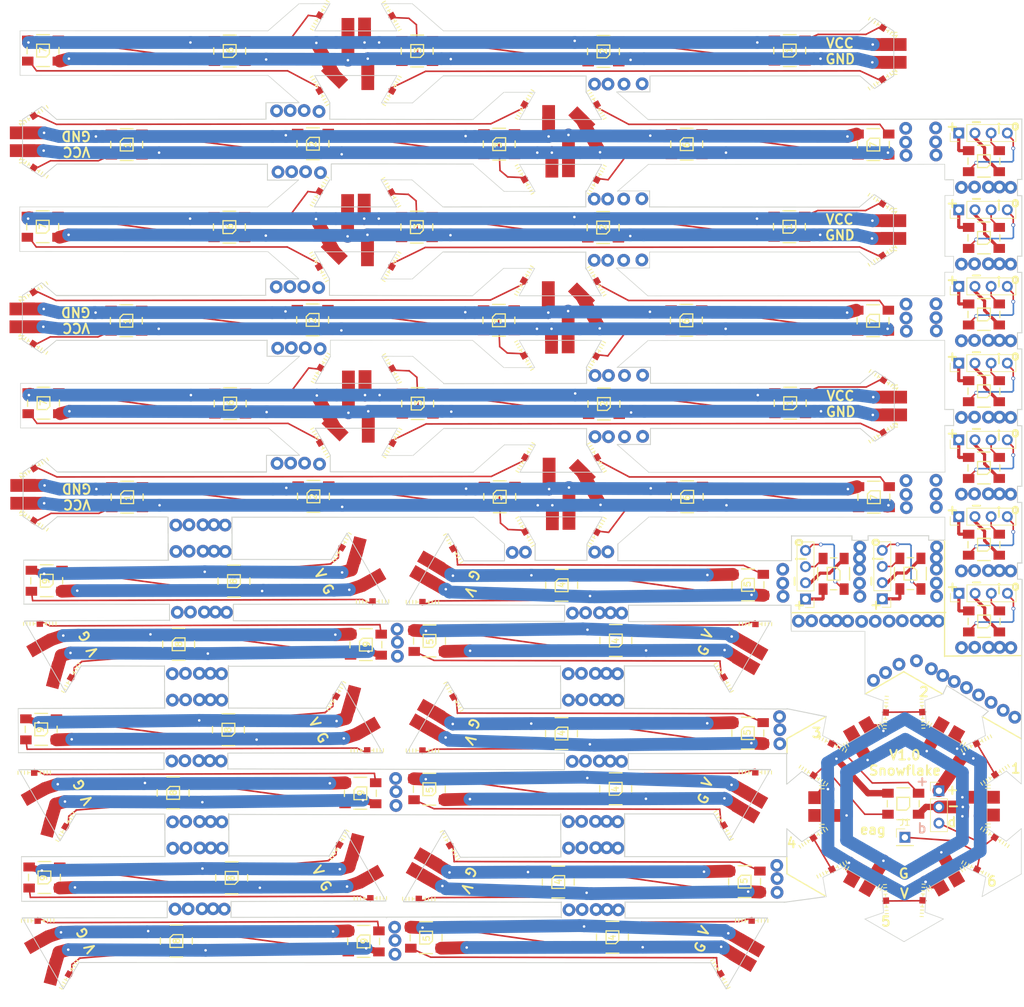
<source format=kicad_pcb>
(kicad_pcb (version 4) (host pcbnew 4.0.7)
  (layers (0 F.Cu signal) (31 B.Cu signal) (34 B.Paste user) (35 F.Paste user) (36 B.SilkS user) (37 F.SilkS user) (38 B.Mask user) (39 F.Mask user) (44 Edge.Cuts user))
  (net 0 "")
  (net 1 /VCC)
  (net 2 /GND)
  (net 3 "Net-(LED2-Pad4)")
  (net 4 "Net-(LED3-Pad4)")
  (net 5 "Net-(LED4-Pad4)")
  (net 6 "Net-(LED5-Pad4)")
  (net 7 "Net-(LED6-Pad4)")
  (net 8 "Net-(LED101-Pad2)")
  (net 9 "Net-(LED101-Pad4)")
  (net 10 "Net-(LED102-Pad2)")
  (net 11 /DIN)
  (net 12 /DOUT)
  (net 13 "Net-(LED104-Pad4)")
  (module "Big pad" (layer F.Cu) (at 155.1559 81.3181)
    (fp_text reference "" (at 0.127 0.5) (layer F.SilkS))
    (fp_text value "")
    (pad 1 smd rect (at -0.127 -0.254) (size 4 2) (layers F.Cu F.Paste F.Mask))
    (pad 1 smd rect (at -0.127 2.54) (size 4 2) (layers F.Cu F.Paste F.Mask))
  )
  (module Pin_Headers:Pin_Header_Straight_1x04_Pitch2.54mm (layer F.Cu) (at 141.1097 112.7379 180)
    (fp_text reference "" (at 0 -2.33 180) (layer F.SilkS))
    (fp_text value "")
    (pad 1 thru_hole rect (at 0 0 180) (size 1.7 1.7) (drill 1) (layers *.Cu *.Mask))
    (pad 2 thru_hole oval (at 0 2.54 180) (size 1.7 1.7) (drill 1) (layers *.Cu *.Mask))
    (pad 3 thru_hole oval (at 0 5.08 180) (size 1.7 1.7) (drill 1) (layers *.Cu *.Mask))
    (pad 4 thru_hole oval (at 0 7.62 180) (size 1.7 1.7) (drill 1) (layers *.Cu *.Mask))
  )
  (module WS2812B:WS2812B (layer F.Cu) (at 145.5166 108.7882 180)
    (fp_text reference "" (at 0 -4.7 180) (layer F.SilkS) (effects (font (thickness 0.2))))
    (fp_text value "" hide)
    (pad 1 smd rect (at 1.65 -2.4 180) (size 1.4 1.8) (layers F.Cu F.Paste F.Mask) (net 1 /VCC))
    (pad 2 smd rect (at -1.65 -2.4 180) (size 1.4 1.8) (layers F.Cu F.Paste F.Mask) (net 7 "Net-(LED6-Pad4)"))
    (pad 3 smd rect (at -1.65 2.4 180) (size 1.4 1.8) (layers F.Cu F.Paste F.Mask) (net 2 /GND))
    (pad 4 smd rect (at 1.65 2.4 180) (size 1.4 1.8) (layers F.Cu F.Paste F.Mask) (net 11 /DIN))
  )
  (module WS2812B:WS2812B (layer F.Cu) (at 157.5562 108.7628 180)
    (fp_text reference "" (at 0 -4.7 180) (layer F.SilkS) (effects (font (thickness 0.2))))
    (fp_text value "" hide)
    (pad 1 smd rect (at 1.65 -2.4 180) (size 1.4 1.8) (layers F.Cu F.Paste F.Mask) (net 1 /VCC))
    (pad 2 smd rect (at -1.65 -2.4 180) (size 1.4 1.8) (layers F.Cu F.Paste F.Mask) (net 7 "Net-(LED6-Pad4)"))
    (pad 3 smd rect (at -1.65 2.4 180) (size 1.4 1.8) (layers F.Cu F.Paste F.Mask) (net 2 /GND))
    (pad 4 smd rect (at 1.65 2.4 180) (size 1.4 1.8) (layers F.Cu F.Paste F.Mask) (net 11 /DIN))
  )
  (module Pin_Headers:Pin_Header_Straight_1x04_Pitch2.54mm (layer F.Cu) (at 153.1493 112.7125 180)
    (fp_text reference "" (at 0 -2.33 180) (layer F.SilkS))
    (fp_text value "")
    (pad 1 thru_hole rect (at 0 0 180) (size 1.7 1.7) (drill 1) (layers *.Cu *.Mask))
    (pad 2 thru_hole oval (at 0 2.54 180) (size 1.7 1.7) (drill 1) (layers *.Cu *.Mask))
    (pad 3 thru_hole oval (at 0 5.08 180) (size 1.7 1.7) (drill 1) (layers *.Cu *.Mask))
    (pad 4 thru_hole oval (at 0 7.62 180) (size 1.7 1.7) (drill 1) (layers *.Cu *.Mask))
  )
  (module Pin_Headers:Pin_Header_Straight_1x04_Pitch2.54mm (layer F.Cu) (at 165.1635 111.8489 90)
    (fp_text reference "" (at 0 -2.33 90) (layer F.SilkS))
    (fp_text value "")
    (pad 1 thru_hole rect (at 0 0 90) (size 1.7 1.7) (drill 1) (layers *.Cu *.Mask))
    (pad 2 thru_hole oval (at 0 2.54 90) (size 1.7 1.7) (drill 1) (layers *.Cu *.Mask))
    (pad 3 thru_hole oval (at 0 5.08 90) (size 1.7 1.7) (drill 1) (layers *.Cu *.Mask))
    (pad 4 thru_hole oval (at 0 7.62 90) (size 1.7 1.7) (drill 1) (layers *.Cu *.Mask))
  )
  (module WS2812B:WS2812B (layer F.Cu) (at 169.1132 116.2558 90)
    (fp_text reference "" (at 0 -4.7 90) (layer F.SilkS) (effects (font (thickness 0.2))))
    (fp_text value "" hide)
    (pad 1 smd rect (at 1.65 -2.4 90) (size 1.4 1.8) (layers F.Cu F.Paste F.Mask) (net 1 /VCC))
    (pad 2 smd rect (at -1.65 -2.4 90) (size 1.4 1.8) (layers F.Cu F.Paste F.Mask) (net 7 "Net-(LED6-Pad4)"))
    (pad 3 smd rect (at -1.65 2.4 90) (size 1.4 1.8) (layers F.Cu F.Paste F.Mask) (net 2 /GND))
    (pad 4 smd rect (at 1.65 2.4 90) (size 1.4 1.8) (layers F.Cu F.Paste F.Mask) (net 11 /DIN))
  )
  (module Pin_Headers:Pin_Header_Straight_1x04_Pitch2.54mm (layer F.Cu) (at 165.1381 39.6367 90)
    (fp_text reference "" (at 0 -2.33 90) (layer F.SilkS))
    (fp_text value "")
    (pad 1 thru_hole rect (at 0 0 90) (size 1.7 1.7) (drill 1) (layers *.Cu *.Mask))
    (pad 2 thru_hole oval (at 0 2.54 90) (size 1.7 1.7) (drill 1) (layers *.Cu *.Mask))
    (pad 3 thru_hole oval (at 0 5.08 90) (size 1.7 1.7) (drill 1) (layers *.Cu *.Mask))
    (pad 4 thru_hole oval (at 0 7.62 90) (size 1.7 1.7) (drill 1) (layers *.Cu *.Mask))
  )
  (module WS2812B:WS2812B (layer F.Cu) (at 169.0878 44.0436 90)
    (fp_text reference "" (at 0 -4.7 90) (layer F.SilkS) (effects (font (thickness 0.2))))
    (fp_text value "" hide)
    (pad 1 smd rect (at 1.65 -2.4 90) (size 1.4 1.8) (layers F.Cu F.Paste F.Mask) (net 1 /VCC))
    (pad 2 smd rect (at -1.65 -2.4 90) (size 1.4 1.8) (layers F.Cu F.Paste F.Mask) (net 7 "Net-(LED6-Pad4)"))
    (pad 3 smd rect (at -1.65 2.4 90) (size 1.4 1.8) (layers F.Cu F.Paste F.Mask) (net 2 /GND))
    (pad 4 smd rect (at 1.65 2.4 90) (size 1.4 1.8) (layers F.Cu F.Paste F.Mask) (net 11 /DIN))
  )
  (module WS2812B:WS2812B (layer F.Cu) (at 169.0878 56.0832 90)
    (fp_text reference "" (at 0 -4.7 90) (layer F.SilkS) (effects (font (thickness 0.2))))
    (fp_text value "" hide)
    (pad 1 smd rect (at 1.65 -2.4 90) (size 1.4 1.8) (layers F.Cu F.Paste F.Mask) (net 1 /VCC))
    (pad 2 smd rect (at -1.65 -2.4 90) (size 1.4 1.8) (layers F.Cu F.Paste F.Mask) (net 7 "Net-(LED6-Pad4)"))
    (pad 3 smd rect (at -1.65 2.4 90) (size 1.4 1.8) (layers F.Cu F.Paste F.Mask) (net 2 /GND))
    (pad 4 smd rect (at 1.65 2.4 90) (size 1.4 1.8) (layers F.Cu F.Paste F.Mask) (net 11 /DIN))
  )
  (module Pin_Headers:Pin_Header_Straight_1x04_Pitch2.54mm (layer F.Cu) (at 165.1381 51.6763 90)
    (fp_text reference "" (at 0 -2.33 90) (layer F.SilkS))
    (fp_text value "")
    (pad 1 thru_hole rect (at 0 0 90) (size 1.7 1.7) (drill 1) (layers *.Cu *.Mask))
    (pad 2 thru_hole oval (at 0 2.54 90) (size 1.7 1.7) (drill 1) (layers *.Cu *.Mask))
    (pad 3 thru_hole oval (at 0 5.08 90) (size 1.7 1.7) (drill 1) (layers *.Cu *.Mask))
    (pad 4 thru_hole oval (at 0 7.62 90) (size 1.7 1.7) (drill 1) (layers *.Cu *.Mask))
  )
  (module Pin_Headers:Pin_Header_Straight_1x04_Pitch2.54mm (layer F.Cu) (at 165.1381 75.7301 90)
    (fp_text reference "" (at 0 -2.33 90) (layer F.SilkS))
    (fp_text value "")
    (pad 1 thru_hole rect (at 0 0 90) (size 1.7 1.7) (drill 1) (layers *.Cu *.Mask))
    (pad 2 thru_hole oval (at 0 2.54 90) (size 1.7 1.7) (drill 1) (layers *.Cu *.Mask))
    (pad 3 thru_hole oval (at 0 5.08 90) (size 1.7 1.7) (drill 1) (layers *.Cu *.Mask))
    (pad 4 thru_hole oval (at 0 7.62 90) (size 1.7 1.7) (drill 1) (layers *.Cu *.Mask))
  )
  (module WS2812B:WS2812B (layer F.Cu) (at 169.0878 80.137 90)
    (fp_text reference "" (at 0 -4.7 90) (layer F.SilkS) (effects (font (thickness 0.2))))
    (fp_text value "" hide)
    (pad 1 smd rect (at 1.65 -2.4 90) (size 1.4 1.8) (layers F.Cu F.Paste F.Mask) (net 1 /VCC))
    (pad 2 smd rect (at -1.65 -2.4 90) (size 1.4 1.8) (layers F.Cu F.Paste F.Mask) (net 7 "Net-(LED6-Pad4)"))
    (pad 3 smd rect (at -1.65 2.4 90) (size 1.4 1.8) (layers F.Cu F.Paste F.Mask) (net 2 /GND))
    (pad 4 smd rect (at 1.65 2.4 90) (size 1.4 1.8) (layers F.Cu F.Paste F.Mask) (net 11 /DIN))
  )
  (module WS2812B:WS2812B (layer F.Cu) (at 169.0878 68.0974 90)
    (fp_text reference "" (at 0 -4.7 90) (layer F.SilkS) (effects (font (thickness 0.2))))
    (fp_text value "" hide)
    (pad 1 smd rect (at 1.65 -2.4 90) (size 1.4 1.8) (layers F.Cu F.Paste F.Mask) (net 1 /VCC))
    (pad 2 smd rect (at -1.65 -2.4 90) (size 1.4 1.8) (layers F.Cu F.Paste F.Mask) (net 7 "Net-(LED6-Pad4)"))
    (pad 3 smd rect (at -1.65 2.4 90) (size 1.4 1.8) (layers F.Cu F.Paste F.Mask) (net 2 /GND))
    (pad 4 smd rect (at 1.65 2.4 90) (size 1.4 1.8) (layers F.Cu F.Paste F.Mask) (net 11 /DIN))
  )
  (module Pin_Headers:Pin_Header_Straight_1x04_Pitch2.54mm (layer F.Cu) (at 165.1381 63.6905 90)
    (fp_text reference "" (at 0 -2.33 90) (layer F.SilkS))
    (fp_text value "")
    (pad 1 thru_hole rect (at 0 0 90) (size 1.7 1.7) (drill 1) (layers *.Cu *.Mask))
    (pad 2 thru_hole oval (at 0 2.54 90) (size 1.7 1.7) (drill 1) (layers *.Cu *.Mask))
    (pad 3 thru_hole oval (at 0 5.08 90) (size 1.7 1.7) (drill 1) (layers *.Cu *.Mask))
    (pad 4 thru_hole oval (at 0 7.62 90) (size 1.7 1.7) (drill 1) (layers *.Cu *.Mask))
  )
  (module Pin_Headers:Pin_Header_Straight_1x04_Pitch2.54mm (layer F.Cu) (at 165.1381 87.7697 90)
    (fp_text reference "" (at 0 -2.33 90) (layer F.SilkS))
    (fp_text value "")
    (pad 1 thru_hole rect (at 0 0 90) (size 1.7 1.7) (drill 1) (layers *.Cu *.Mask))
    (pad 2 thru_hole oval (at 0 2.54 90) (size 1.7 1.7) (drill 1) (layers *.Cu *.Mask))
    (pad 3 thru_hole oval (at 0 5.08 90) (size 1.7 1.7) (drill 1) (layers *.Cu *.Mask))
    (pad 4 thru_hole oval (at 0 7.62 90) (size 1.7 1.7) (drill 1) (layers *.Cu *.Mask))
  )
  (module WS2812B:WS2812B (layer F.Cu) (at 169.0878 92.1766 90)
    (fp_text reference "" (at 0 -4.7 90) (layer F.SilkS) (effects (font (thickness 0.2))))
    (fp_text value "" hide)
    (pad 1 smd rect (at 1.65 -2.4 90) (size 1.4 1.8) (layers F.Cu F.Paste F.Mask) (net 1 /VCC))
    (pad 2 smd rect (at -1.65 -2.4 90) (size 1.4 1.8) (layers F.Cu F.Paste F.Mask) (net 7 "Net-(LED6-Pad4)"))
    (pad 3 smd rect (at -1.65 2.4 90) (size 1.4 1.8) (layers F.Cu F.Paste F.Mask) (net 2 /GND))
    (pad 4 smd rect (at 1.65 2.4 90) (size 1.4 1.8) (layers F.Cu F.Paste F.Mask) (net 11 /DIN))
  )
  (module "Tiny Edge" (layer F.Cu) (at 67.5005 127.9779 59.4)
    (fp_text reference "" (at 0 0.5 59.4) (layer F.SilkS))
    (fp_text value "")
    (pad 1 smd rect (at 0 0 59.4) (size 1 1) (layers F.Cu F.Paste F.Mask))
  )
  (module "Tiny Edge" (layer F.Cu) (at 72.3773 136.4869 180.6)
    (fp_text reference "" (at 0 0.5 180.6) (layer F.SilkS))
    (fp_text value "")
    (pad 1 smd rect (at 0 0 180.6) (size 1 1) (layers F.Cu F.Paste F.Mask))
  )
  (module "Big pad" (layer F.Cu) (at 69.789403 128.482847 255)
    (fp_text reference "" (at 0.127 0.5 255) (layer F.SilkS))
    (fp_text value "")
    (pad 1 smd rect (at -0.127 -0.127 255) (size 4 2) (layers F.Cu F.Paste F.Mask))
  )
  (module "Big pad" (layer F.Cu) (at 72.456403 133.102226 30)
    (fp_text reference "" (at 0.127 0.5 30) (layer F.SilkS))
    (fp_text value "")
    (pad 1 smd rect (at -0.127 -0.127 30) (size 4 2) (layers F.Cu F.Paste F.Mask))
  )
  (module WS2812B:WS2812B (layer F.Cu) (at 50.616112 133.246732 90)
    (fp_text reference 8 (at -0.03175 -0.054993 90) (layer F.SilkS) (effects (font (thickness 0.2))))
    (fp_text value "" hide)
    (pad 1 smd rect (at 1.65 -2.4 90) (size 1.4 1.8) (layers F.Cu F.Paste F.Mask) (net 1 /VCC))
    (pad 2 smd rect (at -1.65 -2.4 90) (size 1.4 1.8) (layers F.Cu F.Paste F.Mask) (net 10 "Net-(LED102-Pad2)"))
    (pad 3 smd rect (at -1.65 2.4 90) (size 1.4 1.8) (layers F.Cu F.Paste F.Mask) (net 2 /GND))
    (pad 4 smd rect (at 1.65 2.4 90) (size 1.4 1.8) (layers F.Cu F.Paste F.Mask) (net 8 "Net-(LED101-Pad2)"))
  )
  (module WS2812B:WS2812B (layer F.Cu) (at 21.253067 133.188446 90)
    (fp_text reference 9 (at -0.0635 -0.109985 90) (layer F.SilkS) (effects (font (thickness 0.2))))
    (fp_text value "" hide)
    (pad 1 smd rect (at 1.65 -2.4 90) (size 1.4 1.8) (layers F.Cu F.Paste F.Mask) (net 1 /VCC))
    (pad 2 smd rect (at -1.65 -2.4 90) (size 1.4 1.8) (layers F.Cu F.Paste F.Mask) (net 12 /DOUT))
    (pad 3 smd rect (at -1.65 2.4 90) (size 1.4 1.8) (layers F.Cu F.Paste F.Mask) (net 2 /GND))
    (pad 4 smd rect (at 1.65 2.4 90) (size 1.4 1.8) (layers F.Cu F.Paste F.Mask) (net 10 "Net-(LED102-Pad2)"))
  )
  (module WS2812B:WS2812B (layer F.Cu) (at 71.304533 143.214354 270)
    (fp_text reference 9 (at -0.0635 -0.109985 270) (layer F.SilkS) (effects (font (thickness 0.2))))
    (fp_text value "" hide)
    (pad 1 smd rect (at 1.65 -2.4 270) (size 1.4 1.8) (layers F.Cu F.Paste F.Mask) (net 1 /VCC))
    (pad 2 smd rect (at -1.65 -2.4 270) (size 1.4 1.8) (layers F.Cu F.Paste F.Mask) (net 12 /DOUT))
    (pad 3 smd rect (at -1.65 2.4 270) (size 1.4 1.8) (layers F.Cu F.Paste F.Mask) (net 2 /GND))
    (pad 4 smd rect (at 1.65 2.4 270) (size 1.4 1.8) (layers F.Cu F.Paste F.Mask) (net 10 "Net-(LED102-Pad2)"))
  )
  (module WS2812B:WS2812B (layer F.Cu) (at 41.941488 143.156068 270)
    (fp_text reference 8 (at -0.03175 -0.054993 270) (layer F.SilkS) (effects (font (thickness 0.2))))
    (fp_text value "" hide)
    (pad 1 smd rect (at 1.65 -2.4 270) (size 1.4 1.8) (layers F.Cu F.Paste F.Mask) (net 1 /VCC))
    (pad 2 smd rect (at -1.65 -2.4 270) (size 1.4 1.8) (layers F.Cu F.Paste F.Mask) (net 10 "Net-(LED102-Pad2)"))
    (pad 3 smd rect (at -1.65 2.4 270) (size 1.4 1.8) (layers F.Cu F.Paste F.Mask) (net 2 /GND))
    (pad 4 smd rect (at 1.65 2.4 270) (size 1.4 1.8) (layers F.Cu F.Paste F.Mask) (net 8 "Net-(LED101-Pad2)"))
  )
  (module "Big pad" (layer F.Cu) (at 20.101197 143.300574 210)
    (fp_text reference "" (at 0.127 0.5 210) (layer F.SilkS))
    (fp_text value "")
    (pad 1 smd rect (at -0.127 -0.127 210) (size 4 2) (layers F.Cu F.Paste F.Mask))
  )
  (module "Big pad" (layer F.Cu) (at 22.768197 147.919953 75)
    (fp_text reference "" (at 0.127 0.5 75) (layer F.SilkS))
    (fp_text value "")
    (pad 1 smd rect (at -0.127 -0.127 75) (size 4 2) (layers F.Cu F.Paste F.Mask))
  )
  (module "Tiny Edge" (layer F.Cu) (at 20.1549 139.9794 0.6)
    (fp_text reference "" (at 0 0.5 0.6) (layer F.SilkS))
    (fp_text value "")
    (pad 1 smd rect (at 0 0 0.6) (size 1 1) (layers F.Cu F.Paste F.Mask))
  )
  (module "Tiny Edge" (layer F.Cu) (at 25.0571 148.4757 239.4)
    (fp_text reference "" (at 0 0.5 239.4) (layer F.SilkS))
    (fp_text value "")
    (pad 1 smd rect (at 0 0 239.4) (size 1 1) (layers F.Cu F.Paste F.Mask))
  )
  (module "Tiny Edge" (layer F.Cu) (at 25.9334 125.095 239.4)
    (fp_text reference "" (at 0 0.5 239.4) (layer F.SilkS))
    (fp_text value "")
    (pad 1 smd rect (at 0 0 239.4) (size 1 1) (layers F.Cu F.Paste F.Mask))
  )
  (module "Tiny Edge" (layer F.Cu) (at 21.0312 116.6114 0.6)
    (fp_text reference "" (at 0 0.5 0.6) (layer F.SilkS))
    (fp_text value "")
    (pad 1 smd rect (at 0 0 0.6) (size 1 1) (layers F.Cu F.Paste F.Mask))
  )
  (module "Big pad" (layer F.Cu) (at 23.631797 124.602753 75)
    (fp_text reference "" (at 0.127 0.5 75) (layer F.SilkS))
    (fp_text value "")
    (pad 1 smd rect (at -0.127 -0.127 75) (size 4 2) (layers F.Cu F.Paste F.Mask))
  )
  (module "Big pad" (layer F.Cu) (at 20.964797 119.983374 210)
    (fp_text reference "" (at 0.127 0.5 210) (layer F.SilkS))
    (fp_text value "")
    (pad 1 smd rect (at -0.127 -0.127 210) (size 4 2) (layers F.Cu F.Paste F.Mask))
  )
  (module WS2812B:WS2812B (layer F.Cu) (at 42.805088 119.838868 270)
    (fp_text reference 8 (at -0.03175 -0.054993 270) (layer F.SilkS) (effects (font (thickness 0.2))))
    (fp_text value "" hide)
    (pad 1 smd rect (at 1.65 -2.4 270) (size 1.4 1.8) (layers F.Cu F.Paste F.Mask) (net 1 /VCC))
    (pad 2 smd rect (at -1.65 -2.4 270) (size 1.4 1.8) (layers F.Cu F.Paste F.Mask) (net 10 "Net-(LED102-Pad2)"))
    (pad 3 smd rect (at -1.65 2.4 270) (size 1.4 1.8) (layers F.Cu F.Paste F.Mask) (net 2 /GND))
    (pad 4 smd rect (at 1.65 2.4 270) (size 1.4 1.8) (layers F.Cu F.Paste F.Mask) (net 8 "Net-(LED101-Pad2)"))
  )
  (module WS2812B:WS2812B (layer F.Cu) (at 72.168133 119.897154 270)
    (fp_text reference 9 (at -0.0635 -0.109985 270) (layer F.SilkS) (effects (font (thickness 0.2))))
    (fp_text value "" hide)
    (pad 1 smd rect (at 1.65 -2.4 270) (size 1.4 1.8) (layers F.Cu F.Paste F.Mask) (net 1 /VCC))
    (pad 2 smd rect (at -1.65 -2.4 270) (size 1.4 1.8) (layers F.Cu F.Paste F.Mask) (net 12 /DOUT))
    (pad 3 smd rect (at -1.65 2.4 270) (size 1.4 1.8) (layers F.Cu F.Paste F.Mask) (net 2 /GND))
    (pad 4 smd rect (at 1.65 2.4 270) (size 1.4 1.8) (layers F.Cu F.Paste F.Mask) (net 10 "Net-(LED102-Pad2)"))
  )
  (module WS2812B:WS2812B (layer F.Cu) (at 22.116667 109.871246 90)
    (fp_text reference 9 (at -0.0635 -0.109985 90) (layer F.SilkS) (effects (font (thickness 0.2))))
    (fp_text value "" hide)
    (pad 1 smd rect (at 1.65 -2.4 90) (size 1.4 1.8) (layers F.Cu F.Paste F.Mask) (net 1 /VCC))
    (pad 2 smd rect (at -1.65 -2.4 90) (size 1.4 1.8) (layers F.Cu F.Paste F.Mask) (net 12 /DOUT))
    (pad 3 smd rect (at -1.65 2.4 90) (size 1.4 1.8) (layers F.Cu F.Paste F.Mask) (net 2 /GND))
    (pad 4 smd rect (at 1.65 2.4 90) (size 1.4 1.8) (layers F.Cu F.Paste F.Mask) (net 10 "Net-(LED102-Pad2)"))
  )
  (module WS2812B:WS2812B (layer F.Cu) (at 51.479712 109.929532 90)
    (fp_text reference 8 (at -0.03175 -0.054993 90) (layer F.SilkS) (effects (font (thickness 0.2))))
    (fp_text value "" hide)
    (pad 1 smd rect (at 1.65 -2.4 90) (size 1.4 1.8) (layers F.Cu F.Paste F.Mask) (net 1 /VCC))
    (pad 2 smd rect (at -1.65 -2.4 90) (size 1.4 1.8) (layers F.Cu F.Paste F.Mask) (net 10 "Net-(LED102-Pad2)"))
    (pad 3 smd rect (at -1.65 2.4 90) (size 1.4 1.8) (layers F.Cu F.Paste F.Mask) (net 2 /GND))
    (pad 4 smd rect (at 1.65 2.4 90) (size 1.4 1.8) (layers F.Cu F.Paste F.Mask) (net 8 "Net-(LED101-Pad2)"))
  )
  (module "Big pad" (layer F.Cu) (at 73.320003 109.785026 30)
    (fp_text reference "" (at 0.127 0.5 30) (layer F.SilkS))
    (fp_text value "")
    (pad 1 smd rect (at -0.127 -0.127 30) (size 4 2) (layers F.Cu F.Paste F.Mask))
  )
  (module "Big pad" (layer F.Cu) (at 70.653003 105.165647 255)
    (fp_text reference "" (at 0.127 0.5 255) (layer F.SilkS))
    (fp_text value "")
    (pad 1 smd rect (at -0.127 -0.127 255) (size 4 2) (layers F.Cu F.Paste F.Mask))
  )
  (module "Tiny Edge" (layer F.Cu) (at 73.2155 113.1189 180.6)
    (fp_text reference "" (at 0 0.5 180.6) (layer F.SilkS))
    (fp_text value "")
    (pad 1 smd rect (at 0 0 180.6) (size 1 1) (layers F.Cu F.Paste F.Mask))
  )
  (module "Tiny Edge" (layer F.Cu) (at 68.3768 104.648 59.4)
    (fp_text reference "" (at 0 0.5 59.4) (layer F.SilkS))
    (fp_text value "")
    (pad 1 smd rect (at 0 0 59.4) (size 1 1) (layers F.Cu F.Paste F.Mask))
  )
  (module "Tiny Edge" (layer F.Cu) (at 25.6032 171.6405 239.4)
    (fp_text reference "" (at 0 0.5 239.4) (layer F.SilkS))
    (fp_text value "")
    (pad 1 smd rect (at 0 0 239.4) (size 1 1) (layers F.Cu F.Paste F.Mask))
  )
  (module "Tiny Edge" (layer F.Cu) (at 20.701 163.2077 0.6)
    (fp_text reference "" (at 0 0.5 0.6) (layer F.SilkS))
    (fp_text value "")
    (pad 1 smd rect (at 0 0 0.6) (size 1 1) (layers F.Cu F.Paste F.Mask))
  )
  (module "Big pad" (layer F.Cu) (at 23.276197 171.160953 75)
    (fp_text reference "" (at 0.127 0.5 75) (layer F.SilkS))
    (fp_text value "")
    (pad 1 smd rect (at -0.127 -0.127 75) (size 4 2) (layers F.Cu F.Paste F.Mask))
  )
  (module "Big pad" (layer F.Cu) (at 20.609197 166.541574 210)
    (fp_text reference "" (at 0.127 0.5 210) (layer F.SilkS))
    (fp_text value "")
    (pad 1 smd rect (at -0.127 -0.127 210) (size 4 2) (layers F.Cu F.Paste F.Mask))
  )
  (module WS2812B:WS2812B (layer F.Cu) (at 42.449488 166.397068 270)
    (fp_text reference 8 (at -0.03175 -0.054993 270) (layer F.SilkS) (effects (font (thickness 0.2))))
    (fp_text value "" hide)
    (pad 1 smd rect (at 1.65 -2.4 270) (size 1.4 1.8) (layers F.Cu F.Paste F.Mask) (net 1 /VCC))
    (pad 2 smd rect (at -1.65 -2.4 270) (size 1.4 1.8) (layers F.Cu F.Paste F.Mask) (net 10 "Net-(LED102-Pad2)"))
    (pad 3 smd rect (at -1.65 2.4 270) (size 1.4 1.8) (layers F.Cu F.Paste F.Mask) (net 2 /GND))
    (pad 4 smd rect (at 1.65 2.4 270) (size 1.4 1.8) (layers F.Cu F.Paste F.Mask) (net 8 "Net-(LED101-Pad2)"))
  )
  (module WS2812B:WS2812B (layer F.Cu) (at 71.812533 166.455354 270)
    (fp_text reference 9 (at -0.0635 -0.109985 270) (layer F.SilkS) (effects (font (thickness 0.2))))
    (fp_text value "" hide)
    (pad 1 smd rect (at 1.65 -2.4 270) (size 1.4 1.8) (layers F.Cu F.Paste F.Mask) (net 1 /VCC))
    (pad 2 smd rect (at -1.65 -2.4 270) (size 1.4 1.8) (layers F.Cu F.Paste F.Mask) (net 12 /DOUT))
    (pad 3 smd rect (at -1.65 2.4 270) (size 1.4 1.8) (layers F.Cu F.Paste F.Mask) (net 2 /GND))
    (pad 4 smd rect (at 1.65 2.4 270) (size 1.4 1.8) (layers F.Cu F.Paste F.Mask) (net 10 "Net-(LED102-Pad2)"))
  )
  (module WS2812B:WS2812B (layer F.Cu) (at 21.761067 156.429446 90)
    (fp_text reference 9 (at -0.0635 -0.109985 90) (layer F.SilkS) (effects (font (thickness 0.2))))
    (fp_text value "" hide)
    (pad 1 smd rect (at 1.65 -2.4 90) (size 1.4 1.8) (layers F.Cu F.Paste F.Mask) (net 1 /VCC))
    (pad 2 smd rect (at -1.65 -2.4 90) (size 1.4 1.8) (layers F.Cu F.Paste F.Mask) (net 12 /DOUT))
    (pad 3 smd rect (at -1.65 2.4 90) (size 1.4 1.8) (layers F.Cu F.Paste F.Mask) (net 2 /GND))
    (pad 4 smd rect (at 1.65 2.4 90) (size 1.4 1.8) (layers F.Cu F.Paste F.Mask) (net 10 "Net-(LED102-Pad2)"))
  )
  (module WS2812B:WS2812B (layer F.Cu) (at 51.124112 156.487732 90)
    (fp_text reference 8 (at -0.03175 -0.054993 90) (layer F.SilkS) (effects (font (thickness 0.2))))
    (fp_text value "" hide)
    (pad 1 smd rect (at 1.65 -2.4 90) (size 1.4 1.8) (layers F.Cu F.Paste F.Mask) (net 1 /VCC))
    (pad 2 smd rect (at -1.65 -2.4 90) (size 1.4 1.8) (layers F.Cu F.Paste F.Mask) (net 10 "Net-(LED102-Pad2)"))
    (pad 3 smd rect (at -1.65 2.4 90) (size 1.4 1.8) (layers F.Cu F.Paste F.Mask) (net 2 /GND))
    (pad 4 smd rect (at 1.65 2.4 90) (size 1.4 1.8) (layers F.Cu F.Paste F.Mask) (net 8 "Net-(LED101-Pad2)"))
  )
  (module "Big pad" (layer F.Cu) (at 72.964403 156.343226 30)
    (fp_text reference "" (at 0.127 0.5 30) (layer F.SilkS))
    (fp_text value "")
    (pad 1 smd rect (at -0.127 -0.127 30) (size 4 2) (layers F.Cu F.Paste F.Mask))
  )
  (module "Big pad" (layer F.Cu) (at 70.297403 151.723847 255)
    (fp_text reference "" (at 0.127 0.5 255) (layer F.SilkS))
    (fp_text value "")
    (pad 1 smd rect (at -0.127 -0.127 255) (size 4 2) (layers F.Cu F.Paste F.Mask))
  )
  (module "Tiny Edge" (layer F.Cu) (at 72.8726 159.6898 180.6)
    (fp_text reference "" (at 0 0.5 180.6) (layer F.SilkS))
    (fp_text value "")
    (pad 1 smd rect (at 0 0 180.6) (size 1 1) (layers F.Cu F.Paste F.Mask))
  )
  (module "Tiny Edge" (layer F.Cu) (at 68.0085 151.2824 59.4)
    (fp_text reference "" (at 0 0.5 59.4) (layer F.SilkS))
    (fp_text value "")
    (pad 1 smd rect (at 0 0 59.4) (size 1 1) (layers F.Cu F.Paste F.Mask))
  )
  (module WS2812B:WS2812B (layer F.Cu) (at 111.342478 142.514971 90)
    (fp_text reference 4 (at -0.054993 -0.03175 90) (layer F.SilkS) (effects (font (thickness 0.2))))
    (fp_text value "" hide)
    (pad 1 smd rect (at 1.65 -2.4 90) (size 1.4 1.8) (layers F.Cu F.Paste F.Mask) (net 1 /VCC))
    (pad 2 smd rect (at -1.65 -2.4 90) (size 1.4 1.8) (layers F.Cu F.Paste F.Mask) (net 3 "Net-(LED2-Pad4)"))
    (pad 3 smd rect (at -1.65 2.4 90) (size 1.4 1.8) (layers F.Cu F.Paste F.Mask) (net 2 /GND))
    (pad 4 smd rect (at 1.65 2.4 90) (size 1.4 1.8) (layers F.Cu F.Paste F.Mask) (net 4 "Net-(LED3-Pad4)"))
  )
  (module WS2812B:WS2812B (layer F.Cu) (at 82.121168 142.581764 90)
    (fp_text reference 5 (at -0.118493 0.078235 90) (layer F.SilkS) (effects (font (thickness 0.2))))
    (fp_text value "" hide)
    (pad 1 smd rect (at 1.65 -2.4 90) (size 1.4 1.8) (layers F.Cu F.Paste F.Mask) (net 1 /VCC))
    (pad 2 smd rect (at -1.65 -2.4 90) (size 1.4 1.8) (layers F.Cu F.Paste F.Mask) (net 13 "Net-(LED104-Pad4)"))
    (pad 3 smd rect (at -1.65 2.4 90) (size 1.4 1.8) (layers F.Cu F.Paste F.Mask) (net 2 /GND))
    (pad 4 smd rect (at 1.65 2.4 90) (size 1.4 1.8) (layers F.Cu F.Paste F.Mask) (net 3 "Net-(LED2-Pad4)"))
  )
  (module "Big pad" (layer F.Cu) (at 131.734725 145.929563 150)
    (fp_text reference "" (at 0.127 0.5 150) (layer F.SilkS))
    (fp_text value "")
    (pad 1 smd rect (at -0.127 -0.127 150) (size 4 2) (layers F.Cu F.Paste F.Mask))
  )
  (module "Big pad" (layer F.Cu) (at 132.981482 143.643116 150)
    (fp_text reference "" (at 0.127 0.5 150) (layer F.SilkS))
    (fp_text value "")
    (pad 1 smd rect (at -0.127 -0.127 150) (size 4 2) (layers F.Cu F.Paste F.Mask))
  )
  (module "Tiny Edge" (layer F.Cu) (at 128.2827 148.2598 300.6)
    (fp_text reference "" (at 0 0.5 300.6) (layer F.SilkS))
    (fp_text value "")
    (pad 1 smd rect (at 0 0 300.6) (size 1 1) (layers F.Cu F.Paste F.Mask))
  )
  (module "Tiny Edge" (layer F.Cu) (at 133.2357 139.9286 179.4)
    (fp_text reference "" (at 0 0.5 179.4) (layer F.SilkS))
    (fp_text value "")
    (pad 1 smd rect (at 0 0 179.4) (size 1 1) (layers F.Cu F.Paste F.Mask))
  )
  (module "Tiny Edge" (layer F.Cu) (at 81.0387 136.5123 359.4)
    (fp_text reference "" (at 0 0.5 359.4) (layer F.SilkS))
    (fp_text value "")
    (pad 1 smd rect (at 0 0 359.4) (size 1 1) (layers F.Cu F.Paste F.Mask))
  )
  (module "Tiny Edge" (layer F.Cu) (at 85.8901 128.0795 120.6)
    (fp_text reference "" (at 0 0.5 120.6) (layer F.SilkS))
    (fp_text value "")
    (pad 1 smd rect (at 0 0 120.6) (size 1 1) (layers F.Cu F.Paste F.Mask))
  )
  (module "Big pad" (layer F.Cu) (at 81.204018 132.721584 330)
    (fp_text reference "" (at 0.127 0.5 330) (layer F.SilkS))
    (fp_text value "")
    (pad 1 smd rect (at -0.127 -0.127 330) (size 4 2) (layers F.Cu F.Paste F.Mask))
  )
  (module "Big pad" (layer F.Cu) (at 82.450775 130.435137 330)
    (fp_text reference "" (at 0.127 0.5 330) (layer F.SilkS))
    (fp_text value "")
    (pad 1 smd rect (at -0.127 -0.127 330) (size 4 2) (layers F.Cu F.Paste F.Mask))
  )
  (module WS2812B:WS2812B (layer F.Cu) (at 132.064332 133.782936 270)
    (fp_text reference 5 (at -0.118493 0.078235 270) (layer F.SilkS) (effects (font (thickness 0.2))))
    (fp_text value "" hide)
    (pad 1 smd rect (at 1.65 -2.4 270) (size 1.4 1.8) (layers F.Cu F.Paste F.Mask) (net 1 /VCC))
    (pad 2 smd rect (at -1.65 -2.4 270) (size 1.4 1.8) (layers F.Cu F.Paste F.Mask) (net 13 "Net-(LED104-Pad4)"))
    (pad 3 smd rect (at -1.65 2.4 270) (size 1.4 1.8) (layers F.Cu F.Paste F.Mask) (net 2 /GND))
    (pad 4 smd rect (at 1.65 2.4 270) (size 1.4 1.8) (layers F.Cu F.Paste F.Mask) (net 3 "Net-(LED2-Pad4)"))
  )
  (module WS2812B:WS2812B (layer F.Cu) (at 102.843022 133.849729 270)
    (fp_text reference 4 (at -0.054993 -0.03175 270) (layer F.SilkS) (effects (font (thickness 0.2))))
    (fp_text value "" hide)
    (pad 1 smd rect (at 1.65 -2.4 270) (size 1.4 1.8) (layers F.Cu F.Paste F.Mask) (net 1 /VCC))
    (pad 2 smd rect (at -1.65 -2.4 270) (size 1.4 1.8) (layers F.Cu F.Paste F.Mask) (net 3 "Net-(LED2-Pad4)"))
    (pad 3 smd rect (at -1.65 2.4 270) (size 1.4 1.8) (layers F.Cu F.Paste F.Mask) (net 2 /GND))
    (pad 4 smd rect (at 1.65 2.4 270) (size 1.4 1.8) (layers F.Cu F.Paste F.Mask) (net 4 "Net-(LED3-Pad4)"))
  )
  (module WS2812B:WS2812B (layer F.Cu) (at 102.335022 157.141529 270)
    (fp_text reference 4 (at -0.054993 -0.03175 270) (layer F.SilkS) (effects (font (thickness 0.2))))
    (fp_text value "" hide)
    (pad 1 smd rect (at 1.65 -2.4 270) (size 1.4 1.8) (layers F.Cu F.Paste F.Mask) (net 1 /VCC))
    (pad 2 smd rect (at -1.65 -2.4 270) (size 1.4 1.8) (layers F.Cu F.Paste F.Mask) (net 3 "Net-(LED2-Pad4)"))
    (pad 3 smd rect (at -1.65 2.4 270) (size 1.4 1.8) (layers F.Cu F.Paste F.Mask) (net 2 /GND))
    (pad 4 smd rect (at 1.65 2.4 270) (size 1.4 1.8) (layers F.Cu F.Paste F.Mask) (net 4 "Net-(LED3-Pad4)"))
  )
  (module WS2812B:WS2812B (layer F.Cu) (at 131.556332 157.074736 270)
    (fp_text reference 5 (at -0.118493 0.078235 270) (layer F.SilkS) (effects (font (thickness 0.2))))
    (fp_text value "" hide)
    (pad 1 smd rect (at 1.65 -2.4 270) (size 1.4 1.8) (layers F.Cu F.Paste F.Mask) (net 1 /VCC))
    (pad 2 smd rect (at -1.65 -2.4 270) (size 1.4 1.8) (layers F.Cu F.Paste F.Mask) (net 13 "Net-(LED104-Pad4)"))
    (pad 3 smd rect (at -1.65 2.4 270) (size 1.4 1.8) (layers F.Cu F.Paste F.Mask) (net 2 /GND))
    (pad 4 smd rect (at 1.65 2.4 270) (size 1.4 1.8) (layers F.Cu F.Paste F.Mask) (net 3 "Net-(LED2-Pad4)"))
  )
  (module "Big pad" (layer F.Cu) (at 81.942775 153.726937 330)
    (fp_text reference "" (at 0.127 0.5 330) (layer F.SilkS))
    (fp_text value "")
    (pad 1 smd rect (at -0.127 -0.127 330) (size 4 2) (layers F.Cu F.Paste F.Mask))
  )
  (module "Big pad" (layer F.Cu) (at 80.696018 156.013384 330)
    (fp_text reference "" (at 0.127 0.5 330) (layer F.SilkS))
    (fp_text value "")
    (pad 1 smd rect (at -0.127 -0.127 330) (size 4 2) (layers F.Cu F.Paste F.Mask))
  )
  (module "Tiny Edge" (layer F.Cu) (at 85.344 151.384 120.6)
    (fp_text reference "" (at 0 0.5 120.6) (layer F.SilkS))
    (fp_text value "")
    (pad 1 smd rect (at 0 0 120.6) (size 1 1) (layers F.Cu F.Paste F.Mask))
  )
  (module "Tiny Edge" (layer F.Cu) (at 80.4672 159.7914 359.4)
    (fp_text reference "" (at 0 0.5 359.4) (layer F.SilkS))
    (fp_text value "")
    (pad 1 smd rect (at 0 0 359.4) (size 1 1) (layers F.Cu F.Paste F.Mask))
  )
  (module "Tiny Edge" (layer F.Cu) (at 132.6642 163.195 179.4)
    (fp_text reference "" (at 0 0.5 179.4) (layer F.SilkS))
    (fp_text value "")
    (pad 1 smd rect (at 0 0 179.4) (size 1 1) (layers F.Cu F.Paste F.Mask))
  )
  (module "Tiny Edge" (layer F.Cu) (at 127.7747 171.5643 300.6)
    (fp_text reference "" (at 0 0.5 300.6) (layer F.SilkS))
    (fp_text value "")
    (pad 1 smd rect (at 0 0 300.6) (size 1 1) (layers F.Cu F.Paste F.Mask))
  )
  (module "Big pad" (layer F.Cu) (at 132.473482 166.934916 150)
    (fp_text reference "" (at 0.127 0.5 150) (layer F.SilkS))
    (fp_text value "")
    (pad 1 smd rect (at -0.127 -0.127 150) (size 4 2) (layers F.Cu F.Paste F.Mask))
  )
  (module "Big pad" (layer F.Cu) (at 131.226725 169.221363 150)
    (fp_text reference "" (at 0.127 0.5 150) (layer F.SilkS))
    (fp_text value "")
    (pad 1 smd rect (at -0.127 -0.127 150) (size 4 2) (layers F.Cu F.Paste F.Mask))
  )
  (module WS2812B:WS2812B (layer F.Cu) (at 81.613168 165.873564 90)
    (fp_text reference 5 (at -0.118493 0.078235 90) (layer F.SilkS) (effects (font (thickness 0.2))))
    (fp_text value "" hide)
    (pad 1 smd rect (at 1.65 -2.4 90) (size 1.4 1.8) (layers F.Cu F.Paste F.Mask) (net 1 /VCC))
    (pad 2 smd rect (at -1.65 -2.4 90) (size 1.4 1.8) (layers F.Cu F.Paste F.Mask) (net 13 "Net-(LED104-Pad4)"))
    (pad 3 smd rect (at -1.65 2.4 90) (size 1.4 1.8) (layers F.Cu F.Paste F.Mask) (net 2 /GND))
    (pad 4 smd rect (at 1.65 2.4 90) (size 1.4 1.8) (layers F.Cu F.Paste F.Mask) (net 3 "Net-(LED2-Pad4)"))
  )
  (module WS2812B:WS2812B (layer F.Cu) (at 110.834478 165.806771 90)
    (fp_text reference 4 (at -0.054993 -0.03175 90) (layer F.SilkS) (effects (font (thickness 0.2))))
    (fp_text value "" hide)
    (pad 1 smd rect (at 1.65 -2.4 90) (size 1.4 1.8) (layers F.Cu F.Paste F.Mask) (net 1 /VCC))
    (pad 2 smd rect (at -1.65 -2.4 90) (size 1.4 1.8) (layers F.Cu F.Paste F.Mask) (net 3 "Net-(LED2-Pad4)"))
    (pad 3 smd rect (at -1.65 2.4 90) (size 1.4 1.8) (layers F.Cu F.Paste F.Mask) (net 2 /GND))
    (pad 4 smd rect (at 1.65 2.4 90) (size 1.4 1.8) (layers F.Cu F.Paste F.Mask) (net 4 "Net-(LED3-Pad4)"))
  )
  (module WS2812B:WS2812B (layer F.Cu) (at 111.367878 119.248571 90)
    (fp_text reference 4 (at -0.054993 -0.03175 90) (layer F.SilkS) (effects (font (thickness 0.2))))
    (fp_text value "" hide)
    (pad 1 smd rect (at 1.65 -2.4 90) (size 1.4 1.8) (layers F.Cu F.Paste F.Mask) (net 1 /VCC))
    (pad 2 smd rect (at -1.65 -2.4 90) (size 1.4 1.8) (layers F.Cu F.Paste F.Mask) (net 3 "Net-(LED2-Pad4)"))
    (pad 3 smd rect (at -1.65 2.4 90) (size 1.4 1.8) (layers F.Cu F.Paste F.Mask) (net 2 /GND))
    (pad 4 smd rect (at 1.65 2.4 90) (size 1.4 1.8) (layers F.Cu F.Paste F.Mask) (net 4 "Net-(LED3-Pad4)"))
  )
  (module WS2812B:WS2812B (layer F.Cu) (at 82.146568 119.315364 90)
    (fp_text reference 5 (at -0.118493 0.078235 90) (layer F.SilkS) (effects (font (thickness 0.2))))
    (fp_text value "" hide)
    (pad 1 smd rect (at 1.65 -2.4 90) (size 1.4 1.8) (layers F.Cu F.Paste F.Mask) (net 1 /VCC))
    (pad 2 smd rect (at -1.65 -2.4 90) (size 1.4 1.8) (layers F.Cu F.Paste F.Mask) (net 13 "Net-(LED104-Pad4)"))
    (pad 3 smd rect (at -1.65 2.4 90) (size 1.4 1.8) (layers F.Cu F.Paste F.Mask) (net 2 /GND))
    (pad 4 smd rect (at 1.65 2.4 90) (size 1.4 1.8) (layers F.Cu F.Paste F.Mask) (net 3 "Net-(LED2-Pad4)"))
  )
  (module "Big pad" (layer F.Cu) (at 131.760125 122.663163 150)
    (fp_text reference "" (at 0.127 0.5 150) (layer F.SilkS))
    (fp_text value "")
    (pad 1 smd rect (at -0.127 -0.127 150) (size 4 2) (layers F.Cu F.Paste F.Mask))
  )
  (module "Big pad" (layer F.Cu) (at 133.006882 120.376716 150)
    (fp_text reference "" (at 0.127 0.5 150) (layer F.SilkS))
    (fp_text value "")
    (pad 1 smd rect (at -0.127 -0.127 150) (size 4 2) (layers F.Cu F.Paste F.Mask))
  )
  (module "Tiny Edge" (layer F.Cu) (at 128.2954 125.0442 300.6)
    (fp_text reference "" (at 0 0.5 300.6) (layer F.SilkS))
    (fp_text value "")
    (pad 1 smd rect (at 0 0 300.6) (size 1 1) (layers F.Cu F.Paste F.Mask))
  )
  (module "Tiny Edge" (layer F.Cu) (at 133.2611 116.6622 179.4)
    (fp_text reference "" (at 0 0.5 179.4) (layer F.SilkS))
    (fp_text value "")
    (pad 1 smd rect (at 0 0 179.4) (size 1 1) (layers F.Cu F.Paste F.Mask))
  )
  (module "Tiny Edge" (layer F.Cu) (at 20.0406 64.5795 33.6)
    (fp_text reference "" (at 0 0.5 33.6) (layer F.SilkS))
    (fp_text value "")
    (pad 1 smd rect (at 0 0 33.6) (size 1 1) (layers F.Cu F.Paste F.Mask))
  )
  (module "Tiny Edge" (layer F.Cu) (at 20.0152 72.7202 146.4)
    (fp_text reference "" (at 0 0.5 146.4) (layer F.SilkS))
    (fp_text value "")
    (pad 1 smd rect (at 0 0 146.4) (size 1 1) (layers F.Cu F.Paste F.Mask))
  )
  (module "Tiny Edge" (layer F.Cu) (at 96.9645 74.5363 299.4)
    (fp_text reference "" (at 0 0.5 299.4) (layer F.SilkS))
    (fp_text value "")
    (pad 1 smd rect (at 0 0 299.4) (size 1 1) (layers F.Cu F.Paste F.Mask))
  )
  (module "Tiny Edge" (layer F.Cu) (at 108.3691 62.865 299.4)
    (fp_text reference "" (at 0 0.5 299.4) (layer F.SilkS))
    (fp_text value "")
    (pad 1 smd rect (at 0 0 299.4) (size 1 1) (layers F.Cu F.Paste F.Mask))
  )
  (module "Tiny Edge" (layer F.Cu) (at 96.9518 62.7888 60.6)
    (fp_text reference "" (at 0 0.5 60.6) (layer F.SilkS))
    (fp_text value "")
    (pad 1 smd rect (at 0 0 60.6) (size 1 1) (layers F.Cu F.Paste F.Mask))
  )
  (module "Tiny Edge" (layer F.Cu) (at 108.2802 74.6379 60.6)
    (fp_text reference "" (at 0 0.5 60.6) (layer F.SilkS))
    (fp_text value "")
    (pad 1 smd rect (at 0 0 60.6) (size 1 1) (layers F.Cu F.Paste F.Mask))
  )
  (module "Big pad" (layer F.Cu) (at 18.161 69.7738 180)
    (fp_text reference "" (at 0.127 0.5 180) (layer F.SilkS))
    (fp_text value "")
    (pad 1 smd rect (at -0.127 -0.254 180) (size 4 2) (layers F.Cu F.Paste F.Mask))
    (pad 1 smd rect (at -0.127 2.54 180) (size 4 2) (layers F.Cu F.Paste F.Mask))
  )
  (module "Big pad" (layer F.Cu) (at 101.1555 72.3773 270)
    (fp_text reference "" (at 0.127 0.5 270) (layer F.SilkS))
    (fp_text value "")
    (pad 1 smd rect (at -0.127 -0.127 270) (size 4 2) (layers F.Cu F.Paste F.Mask))
  )
  (module "Big pad" (layer F.Cu) (at 103.759 72.3138 270)
    (fp_text reference "" (at 0.127 0.5 270) (layer F.SilkS))
    (fp_text value "")
    (pad 1 smd rect (at -0.127 -0.127 270) (size 4 2) (layers F.Cu F.Paste F.Mask))
  )
  (module "Big pad" (layer F.Cu) (at 105.9815 65.0113 135)
    (fp_text reference "" (at 0.127 0.5 135) (layer F.SilkS))
    (fp_text value "")
    (pad 1 smd rect (at -0.127 -0.127 135) (size 4 2) (layers F.Cu F.Paste F.Mask))
  )
  (module "Big pad" (layer F.Cu) (at 100.6475 65.0113 270)
    (fp_text reference "" (at 0.127 0.5 270) (layer F.SilkS))
    (fp_text value "")
    (pad 1 smd rect (at -0.127 -0.127 270) (size 4 2) (layers F.Cu F.Paste F.Mask))
  )
  (module WS2812B:WS2812B (layer F.Cu) (at 93.0275 69.0118 270)
    (fp_text reference 3 (at 0.127 0.127 270) (layer F.SilkS) (effects (font (thickness 0.2))))
    (fp_text value "" hide)
    (pad 1 smd rect (at 1.65 -2.4 270) (size 1.4 1.8) (layers F.Cu F.Paste F.Mask) (net 1 /VCC))
    (pad 2 smd rect (at -1.65 -2.4 270) (size 1.4 1.8) (layers F.Cu F.Paste F.Mask) (net 4 "Net-(LED3-Pad4)"))
    (pad 3 smd rect (at -1.65 2.4 270) (size 1.4 1.8) (layers F.Cu F.Paste F.Mask) (net 2 /GND))
    (pad 4 smd rect (at 1.65 2.4 270) (size 1.4 1.8) (layers F.Cu F.Paste F.Mask) (net 5 "Net-(LED4-Pad4)"))
  )
  (module WS2812B:WS2812B (layer F.Cu) (at 63.8175 68.9483 270)
    (fp_text reference 2 (at 0.0635 0 270) (layer F.SilkS) (effects (font (thickness 0.2))))
    (fp_text value "" hide)
    (pad 1 smd rect (at 1.65 -2.4 270) (size 1.4 1.8) (layers F.Cu F.Paste F.Mask) (net 1 /VCC))
    (pad 2 smd rect (at -1.65 -2.4 270) (size 1.4 1.8) (layers F.Cu F.Paste F.Mask) (net 5 "Net-(LED4-Pad4)"))
    (pad 3 smd rect (at -1.65 2.4 270) (size 1.4 1.8) (layers F.Cu F.Paste F.Mask) (net 2 /GND))
    (pad 4 smd rect (at 1.65 2.4 270) (size 1.4 1.8) (layers F.Cu F.Paste F.Mask) (net 6 "Net-(LED5-Pad4)"))
  )
  (module WS2812B:WS2812B (layer F.Cu) (at 34.6075 69.0753 270)
    (fp_text reference 1 (at 0.0635 -0.127 270) (layer F.SilkS) (effects (font (thickness 0.2))))
    (fp_text value "" hide)
    (pad 1 smd rect (at 1.65 -2.4 270) (size 1.4 1.8) (layers F.Cu F.Paste F.Mask) (net 1 /VCC))
    (pad 2 smd rect (at -1.65 -2.4 270) (size 1.4 1.8) (layers F.Cu F.Paste F.Mask) (net 6 "Net-(LED5-Pad4)"))
    (pad 3 smd rect (at -1.65 2.4 270) (size 1.4 1.8) (layers F.Cu F.Paste F.Mask) (net 2 /GND))
    (pad 4 smd rect (at 1.65 2.4 270) (size 1.4 1.8) (layers F.Cu F.Paste F.Mask) (net 7 "Net-(LED6-Pad4)"))
  )
  (module WS2812B:WS2812B (layer F.Cu) (at 151.7015 69.0753 270)
    (fp_text reference 7 (at 0.0635 0 270) (layer F.SilkS) (effects (font (thickness 0.2))))
    (fp_text value "" hide)
    (pad 1 smd rect (at 1.65 -2.4 270) (size 1.4 1.8) (layers F.Cu F.Paste F.Mask) (net 1 /VCC))
    (pad 2 smd rect (at -1.65 -2.4 270) (size 1.4 1.8) (layers F.Cu F.Paste F.Mask) (net 8 "Net-(LED101-Pad2)"))
    (pad 3 smd rect (at -1.65 2.4 270) (size 1.4 1.8) (layers F.Cu F.Paste F.Mask) (net 2 /GND))
    (pad 4 smd rect (at 1.65 2.4 270) (size 1.4 1.8) (layers F.Cu F.Paste F.Mask) (net 9 "Net-(LED101-Pad4)"))
  )
  (module WS2812B:WS2812B (layer F.Cu) (at 122.428 69.0118 270)
    (fp_text reference 6 (at 0.127 0.0635 270) (layer F.SilkS) (effects (font (thickness 0.2))))
    (fp_text value "" hide)
    (pad 1 smd rect (at 1.65 -2.4 270) (size 1.4 1.8) (layers F.Cu F.Paste F.Mask) (net 1 /VCC))
    (pad 2 smd rect (at -1.65 -2.4 270) (size 1.4 1.8) (layers F.Cu F.Paste F.Mask) (net 9 "Net-(LED101-Pad4)"))
    (pad 3 smd rect (at -1.65 2.4 270) (size 1.4 1.8) (layers F.Cu F.Paste F.Mask) (net 2 /GND))
    (pad 4 smd rect (at 1.65 2.4 270) (size 1.4 1.8) (layers F.Cu F.Paste F.Mask) (net 13 "Net-(LED104-Pad4)"))
  )
  (module "Tiny Edge" (layer F.Cu) (at 153.1747 58.8899 213.6)
    (fp_text reference "" (at 0 0.5 213.6) (layer F.SilkS))
    (fp_text value "")
    (pad 1 smd rect (at 0 0 213.6) (size 1 1) (layers F.Cu F.Paste F.Mask))
  )
  (module "Tiny Edge" (layer F.Cu) (at 153.1747 50.6984 326.4)
    (fp_text reference "" (at 0 0.5 326.4) (layer F.SilkS))
    (fp_text value "")
    (pad 1 smd rect (at 0 0 326.4) (size 1 1) (layers F.Cu F.Paste F.Mask))
  )
  (module "Tiny Edge" (layer F.Cu) (at 76.1619 48.9331 119.4)
    (fp_text reference "" (at 0 0.5 119.4) (layer F.SilkS))
    (fp_text value "")
    (pad 1 smd rect (at 0 0 119.4) (size 1 1) (layers F.Cu F.Paste F.Mask))
  )
  (module "Tiny Edge" (layer F.Cu) (at 64.8208 60.6298 119.4)
    (fp_text reference "" (at 0 0.5 119.4) (layer F.SilkS))
    (fp_text value "")
    (pad 1 smd rect (at 0 0 119.4) (size 1 1) (layers F.Cu F.Paste F.Mask))
  )
  (module "Tiny Edge" (layer F.Cu) (at 76.2 60.5917 240.6)
    (fp_text reference "" (at 0 0.5 240.6) (layer F.SilkS))
    (fp_text value "")
    (pad 1 smd rect (at 0 0 240.6) (size 1 1) (layers F.Cu F.Paste F.Mask))
  )
  (module "Tiny Edge" (layer F.Cu) (at 64.897 48.7934 240.6)
    (fp_text reference "" (at 0 0.5 240.6) (layer F.SilkS))
    (fp_text value "")
    (pad 1 smd rect (at 0 0 240.6) (size 1 1) (layers F.Cu F.Paste F.Mask))
  )
  (module "Big pad" (layer F.Cu) (at 155.0289 53.6321)
    (fp_text reference "" (at 0.127 0.5) (layer F.SilkS))
    (fp_text value "")
    (pad 1 smd rect (at -0.127 -0.254) (size 4 2) (layers F.Cu F.Paste F.Mask))
    (pad 1 smd rect (at -0.127 2.54) (size 4 2) (layers F.Cu F.Paste F.Mask))
  )
  (module "Big pad" (layer F.Cu) (at 72.0344 51.0286 90)
    (fp_text reference "" (at 0.127 0.5 90) (layer F.SilkS))
    (fp_text value "")
    (pad 1 smd rect (at -0.127 -0.127 90) (size 4 2) (layers F.Cu F.Paste F.Mask))
  )
  (module "Big pad" (layer F.Cu) (at 69.4309 51.0921 90)
    (fp_text reference "" (at 0.127 0.5 90) (layer F.SilkS))
    (fp_text value "")
    (pad 1 smd rect (at -0.127 -0.127 90) (size 4 2) (layers F.Cu F.Paste F.Mask))
  )
  (module "Big pad" (layer F.Cu) (at 67.2084 58.3946 315)
    (fp_text reference "" (at 0.127 0.5 315) (layer F.SilkS))
    (fp_text value "")
    (pad 1 smd rect (at -0.127 -0.127 315) (size 4 2) (layers F.Cu F.Paste F.Mask))
  )
  (module "Big pad" (layer F.Cu) (at 72.5424 58.3946 90)
    (fp_text reference "" (at 0.127 0.5 90) (layer F.SilkS))
    (fp_text value "")
    (pad 1 smd rect (at -0.127 -0.127 90) (size 4 2) (layers F.Cu F.Paste F.Mask))
  )
  (module WS2812B:WS2812B (layer F.Cu) (at 80.1624 54.3941 90)
    (fp_text reference 3 (at 0.127 0.127 90) (layer F.SilkS) (effects (font (thickness 0.2))))
    (fp_text value "" hide)
    (pad 1 smd rect (at 1.65 -2.4 90) (size 1.4 1.8) (layers F.Cu F.Paste F.Mask) (net 1 /VCC))
    (pad 2 smd rect (at -1.65 -2.4 90) (size 1.4 1.8) (layers F.Cu F.Paste F.Mask) (net 4 "Net-(LED3-Pad4)"))
    (pad 3 smd rect (at -1.65 2.4 90) (size 1.4 1.8) (layers F.Cu F.Paste F.Mask) (net 2 /GND))
    (pad 4 smd rect (at 1.65 2.4 90) (size 1.4 1.8) (layers F.Cu F.Paste F.Mask) (net 5 "Net-(LED4-Pad4)"))
  )
  (module WS2812B:WS2812B (layer F.Cu) (at 109.3724 54.4576 90)
    (fp_text reference 2 (at 0.0635 0 90) (layer F.SilkS) (effects (font (thickness 0.2))))
    (fp_text value "" hide)
    (pad 1 smd rect (at 1.65 -2.4 90) (size 1.4 1.8) (layers F.Cu F.Paste F.Mask) (net 1 /VCC))
    (pad 2 smd rect (at -1.65 -2.4 90) (size 1.4 1.8) (layers F.Cu F.Paste F.Mask) (net 5 "Net-(LED4-Pad4)"))
    (pad 3 smd rect (at -1.65 2.4 90) (size 1.4 1.8) (layers F.Cu F.Paste F.Mask) (net 2 /GND))
    (pad 4 smd rect (at 1.65 2.4 90) (size 1.4 1.8) (layers F.Cu F.Paste F.Mask) (net 6 "Net-(LED5-Pad4)"))
  )
  (module WS2812B:WS2812B (layer F.Cu) (at 138.5824 54.3306 90)
    (fp_text reference 1 (at 0.0635 -0.127 90) (layer F.SilkS) (effects (font (thickness 0.2))))
    (fp_text value "" hide)
    (pad 1 smd rect (at 1.65 -2.4 90) (size 1.4 1.8) (layers F.Cu F.Paste F.Mask) (net 1 /VCC))
    (pad 2 smd rect (at -1.65 -2.4 90) (size 1.4 1.8) (layers F.Cu F.Paste F.Mask) (net 6 "Net-(LED5-Pad4)"))
    (pad 3 smd rect (at -1.65 2.4 90) (size 1.4 1.8) (layers F.Cu F.Paste F.Mask) (net 2 /GND))
    (pad 4 smd rect (at 1.65 2.4 90) (size 1.4 1.8) (layers F.Cu F.Paste F.Mask) (net 7 "Net-(LED6-Pad4)"))
  )
  (module WS2812B:WS2812B (layer F.Cu) (at 21.4884 54.3306 90)
    (fp_text reference 7 (at 0.0635 0 90) (layer F.SilkS) (effects (font (thickness 0.2))))
    (fp_text value "" hide)
    (pad 1 smd rect (at 1.65 -2.4 90) (size 1.4 1.8) (layers F.Cu F.Paste F.Mask) (net 1 /VCC))
    (pad 2 smd rect (at -1.65 -2.4 90) (size 1.4 1.8) (layers F.Cu F.Paste F.Mask) (net 8 "Net-(LED101-Pad2)"))
    (pad 3 smd rect (at -1.65 2.4 90) (size 1.4 1.8) (layers F.Cu F.Paste F.Mask) (net 2 /GND))
    (pad 4 smd rect (at 1.65 2.4 90) (size 1.4 1.8) (layers F.Cu F.Paste F.Mask) (net 9 "Net-(LED101-Pad4)"))
  )
  (module WS2812B:WS2812B (layer F.Cu) (at 50.7619 54.3941 90)
    (fp_text reference 6 (at 0.127 0.0635 90) (layer F.SilkS) (effects (font (thickness 0.2))))
    (fp_text value "" hide)
    (pad 1 smd rect (at 1.65 -2.4 90) (size 1.4 1.8) (layers F.Cu F.Paste F.Mask) (net 1 /VCC))
    (pad 2 smd rect (at -1.65 -2.4 90) (size 1.4 1.8) (layers F.Cu F.Paste F.Mask) (net 9 "Net-(LED101-Pad4)"))
    (pad 3 smd rect (at -1.65 2.4 90) (size 1.4 1.8) (layers F.Cu F.Paste F.Mask) (net 2 /GND))
    (pad 4 smd rect (at 1.65 2.4 90) (size 1.4 1.8) (layers F.Cu F.Paste F.Mask) (net 13 "Net-(LED104-Pad4)"))
  )
  (module WS2812B:WS2812B (layer F.Cu) (at 50.8889 82.0801 90)
    (fp_text reference 6 (at 0.127 0.0635 90) (layer F.SilkS) (effects (font (thickness 0.2))))
    (fp_text value "" hide)
    (pad 1 smd rect (at 1.65 -2.4 90) (size 1.4 1.8) (layers F.Cu F.Paste F.Mask) (net 1 /VCC))
    (pad 2 smd rect (at -1.65 -2.4 90) (size 1.4 1.8) (layers F.Cu F.Paste F.Mask) (net 9 "Net-(LED101-Pad4)"))
    (pad 3 smd rect (at -1.65 2.4 90) (size 1.4 1.8) (layers F.Cu F.Paste F.Mask) (net 2 /GND))
    (pad 4 smd rect (at 1.65 2.4 90) (size 1.4 1.8) (layers F.Cu F.Paste F.Mask) (net 13 "Net-(LED104-Pad4)"))
  )
  (module WS2812B:WS2812B (layer F.Cu) (at 21.6154 82.0166 90)
    (fp_text reference 7 (at 0.0635 0 90) (layer F.SilkS) (effects (font (thickness 0.2))))
    (fp_text value "" hide)
    (pad 1 smd rect (at 1.65 -2.4 90) (size 1.4 1.8) (layers F.Cu F.Paste F.Mask) (net 1 /VCC))
    (pad 2 smd rect (at -1.65 -2.4 90) (size 1.4 1.8) (layers F.Cu F.Paste F.Mask) (net 8 "Net-(LED101-Pad2)"))
    (pad 3 smd rect (at -1.65 2.4 90) (size 1.4 1.8) (layers F.Cu F.Paste F.Mask) (net 2 /GND))
    (pad 4 smd rect (at 1.65 2.4 90) (size 1.4 1.8) (layers F.Cu F.Paste F.Mask) (net 9 "Net-(LED101-Pad4)"))
  )
  (module WS2812B:WS2812B (layer F.Cu) (at 138.7094 82.0166 90)
    (fp_text reference 1 (at 0.0635 -0.127 90) (layer F.SilkS) (effects (font (thickness 0.2))))
    (fp_text value "" hide)
    (pad 1 smd rect (at 1.65 -2.4 90) (size 1.4 1.8) (layers F.Cu F.Paste F.Mask) (net 1 /VCC))
    (pad 2 smd rect (at -1.65 -2.4 90) (size 1.4 1.8) (layers F.Cu F.Paste F.Mask) (net 6 "Net-(LED5-Pad4)"))
    (pad 3 smd rect (at -1.65 2.4 90) (size 1.4 1.8) (layers F.Cu F.Paste F.Mask) (net 2 /GND))
    (pad 4 smd rect (at 1.65 2.4 90) (size 1.4 1.8) (layers F.Cu F.Paste F.Mask) (net 7 "Net-(LED6-Pad4)"))
  )
  (module WS2812B:WS2812B (layer F.Cu) (at 109.4994 82.1436 90)
    (fp_text reference 2 (at 0.0635 0 90) (layer F.SilkS) (effects (font (thickness 0.2))))
    (fp_text value "" hide)
    (pad 1 smd rect (at 1.65 -2.4 90) (size 1.4 1.8) (layers F.Cu F.Paste F.Mask) (net 1 /VCC))
    (pad 2 smd rect (at -1.65 -2.4 90) (size 1.4 1.8) (layers F.Cu F.Paste F.Mask) (net 5 "Net-(LED4-Pad4)"))
    (pad 3 smd rect (at -1.65 2.4 90) (size 1.4 1.8) (layers F.Cu F.Paste F.Mask) (net 2 /GND))
    (pad 4 smd rect (at 1.65 2.4 90) (size 1.4 1.8) (layers F.Cu F.Paste F.Mask) (net 6 "Net-(LED5-Pad4)"))
  )
  (module WS2812B:WS2812B (layer F.Cu) (at 80.2894 82.0801 90)
    (fp_text reference 3 (at 0.127 0.127 90) (layer F.SilkS) (effects (font (thickness 0.2))))
    (fp_text value "" hide)
    (pad 1 smd rect (at 1.65 -2.4 90) (size 1.4 1.8) (layers F.Cu F.Paste F.Mask) (net 1 /VCC))
    (pad 2 smd rect (at -1.65 -2.4 90) (size 1.4 1.8) (layers F.Cu F.Paste F.Mask) (net 4 "Net-(LED3-Pad4)"))
    (pad 3 smd rect (at -1.65 2.4 90) (size 1.4 1.8) (layers F.Cu F.Paste F.Mask) (net 2 /GND))
    (pad 4 smd rect (at 1.65 2.4 90) (size 1.4 1.8) (layers F.Cu F.Paste F.Mask) (net 5 "Net-(LED4-Pad4)"))
  )
  (module "Big pad" (layer F.Cu) (at 72.6694 86.0806 90)
    (fp_text reference "" (at 0.127 0.5 90) (layer F.SilkS))
    (fp_text value "")
    (pad 1 smd rect (at -0.127 -0.127 90) (size 4 2) (layers F.Cu F.Paste F.Mask))
  )
  (module "Big pad" (layer F.Cu) (at 67.3354 86.0806 315)
    (fp_text reference "" (at 0.127 0.5 315) (layer F.SilkS))
    (fp_text value "")
    (pad 1 smd rect (at -0.127 -0.127 315) (size 4 2) (layers F.Cu F.Paste F.Mask))
  )
  (module "Big pad" (layer F.Cu) (at 69.5579 78.7781 90)
    (fp_text reference "" (at 0.127 0.5 90) (layer F.SilkS))
    (fp_text value "")
    (pad 1 smd rect (at -0.127 -0.127 90) (size 4 2) (layers F.Cu F.Paste F.Mask))
  )
  (module "Big pad" (layer F.Cu) (at 72.1614 78.7146 90)
    (fp_text reference "" (at 0.127 0.5 90) (layer F.SilkS))
    (fp_text value "")
    (pad 1 smd rect (at -0.127 -0.127 90) (size 4 2) (layers F.Cu F.Paste F.Mask))
  )
  (module "Tiny Edge" (layer F.Cu) (at 65.0621 76.4794 240.6)
    (fp_text reference "" (at 0 0.5 240.6) (layer F.SilkS))
    (fp_text value "")
    (pad 1 smd rect (at 0 0 240.6) (size 1 1) (layers F.Cu F.Paste F.Mask))
  )
  (module "Tiny Edge" (layer F.Cu) (at 76.327 88.265 240.6)
    (fp_text reference "" (at 0 0.5 240.6) (layer F.SilkS))
    (fp_text value "")
    (pad 1 smd rect (at 0 0 240.6) (size 1 1) (layers F.Cu F.Paste F.Mask))
  )
  (module "Tiny Edge" (layer F.Cu) (at 64.9986 88.2269 119.4)
    (fp_text reference "" (at 0 0.5 119.4) (layer F.SilkS))
    (fp_text value "")
    (pad 1 smd rect (at 0 0 119.4) (size 1 1) (layers F.Cu F.Paste F.Mask))
  )
  (module "Tiny Edge" (layer F.Cu) (at 76.2762 76.581 119.4)
    (fp_text reference "" (at 0 0.5 119.4) (layer F.SilkS))
    (fp_text value "")
    (pad 1 smd rect (at 0 0 119.4) (size 1 1) (layers F.Cu F.Paste F.Mask))
  )
  (module "Tiny Edge" (layer F.Cu) (at 153.3398 78.3717 326.4)
    (fp_text reference "" (at 0 0.5 326.4) (layer F.SilkS))
    (fp_text value "")
    (pad 1 smd rect (at 0 0 326.4) (size 1 1) (layers F.Cu F.Paste F.Mask))
  )
  (module "Tiny Edge" (layer F.Cu) (at 153.2763 86.6394 213.6)
    (fp_text reference "" (at 0 0.5 213.6) (layer F.SilkS))
    (fp_text value "")
    (pad 1 smd rect (at 0 0 213.6) (size 1 1) (layers F.Cu F.Paste F.Mask))
  )
  (module WS2812B:WS2812B (layer F.Cu) (at 122.555 96.6978 270)
    (fp_text reference 6 (at 0.127 0.0635 270) (layer F.SilkS) (effects (font (thickness 0.2))))
    (fp_text value "" hide)
    (pad 1 smd rect (at 1.65 -2.4 270) (size 1.4 1.8) (layers F.Cu F.Paste F.Mask) (net 1 /VCC))
    (pad 2 smd rect (at -1.65 -2.4 270) (size 1.4 1.8) (layers F.Cu F.Paste F.Mask) (net 9 "Net-(LED101-Pad4)"))
    (pad 3 smd rect (at -1.65 2.4 270) (size 1.4 1.8) (layers F.Cu F.Paste F.Mask) (net 2 /GND))
    (pad 4 smd rect (at 1.65 2.4 270) (size 1.4 1.8) (layers F.Cu F.Paste F.Mask) (net 13 "Net-(LED104-Pad4)"))
  )
  (module WS2812B:WS2812B (layer F.Cu) (at 151.8285 96.7613 270)
    (fp_text reference 7 (at 0.0635 0 270) (layer F.SilkS) (effects (font (thickness 0.2))))
    (fp_text value "" hide)
    (pad 1 smd rect (at 1.65 -2.4 270) (size 1.4 1.8) (layers F.Cu F.Paste F.Mask) (net 1 /VCC))
    (pad 2 smd rect (at -1.65 -2.4 270) (size 1.4 1.8) (layers F.Cu F.Paste F.Mask) (net 8 "Net-(LED101-Pad2)"))
    (pad 3 smd rect (at -1.65 2.4 270) (size 1.4 1.8) (layers F.Cu F.Paste F.Mask) (net 2 /GND))
    (pad 4 smd rect (at 1.65 2.4 270) (size 1.4 1.8) (layers F.Cu F.Paste F.Mask) (net 9 "Net-(LED101-Pad4)"))
  )
  (module WS2812B:WS2812B (layer F.Cu) (at 34.7345 96.7613 270)
    (fp_text reference 1 (at 0.0635 -0.127 270) (layer F.SilkS) (effects (font (thickness 0.2))))
    (fp_text value "" hide)
    (pad 1 smd rect (at 1.65 -2.4 270) (size 1.4 1.8) (layers F.Cu F.Paste F.Mask) (net 1 /VCC))
    (pad 2 smd rect (at -1.65 -2.4 270) (size 1.4 1.8) (layers F.Cu F.Paste F.Mask) (net 6 "Net-(LED5-Pad4)"))
    (pad 3 smd rect (at -1.65 2.4 270) (size 1.4 1.8) (layers F.Cu F.Paste F.Mask) (net 2 /GND))
    (pad 4 smd rect (at 1.65 2.4 270) (size 1.4 1.8) (layers F.Cu F.Paste F.Mask) (net 7 "Net-(LED6-Pad4)"))
  )
  (module WS2812B:WS2812B (layer F.Cu) (at 63.9445 96.6343 270)
    (fp_text reference 2 (at 0.0635 0 270) (layer F.SilkS) (effects (font (thickness 0.2))))
    (fp_text value "" hide)
    (pad 1 smd rect (at 1.65 -2.4 270) (size 1.4 1.8) (layers F.Cu F.Paste F.Mask) (net 1 /VCC))
    (pad 2 smd rect (at -1.65 -2.4 270) (size 1.4 1.8) (layers F.Cu F.Paste F.Mask) (net 5 "Net-(LED4-Pad4)"))
    (pad 3 smd rect (at -1.65 2.4 270) (size 1.4 1.8) (layers F.Cu F.Paste F.Mask) (net 2 /GND))
    (pad 4 smd rect (at 1.65 2.4 270) (size 1.4 1.8) (layers F.Cu F.Paste F.Mask) (net 6 "Net-(LED5-Pad4)"))
  )
  (module WS2812B:WS2812B (layer F.Cu) (at 93.1545 96.6978 270)
    (fp_text reference 3 (at 0.127 0.127 270) (layer F.SilkS) (effects (font (thickness 0.2))))
    (fp_text value "" hide)
    (pad 1 smd rect (at 1.65 -2.4 270) (size 1.4 1.8) (layers F.Cu F.Paste F.Mask) (net 1 /VCC))
    (pad 2 smd rect (at -1.65 -2.4 270) (size 1.4 1.8) (layers F.Cu F.Paste F.Mask) (net 4 "Net-(LED3-Pad4)"))
    (pad 3 smd rect (at -1.65 2.4 270) (size 1.4 1.8) (layers F.Cu F.Paste F.Mask) (net 2 /GND))
    (pad 4 smd rect (at 1.65 2.4 270) (size 1.4 1.8) (layers F.Cu F.Paste F.Mask) (net 5 "Net-(LED4-Pad4)"))
  )
  (module "Big pad" (layer F.Cu) (at 100.7745 92.6973 270)
    (fp_text reference "" (at 0.127 0.5 270) (layer F.SilkS))
    (fp_text value "")
    (pad 1 smd rect (at -0.127 -0.127 270) (size 4 2) (layers F.Cu F.Paste F.Mask))
  )
  (module "Big pad" (layer F.Cu) (at 106.1085 92.6973 135)
    (fp_text reference "" (at 0.127 0.5 135) (layer F.SilkS))
    (fp_text value "")
    (pad 1 smd rect (at -0.127 -0.127 135) (size 4 2) (layers F.Cu F.Paste F.Mask))
  )
  (module "Big pad" (layer F.Cu) (at 103.886 99.9998 270)
    (fp_text reference "" (at 0.127 0.5 270) (layer F.SilkS))
    (fp_text value "")
    (pad 1 smd rect (at -0.127 -0.127 270) (size 4 2) (layers F.Cu F.Paste F.Mask))
  )
  (module "Big pad" (layer F.Cu) (at 101.2825 100.0633 270)
    (fp_text reference "" (at 0.127 0.5 270) (layer F.SilkS))
    (fp_text value "")
    (pad 1 smd rect (at -0.127 -0.127 270) (size 4 2) (layers F.Cu F.Paste F.Mask))
  )
  (module "Big pad" (layer F.Cu) (at 18.288 97.4598 180)
    (fp_text reference "" (at 0.127 0.5 180) (layer F.SilkS))
    (fp_text value "")
    (pad 1 smd rect (at -0.127 -0.254 180) (size 4 2) (layers F.Cu F.Paste F.Mask))
    (pad 1 smd rect (at -0.127 2.54 180) (size 4 2) (layers F.Cu F.Paste F.Mask))
  )
  (module "Tiny Edge" (layer F.Cu) (at 108.3818 102.235 60.6)
    (fp_text reference "" (at 0 0.5 60.6) (layer F.SilkS))
    (fp_text value "")
    (pad 1 smd rect (at 0 0 60.6) (size 1 1) (layers F.Cu F.Paste F.Mask))
  )
  (module "Tiny Edge" (layer F.Cu) (at 97.1677 90.5256 60.6)
    (fp_text reference "" (at 0 0.5 60.6) (layer F.SilkS))
    (fp_text value "")
    (pad 1 smd rect (at 0 0 60.6) (size 1 1) (layers F.Cu F.Paste F.Mask))
  )
  (module "Tiny Edge" (layer F.Cu) (at 108.4072 90.5256 299.4)
    (fp_text reference "" (at 0 0.5 299.4) (layer F.SilkS))
    (fp_text value "")
    (pad 1 smd rect (at 0 0 299.4) (size 1 1) (layers F.Cu F.Paste F.Mask))
  )
  (module "Tiny Edge" (layer F.Cu) (at 97.155 102.1715 299.4)
    (fp_text reference "" (at 0 0.5 299.4) (layer F.SilkS))
    (fp_text value "")
    (pad 1 smd rect (at 0 0 299.4) (size 1 1) (layers F.Cu F.Paste F.Mask))
  )
  (module "Tiny Edge" (layer F.Cu) (at 20.1168 100.457 146.4)
    (fp_text reference "" (at 0 0.5 146.4) (layer F.SilkS))
    (fp_text value "")
    (pad 1 smd rect (at 0 0 146.4) (size 1 1) (layers F.Cu F.Paste F.Mask))
  )
  (module "Tiny Edge" (layer F.Cu) (at 20.1422 92.2147 33.6)
    (fp_text reference "" (at 0 0.5 33.6) (layer F.SilkS))
    (fp_text value "")
    (pad 1 smd rect (at 0 0 33.6) (size 1 1) (layers F.Cu F.Paste F.Mask))
  )
  (module "Tiny Edge" (layer F.Cu) (at 20.0787 36.9189 33.6)
    (fp_text reference "" (at 0 0.5 33.6) (layer F.SilkS))
    (fp_text value "")
    (pad 1 smd rect (at 0 0 33.6) (size 1 1) (layers F.Cu F.Paste F.Mask))
  )
  (module "Tiny Edge" (layer F.Cu) (at 20.0914 45.085 146.4)
    (fp_text reference "" (at 0 0.5 146.4) (layer F.SilkS))
    (fp_text value "")
    (pad 1 smd rect (at 0 0 146.4) (size 1 1) (layers F.Cu F.Paste F.Mask))
  )
  (module "Tiny Edge" (layer F.Cu) (at 97.0534 46.9011 299.4)
    (fp_text reference "" (at 0 0.5 299.4) (layer F.SilkS))
    (fp_text value "")
    (pad 1 smd rect (at 0 0 299.4) (size 1 1) (layers F.Cu F.Paste F.Mask))
  )
  (module "Tiny Edge" (layer F.Cu) (at 108.3691 35.1536 299.4)
    (fp_text reference "" (at 0 0.5 299.4) (layer F.SilkS))
    (fp_text value "")
    (pad 1 smd rect (at 0 0 299.4) (size 1 1) (layers F.Cu F.Paste F.Mask))
  )
  (module "Tiny Edge" (layer F.Cu) (at 97.0534 35.1536 60.6)
    (fp_text reference "" (at 0 0.5 60.6) (layer F.SilkS))
    (fp_text value "")
    (pad 1 smd rect (at 0 0 60.6) (size 1 1) (layers F.Cu F.Paste F.Mask))
  )
  (module "Tiny Edge" (layer F.Cu) (at 108.3818 46.9646 60.6)
    (fp_text reference "" (at 0 0.5 60.6) (layer F.SilkS))
    (fp_text value "")
    (pad 1 smd rect (at 0 0 60.6) (size 1 1) (layers F.Cu F.Paste F.Mask))
  )
  (module "Big pad" (layer F.Cu) (at 18.2118 42.1386 180)
    (fp_text reference "" (at 0.127 0.5 180) (layer F.SilkS))
    (fp_text value "")
    (pad 1 smd rect (at -0.127 -0.254 180) (size 4 2) (layers F.Cu F.Paste F.Mask))
    (pad 1 smd rect (at -0.127 2.54 180) (size 4 2) (layers F.Cu F.Paste F.Mask))
  )
  (module "Big pad" (layer F.Cu) (at 101.2063 44.7421 270)
    (fp_text reference "" (at 0.127 0.5 270) (layer F.SilkS))
    (fp_text value "")
    (pad 1 smd rect (at -0.127 -0.127 270) (size 4 2) (layers F.Cu F.Paste F.Mask))
  )
  (module "Big pad" (layer F.Cu) (at 103.8098 44.6786 270)
    (fp_text reference "" (at 0.127 0.5 270) (layer F.SilkS))
    (fp_text value "")
    (pad 1 smd rect (at -0.127 -0.127 270) (size 4 2) (layers F.Cu F.Paste F.Mask))
  )
  (module "Big pad" (layer F.Cu) (at 106.0323 37.3761 135)
    (fp_text reference "" (at 0.127 0.5 135) (layer F.SilkS))
    (fp_text value "")
    (pad 1 smd rect (at -0.127 -0.127 135) (size 4 2) (layers F.Cu F.Paste F.Mask))
  )
  (module "Big pad" (layer F.Cu) (at 100.6983 37.3761 270)
    (fp_text reference "" (at 0.127 0.5 270) (layer F.SilkS))
    (fp_text value "")
    (pad 1 smd rect (at -0.127 -0.127 270) (size 4 2) (layers F.Cu F.Paste F.Mask))
  )
  (module WS2812B:WS2812B (layer F.Cu) (at 93.0783 41.3766 270)
    (fp_text reference 3 (at 0.127 0.127 270) (layer F.SilkS) (effects (font (thickness 0.2))))
    (fp_text value "" hide)
    (pad 1 smd rect (at 1.65 -2.4 270) (size 1.4 1.8) (layers F.Cu F.Paste F.Mask) (net 1 /VCC))
    (pad 2 smd rect (at -1.65 -2.4 270) (size 1.4 1.8) (layers F.Cu F.Paste F.Mask) (net 4 "Net-(LED3-Pad4)"))
    (pad 3 smd rect (at -1.65 2.4 270) (size 1.4 1.8) (layers F.Cu F.Paste F.Mask) (net 2 /GND))
    (pad 4 smd rect (at 1.65 2.4 270) (size 1.4 1.8) (layers F.Cu F.Paste F.Mask) (net 5 "Net-(LED4-Pad4)"))
  )
  (module WS2812B:WS2812B (layer F.Cu) (at 63.8683 41.3131 270)
    (fp_text reference 2 (at 0.0635 0 270) (layer F.SilkS) (effects (font (thickness 0.2))))
    (fp_text value "" hide)
    (pad 1 smd rect (at 1.65 -2.4 270) (size 1.4 1.8) (layers F.Cu F.Paste F.Mask) (net 1 /VCC))
    (pad 2 smd rect (at -1.65 -2.4 270) (size 1.4 1.8) (layers F.Cu F.Paste F.Mask) (net 5 "Net-(LED4-Pad4)"))
    (pad 3 smd rect (at -1.65 2.4 270) (size 1.4 1.8) (layers F.Cu F.Paste F.Mask) (net 2 /GND))
    (pad 4 smd rect (at 1.65 2.4 270) (size 1.4 1.8) (layers F.Cu F.Paste F.Mask) (net 6 "Net-(LED5-Pad4)"))
  )
  (module WS2812B:WS2812B (layer F.Cu) (at 34.6583 41.4401 270)
    (fp_text reference 1 (at 0.0635 -0.127 270) (layer F.SilkS) (effects (font (thickness 0.2))))
    (fp_text value "" hide)
    (pad 1 smd rect (at 1.65 -2.4 270) (size 1.4 1.8) (layers F.Cu F.Paste F.Mask) (net 1 /VCC))
    (pad 2 smd rect (at -1.65 -2.4 270) (size 1.4 1.8) (layers F.Cu F.Paste F.Mask) (net 6 "Net-(LED5-Pad4)"))
    (pad 3 smd rect (at -1.65 2.4 270) (size 1.4 1.8) (layers F.Cu F.Paste F.Mask) (net 2 /GND))
    (pad 4 smd rect (at 1.65 2.4 270) (size 1.4 1.8) (layers F.Cu F.Paste F.Mask) (net 7 "Net-(LED6-Pad4)"))
  )
  (module WS2812B:WS2812B (layer F.Cu) (at 151.7523 41.4401 270)
    (fp_text reference 7 (at 0.0635 0 270) (layer F.SilkS) (effects (font (thickness 0.2))))
    (fp_text value "" hide)
    (pad 1 smd rect (at 1.65 -2.4 270) (size 1.4 1.8) (layers F.Cu F.Paste F.Mask) (net 1 /VCC))
    (pad 2 smd rect (at -1.65 -2.4 270) (size 1.4 1.8) (layers F.Cu F.Paste F.Mask) (net 8 "Net-(LED101-Pad2)"))
    (pad 3 smd rect (at -1.65 2.4 270) (size 1.4 1.8) (layers F.Cu F.Paste F.Mask) (net 2 /GND))
    (pad 4 smd rect (at 1.65 2.4 270) (size 1.4 1.8) (layers F.Cu F.Paste F.Mask) (net 9 "Net-(LED101-Pad4)"))
  )
  (module WS2812B:WS2812B (layer F.Cu) (at 122.4788 41.3766 270)
    (fp_text reference 6 (at 0.127 0.0635 270) (layer F.SilkS) (effects (font (thickness 0.2))))
    (fp_text value "" hide)
    (pad 1 smd rect (at 1.65 -2.4 270) (size 1.4 1.8) (layers F.Cu F.Paste F.Mask) (net 1 /VCC))
    (pad 2 smd rect (at -1.65 -2.4 270) (size 1.4 1.8) (layers F.Cu F.Paste F.Mask) (net 9 "Net-(LED101-Pad4)"))
    (pad 3 smd rect (at -1.65 2.4 270) (size 1.4 1.8) (layers F.Cu F.Paste F.Mask) (net 2 /GND))
    (pad 4 smd rect (at 1.65 2.4 270) (size 1.4 1.8) (layers F.Cu F.Paste F.Mask) (net 13 "Net-(LED104-Pad4)"))
  )
  (module "Tiny Edge" (layer F.Cu) (at 81.0387 113.2205 359.4)
    (fp_text reference "" (at 0 0.5 359.4) (layer F.SilkS))
    (fp_text value "")
    (pad 1 smd rect (at 0 0 359.4) (size 1 1) (layers F.Cu F.Paste F.Mask))
  )
  (module "Tiny Edge" (layer F.Cu) (at 85.852 104.8131 120.6)
    (fp_text reference "" (at 0 0.5 120.6) (layer F.SilkS))
    (fp_text value "")
    (pad 1 smd rect (at 0 0 120.6) (size 1 1) (layers F.Cu F.Paste F.Mask))
  )
  (module "Big pad" (layer F.Cu) (at 81.229418 109.455184 330)
    (fp_text reference "" (at 0.127 0.5 330) (layer F.SilkS))
    (fp_text value "")
    (pad 1 smd rect (at -0.127 -0.127 330) (size 4 2) (layers F.Cu F.Paste F.Mask))
  )
  (module "Big pad" (layer F.Cu) (at 82.476175 107.168737 330)
    (fp_text reference "" (at 0.127 0.5 330) (layer F.SilkS))
    (fp_text value "")
    (pad 1 smd rect (at -0.127 -0.127 330) (size 4 2) (layers F.Cu F.Paste F.Mask))
  )
  (module WS2812B:WS2812B (layer F.Cu) (at 132.089732 110.516536 270)
    (fp_text reference 5 (at -0.118493 0.078235 270) (layer F.SilkS) (effects (font (thickness 0.2))))
    (fp_text value "" hide)
    (pad 1 smd rect (at 1.65 -2.4 270) (size 1.4 1.8) (layers F.Cu F.Paste F.Mask) (net 1 /VCC))
    (pad 2 smd rect (at -1.65 -2.4 270) (size 1.4 1.8) (layers F.Cu F.Paste F.Mask) (net 13 "Net-(LED104-Pad4)"))
    (pad 3 smd rect (at -1.65 2.4 270) (size 1.4 1.8) (layers F.Cu F.Paste F.Mask) (net 2 /GND))
    (pad 4 smd rect (at 1.65 2.4 270) (size 1.4 1.8) (layers F.Cu F.Paste F.Mask) (net 3 "Net-(LED2-Pad4)"))
  )
  (module WS2812B:WS2812B (layer F.Cu) (at 102.868422 110.583329 270)
    (fp_text reference 4 (at -0.054993 -0.03175 270) (layer F.SilkS) (effects (font (thickness 0.2))))
    (fp_text value "" hide)
    (pad 1 smd rect (at 1.65 -2.4 270) (size 1.4 1.8) (layers F.Cu F.Paste F.Mask) (net 1 /VCC))
    (pad 2 smd rect (at -1.65 -2.4 270) (size 1.4 1.8) (layers F.Cu F.Paste F.Mask) (net 3 "Net-(LED2-Pad4)"))
    (pad 3 smd rect (at -1.65 2.4 270) (size 1.4 1.8) (layers F.Cu F.Paste F.Mask) (net 2 /GND))
    (pad 4 smd rect (at 1.65 2.4 270) (size 1.4 1.8) (layers F.Cu F.Paste F.Mask) (net 4 "Net-(LED3-Pad4)"))
  )
  (module "Tiny Edge" (layer F.Cu) (at 153.1874 31.242 213.6)
    (fp_text reference "" (at 0 0.5 213.6) (layer F.SilkS))
    (fp_text value "")
    (pad 1 smd rect (at 0 0 213.6) (size 1 1) (layers F.Cu F.Paste F.Mask))
  )
  (module "Tiny Edge" (layer F.Cu) (at 153.2382 23.0886 326.4)
    (fp_text reference "" (at 0 0.5 326.4) (layer F.SilkS))
    (fp_text value "")
    (pad 1 smd rect (at 0 0 326.4) (size 1 1) (layers F.Cu F.Paste F.Mask))
  )
  (module "Tiny Edge" (layer F.Cu) (at 76.2508 21.2598 119.4)
    (fp_text reference "" (at 0 0.5 119.4) (layer F.SilkS))
    (fp_text value "")
    (pad 1 smd rect (at 0 0 119.4) (size 1 1) (layers F.Cu F.Paste F.Mask))
  )
  (module "Tiny Edge" (layer F.Cu) (at 64.9224 33.0073 119.4)
    (fp_text reference "" (at 0 0.5 119.4) (layer F.SilkS))
    (fp_text value "")
    (pad 1 smd rect (at 0 0 119.4) (size 1 1) (layers F.Cu F.Paste F.Mask))
  )
  (module "Tiny Edge" (layer F.Cu) (at 76.2635 32.9946 240.6)
    (fp_text reference "" (at 0 0.5 240.6) (layer F.SilkS))
    (fp_text value "")
    (pad 1 smd rect (at 0 0 240.6) (size 1 1) (layers F.Cu F.Paste F.Mask))
  )
  (module "Tiny Edge" (layer F.Cu) (at 64.9351 21.1709 240.6)
    (fp_text reference "" (at 0 0.5 240.6) (layer F.SilkS))
    (fp_text value "")
    (pad 1 smd rect (at 0 0 240.6) (size 1 1) (layers F.Cu F.Paste F.Mask))
  )
  (module "Big pad" (layer F.Cu) (at 155.0797 25.9969)
    (fp_text reference "" (at 0.127 0.5) (layer F.SilkS))
    (fp_text value "")
    (pad 1 smd rect (at -0.127 -0.254) (size 4 2) (layers F.Cu F.Paste F.Mask))
    (pad 1 smd rect (at -0.127 2.54) (size 4 2) (layers F.Cu F.Paste F.Mask))
  )
  (module "Big pad" (layer F.Cu) (at 72.0852 23.3934 90)
    (fp_text reference "" (at 0.127 0.5 90) (layer F.SilkS))
    (fp_text value "")
    (pad 1 smd rect (at -0.127 -0.127 90) (size 4 2) (layers F.Cu F.Paste F.Mask))
  )
  (module "Big pad" (layer F.Cu) (at 69.4817 23.4569 90)
    (fp_text reference "" (at 0.127 0.5 90) (layer F.SilkS))
    (fp_text value "")
    (pad 1 smd rect (at -0.127 -0.127 90) (size 4 2) (layers F.Cu F.Paste F.Mask))
  )
  (module "Big pad" (layer F.Cu) (at 67.2592 30.7594 315)
    (fp_text reference "" (at 0.127 0.5 315) (layer F.SilkS))
    (fp_text value "")
    (pad 1 smd rect (at -0.127 -0.127 315) (size 4 2) (layers F.Cu F.Paste F.Mask))
  )
  (module "Big pad" (layer F.Cu) (at 72.5932 30.7594 90)
    (fp_text reference "" (at 0.127 0.5 90) (layer F.SilkS))
    (fp_text value "")
    (pad 1 smd rect (at -0.127 -0.127 90) (size 4 2) (layers F.Cu F.Paste F.Mask))
  )
  (module WS2812B:WS2812B (layer F.Cu) (at 80.2132 26.7589 90)
    (fp_text reference 3 (at 0.127 0.127 90) (layer F.SilkS) (effects (font (thickness 0.2))))
    (fp_text value "" hide)
    (pad 1 smd rect (at 1.65 -2.4 90) (size 1.4 1.8) (layers F.Cu F.Paste F.Mask) (net 1 /VCC))
    (pad 2 smd rect (at -1.65 -2.4 90) (size 1.4 1.8) (layers F.Cu F.Paste F.Mask) (net 4 "Net-(LED3-Pad4)"))
    (pad 3 smd rect (at -1.65 2.4 90) (size 1.4 1.8) (layers F.Cu F.Paste F.Mask) (net 2 /GND))
    (pad 4 smd rect (at 1.65 2.4 90) (size 1.4 1.8) (layers F.Cu F.Paste F.Mask) (net 5 "Net-(LED4-Pad4)"))
  )
  (module WS2812B:WS2812B (layer F.Cu) (at 109.4232 26.8224 90)
    (fp_text reference 2 (at 0.0635 0 90) (layer F.SilkS) (effects (font (thickness 0.2))))
    (fp_text value "" hide)
    (pad 1 smd rect (at 1.65 -2.4 90) (size 1.4 1.8) (layers F.Cu F.Paste F.Mask) (net 1 /VCC))
    (pad 2 smd rect (at -1.65 -2.4 90) (size 1.4 1.8) (layers F.Cu F.Paste F.Mask) (net 5 "Net-(LED4-Pad4)"))
    (pad 3 smd rect (at -1.65 2.4 90) (size 1.4 1.8) (layers F.Cu F.Paste F.Mask) (net 2 /GND))
    (pad 4 smd rect (at 1.65 2.4 90) (size 1.4 1.8) (layers F.Cu F.Paste F.Mask) (net 6 "Net-(LED5-Pad4)"))
  )
  (module WS2812B:WS2812B (layer F.Cu) (at 138.6332 26.6954 90)
    (fp_text reference 1 (at 0.0635 -0.127 90) (layer F.SilkS) (effects (font (thickness 0.2))))
    (fp_text value "" hide)
    (pad 1 smd rect (at 1.65 -2.4 90) (size 1.4 1.8) (layers F.Cu F.Paste F.Mask) (net 1 /VCC))
    (pad 2 smd rect (at -1.65 -2.4 90) (size 1.4 1.8) (layers F.Cu F.Paste F.Mask) (net 6 "Net-(LED5-Pad4)"))
    (pad 3 smd rect (at -1.65 2.4 90) (size 1.4 1.8) (layers F.Cu F.Paste F.Mask) (net 2 /GND))
    (pad 4 smd rect (at 1.65 2.4 90) (size 1.4 1.8) (layers F.Cu F.Paste F.Mask) (net 7 "Net-(LED6-Pad4)"))
  )
  (module WS2812B:WS2812B (layer F.Cu) (at 21.5392 26.6954 90)
    (fp_text reference 7 (at 0.0635 0 90) (layer F.SilkS) (effects (font (thickness 0.2))))
    (fp_text value "" hide)
    (pad 1 smd rect (at 1.65 -2.4 90) (size 1.4 1.8) (layers F.Cu F.Paste F.Mask) (net 1 /VCC))
    (pad 2 smd rect (at -1.65 -2.4 90) (size 1.4 1.8) (layers F.Cu F.Paste F.Mask) (net 8 "Net-(LED101-Pad2)"))
    (pad 3 smd rect (at -1.65 2.4 90) (size 1.4 1.8) (layers F.Cu F.Paste F.Mask) (net 2 /GND))
    (pad 4 smd rect (at 1.65 2.4 90) (size 1.4 1.8) (layers F.Cu F.Paste F.Mask) (net 9 "Net-(LED101-Pad4)"))
  )
  (module WS2812B:WS2812B (layer F.Cu) (at 50.8127 26.7589 90)
    (fp_text reference 6 (at 0.127 0.0635 90) (layer F.SilkS) (effects (font (thickness 0.2))))
    (fp_text value "" hide)
    (pad 1 smd rect (at 1.65 -2.4 90) (size 1.4 1.8) (layers F.Cu F.Paste F.Mask) (net 1 /VCC))
    (pad 2 smd rect (at -1.65 -2.4 90) (size 1.4 1.8) (layers F.Cu F.Paste F.Mask) (net 9 "Net-(LED101-Pad4)"))
    (pad 3 smd rect (at -1.65 2.4 90) (size 1.4 1.8) (layers F.Cu F.Paste F.Mask) (net 2 /GND))
    (pad 4 smd rect (at 1.65 2.4 90) (size 1.4 1.8) (layers F.Cu F.Paste F.Mask) (net 13 "Net-(LED104-Pad4)"))
  )
  (module Pin_Headers:Pin_Header_Straight_1x03_Pitch2.54mm (layer F.Cu) (at 162.0266 142.8242)
    (fp_text reference "" (at 0 -2.33) (layer F.SilkS))
    (fp_text value " ")
    (pad 1 thru_hole rect (at 0 0) (size 1.7 1.7) (drill 1) (layers *.Cu *.Mask) (net 1 /VCC))
    (pad 2 thru_hole oval (at 0 2.54) (size 1.7 1.7) (drill 1) (layers *.Cu *.Mask) (net 2 /GND))
    (pad 3 thru_hole oval (at 0 5.08) (size 1.7 1.7) (drill 1) (layers *.Cu *.Mask) (net 11 /DIN))
  )
  (module Pin_Headers:Pin_Header_Straight_1x01_Pitch2.54mm (layer F.Cu) (at 156.6926 150.1267)
    (fp_text reference J1 (at 0 -2.33) (layer F.SilkS))
    (fp_text value " ")
    (pad 1 thru_hole rect (at 0 0) (size 1.7 1.7) (drill 1) (layers *.Cu *.Mask) (net 12 /DOUT))
  )
  (module WS2812B:WS2812B (layer F.Cu) (at 156.4386 144.8562 90)
    (fp_text reference "" (at 0 -4.7 90) (layer F.SilkS) (effects (font (thickness 0.2))))
    (fp_text value "" hide)
    (pad 1 smd rect (at 1.65 -2.4 90) (size 1.4 1.8) (layers F.Cu F.Paste F.Mask) (net 1 /VCC))
    (pad 2 smd rect (at -1.65 -2.4 90) (size 1.4 1.8) (layers F.Cu F.Paste F.Mask) (net 7 "Net-(LED6-Pad4)"))
    (pad 3 smd rect (at -1.65 2.4 90) (size 1.4 1.8) (layers F.Cu F.Paste F.Mask) (net 2 /GND))
    (pad 4 smd rect (at 1.65 2.4 90) (size 1.4 1.8) (layers F.Cu F.Paste F.Mask) (net 11 /DIN))
  )
  (module "Big pad" (layer F.Cu) (at 148.6916 155.6512 60)
    (fp_text reference "" (at 0.127 0.5 60) (layer F.SilkS))
    (fp_text value "")
  )
  (module "Big pad" (layer F.Cu) (at 143.6751 144.1577)
    (fp_text reference "" (at 0.127 0.5) (layer F.SilkS))
    (fp_text value "")
    (pad 1 smd rect (at -0.127 -0.254) (size 4 2) (layers F.Cu F.Paste F.Mask))
    (pad 1 smd rect (at -0.127 2.54) (size 4 2) (layers F.Cu F.Paste F.Mask))
  )
  (module "Big pad" (layer F.Cu) (at 169.7101 144.0942)
    (fp_text reference "" (at 0.127 0.5) (layer F.SilkS))
    (fp_text value "")
    (pad 1 smd rect (at -0.127 -0.254) (size 4 2) (layers F.Cu F.Paste F.Mask))
    (pad 1 smd rect (at -0.127 2.54) (size 4 2) (layers F.Cu F.Paste F.Mask))
  )
  (module "Big pad" (layer F.Cu) (at 149.1361 155.9052 60)
    (fp_text reference "" (at 0.127 0.5 60) (layer F.SilkS))
    (fp_text value "")
    (pad 1 smd rect (at -0.127 -0.254 60) (size 4 2) (layers F.Cu F.Paste F.Mask))
    (pad 1 smd rect (at -0.127 2.54 60) (size 4 2) (layers F.Cu F.Paste F.Mask))
  )
  (module "Big pad" (layer F.Cu) (at 162.1536 133.3627 60)
    (fp_text reference "" (at 0.127 0.5 60) (layer F.SilkS))
    (fp_text value "")
    (pad 1 smd rect (at -0.127 -0.254 60) (size 4 2) (layers F.Cu F.Paste F.Mask))
    (pad 1 smd rect (at -0.127 2.54 60) (size 4 2) (layers F.Cu F.Paste F.Mask))
  )
  (module "Big pad" (layer F.Cu) (at 151.1046 133.5532 300)
    (fp_text reference "" (at 0.127 0.5 300) (layer F.SilkS))
    (fp_text value "")
    (pad 1 smd rect (at -0.127 -0.254 300) (size 4 2) (layers F.Cu F.Paste F.Mask))
    (pad 1 smd rect (at -0.127 2.54 300) (size 4 2) (layers F.Cu F.Paste F.Mask))
  )
  (module "Big pad" (layer F.Cu) (at 164.1221 156.0322 300)
    (fp_text reference "" (at 0.127 0.5 300) (layer F.SilkS))
    (fp_text value "")
    (pad 1 smd rect (at -0.127 -0.254 300) (size 4 2) (layers F.Cu F.Paste F.Mask))
    (pad 1 smd rect (at -0.127 2.54 300) (size 4 2) (layers F.Cu F.Paste F.Mask))
  )
  (module "Tiny Edge" (layer F.Cu) (at 142.3543 140.4366 326.4)
    (fp_text reference "" (at 0 0.5 326.4) (layer F.SilkS))
    (fp_text value "")
    (pad 1 smd rect (at 0 0 326.4) (size 1 1) (layers F.Cu F.Paste F.Mask))
  )
  (module "Tiny Edge" (layer F.Cu) (at 145.1864 135.4201 153.6)
    (fp_text reference "" (at 0 0.5 153.6) (layer F.SilkS))
    (fp_text value "")
    (pad 1 smd rect (at 0 0 153.6) (size 1 1) (layers F.Cu F.Paste F.Mask))
  )
  (module "Tiny Edge" (layer F.Cu) (at 153.6827 130.5433 266.4)
    (fp_text reference "" (at 0 0.5 266.4) (layer F.SilkS))
    (fp_text value "")
    (pad 1 smd rect (at 0 0 266.4) (size 1 1) (layers F.Cu F.Paste F.Mask))
  )
  (module "Tiny Edge" (layer F.Cu) (at 159.4358 130.4798 93.6)
    (fp_text reference "" (at 0 0.5 93.6) (layer F.SilkS))
    (fp_text value "")
    (pad 1 smd rect (at 0 0 93.6) (size 1 1) (layers F.Cu F.Paste F.Mask))
  )
  (module "Tiny Edge" (layer F.Cu) (at 167.9194 135.4074 206.4)
    (fp_text reference "" (at 0 0.5 206.4) (layer F.SilkS))
    (fp_text value "")
    (pad 1 smd rect (at 0 0 206.4) (size 1 1) (layers F.Cu F.Paste F.Mask))
  )
  (module "Tiny Edge" (layer F.Cu) (at 170.8404 140.335 33.6)
    (fp_text reference "" (at 0 0.5 33.6) (layer F.SilkS))
    (fp_text value "")
    (pad 1 smd rect (at 0 0 33.6) (size 1 1) (layers F.Cu F.Paste F.Mask))
  )
  (module "Tiny Edge" (layer F.Cu) (at 170.8023 150.1267 146.4)
    (fp_text reference "" (at 0 0.5 146.4) (layer F.SilkS))
    (fp_text value "")
    (pad 1 smd rect (at 0 0 146.4) (size 1 1) (layers F.Cu F.Paste F.Mask))
  )
  (module "Tiny Edge" (layer F.Cu) (at 167.9956 155.1686 333.6)
    (fp_text reference "" (at 0 0.5 333.6) (layer F.SilkS))
    (fp_text value "")
    (pad 1 smd rect (at 0 0 333.6) (size 1 1) (layers F.Cu F.Paste F.Mask))
  )
  (module "Tiny Edge" (layer F.Cu) (at 159.4739 160.02 86.4)
    (fp_text reference "" (at 0 0.5 86.4) (layer F.SilkS))
    (fp_text value "")
    (pad 1 smd rect (at 0 0 86.4) (size 1 1) (layers F.Cu F.Paste F.Mask))
  )
  (module "Tiny Edge" (layer F.Cu) (at 153.7208 160.0708 273.6)
    (fp_text reference "" (at 0 0.5 273.6) (layer F.SilkS))
    (fp_text value "")
    (pad 1 smd rect (at 0 0 273.6) (size 1 1) (layers F.Cu F.Paste F.Mask))
  )
  (module "Tiny Edge" (layer F.Cu) (at 145.2626 155.1686 26.4)
    (fp_text reference "" (at 0 0.5 26.4) (layer F.SilkS))
    (fp_text value "")
    (pad 1 smd rect (at 0 0 26.4) (size 1 1) (layers F.Cu F.Paste F.Mask))
  )
  (module "Tiny Edge" (layer F.Cu) (at 142.3289 150.1902 213.6)
    (fp_text reference "" (at 0 0.5 213.6) (layer F.SilkS))
    (fp_text value "")
    (pad 1 smd rect (at 0 0 213.6) (size 1 1) (layers F.Cu F.Paste F.Mask))
  )
  (module WS2812B:WS2812B (layer F.Cu) (at 169.0878 104.2162 90)
    (fp_text reference "" (at 0 -4.7 90) (layer F.SilkS) (effects (font (thickness 0.2))))
    (fp_text value "" hide)
    (pad 1 smd rect (at 1.65 -2.4 90) (size 1.4 1.8) (layers F.Cu F.Paste F.Mask) (net 1 /VCC))
    (pad 2 smd rect (at -1.65 -2.4 90) (size 1.4 1.8) (layers F.Cu F.Paste F.Mask) (net 7 "Net-(LED6-Pad4)"))
    (pad 3 smd rect (at -1.65 2.4 90) (size 1.4 1.8) (layers F.Cu F.Paste F.Mask) (net 2 /GND))
    (pad 4 smd rect (at 1.65 2.4 90) (size 1.4 1.8) (layers F.Cu F.Paste F.Mask) (net 11 /DIN))
  )
  (module Pin_Headers:Pin_Header_Straight_1x04_Pitch2.54mm (layer F.Cu) (at 165.1381 99.8093 90)
    (fp_text reference "" (at 0 -2.33 90) (layer F.SilkS))
    (fp_text value "")
    (pad 1 thru_hole rect (at 0 0 90) (size 1.7 1.7) (drill 1) (layers *.Cu *.Mask))
    (pad 2 thru_hole oval (at 0 2.54 90) (size 1.7 1.7) (drill 1) (layers *.Cu *.Mask))
    (pad 3 thru_hole oval (at 0 5.08 90) (size 1.7 1.7) (drill 1) (layers *.Cu *.Mask))
    (pad 4 thru_hole oval (at 0 7.62 90) (size 1.7 1.7) (drill 1) (layers *.Cu *.Mask))
  )
  (gr_text d (at 159.3723 148.7043) (layer B.SilkS) (effects (font (size 1.5 1.5) (thickness 0.3)) (justify mirror)))
  (gr_text + (at 159.4104 141.3002) (layer B.SilkS) (effects (font (size 1.5 1.5) (thickness 0.3)) (justify mirror)))
  (gr_line (start 138.8618 117.3988) (end 138.8872 117.7671) (angle 90) (layer Edge.Cuts) (width 0.1))
  (gr_line (start 150.4315 117.8179) (end 138.8618 117.7925) (angle 90) (layer Edge.Cuts) (width 0.1))
  (gr_line (start 150.4315 127.6858) (end 150.4315 117.8179) (angle 90) (layer Edge.Cuts) (width 0.1))
  (gr_line (start 66.5988 72.136) (end 88.9 72.1614) (angle 90) (layer Edge.Cuts) (width 0.1))
  (gr_line (start 66.5988 74.676) (end 66.5988 72.136) (angle 90) (layer Edge.Cuts) (width 0.1))
  (gr_line (start 162.9918 92.837) (end 162.941 85.5472) (angle 90) (layer Edge.Cuts) (width 0.1))
  (gr_line (start 162.9664 99.8982) (end 162.9664 103.5304) (angle 90) (layer Edge.Cuts) (width 0.1))
  (gr_line (start 116.5352 99.8728) (end 162.9664 99.8982) (angle 90) (layer Edge.Cuts) (width 0.1))
  (gr_line (start 116.4844 92.8624) (end 162.9918 92.837) (angle 90) (layer Edge.Cuts) (width 0.1))
  (gr_line (start 162.941 72.1614) (end 116.4082 72.1868) (angle 90) (layer Edge.Cuts) (width 0.1))
  (gr_line (start 162.941 83.0072) (end 162.941 72.1614) (angle 90) (layer Edge.Cuts) (width 0.1))
  (gr_line (start 116.4844 44.5516) (end 162.941 44.5262) (angle 90) (layer Edge.Cuts) (width 0.1))
  (gr_line (start 162.941 61.468) (end 164.338 61.468) (angle 90) (layer Edge.Cuts) (width 0.1))
  (gr_line (start 116.6622 60.8076) (end 116.6622 58.293) (angle 90) (layer Edge.Cuts) (width 0.1))
  (gr_line (start 111.4298 60.8076) (end 116.6622 60.8076) (angle 90) (layer Edge.Cuts) (width 0.1))
  (gr_line (start 116.3828 65.1764) (end 111.4298 60.8076) (angle 90) (layer Edge.Cuts) (width 0.1))
  (gr_line (start 162.941 65.151) (end 116.3828 65.1764) (angle 90) (layer Edge.Cuts) (width 0.1))
  (gr_line (start 162.941 61.4934) (end 162.941 65.151) (angle 90) (layer Edge.Cuts) (width 0.1))
  (gr_line (start 164.338 61.468) (end 164.338 58.9788) (angle 90) (layer Edge.Cuts) (width 0.1))
  (gr_line (start 162.9664 58.9788) (end 164.338 58.9788) (angle 90) (layer Edge.Cuts) (width 0.1))
  (gr_line (start 164.338 49.4284) (end 162.9664 49.4284) (angle 90) (layer Edge.Cuts) (width 0.1))
  (gr_line (start 164.338 46.9646) (end 164.338 49.4284) (angle 90) (layer Edge.Cuts) (width 0.1))
  (gr_line (start 116.4336 37.5158) (end 175.0568 37.4396) (angle 90) (layer Edge.Cuts) (width 0.15))
  (gr_line (start 87.503 129.921) (end 102.7176 129.921) (angle 90) (layer Edge.Cuts) (width 0.15))
  (gr_line (start 87.4522 129.921) (end 87.4522 129.9464) (angle 90) (layer F.SilkS) (width 0.2))
  (gr_line (start 162.941 44.5262) (end 162.941 46.9392) (angle 90) (layer Edge.Cuts) (width 0.1))
  (gr_line (start 156.5148 124.1552) (end 162.6108 127.6604) (angle 90) (layer F.SilkS) (width 0.2))
  (gr_line (start 156.5402 124.1298) (end 150.495 127.635) (angle 90) (layer F.SilkS) (width 0.2))
  (gr_line (start 162.9156 103.4796) (end 162.9156 121.7676) (angle 90) (layer F.SilkS) (width 0.2))
  (gr_line (start 162.8394 103.632) (end 162.9156 103.4796) (angle 90) (layer F.SilkS) (width 0.2))
  (gr_line (start 175.006 121.6152) (end 163.068 121.6914) (angle 90) (layer F.SilkS) (width 0.2))
  (gr_line (start 138.8618 114.8842) (end 163.0934 114.8588) (angle 90) (layer F.SilkS) (width 0.2))
  (gr_line (start 138.8618 115.0116) (end 138.8618 117.5516) (angle 90) (layer Edge.Cuts) (width 0.15))
  (gr_line (start 174.9552 134.6708) (end 168.8338 131.191) (angle 90) (layer F.SilkS) (width 0.2))
  (gr_line (start 163.2712 126.3142) (end 162.6616 127.635) (angle 90) (layer Edge.Cuts) (width 0.15))
  (gr_line (start 169.7736 130.3528) (end 163.2712 126.3142) (angle 90) (layer Edge.Cuts) (width 0.15))
  (gr_line (start 168.8338 131.191) (end 169.7736 130.3528) (angle 90) (layer Edge.Cuts) (width 0.15))
  (gr_line (start 174.9552 134.6962) (end 175.0822 109.7026) (angle 90) (layer Edge.Cuts) (width 0.15))
  (gr_line (start 138.8364 113.7158) (end 138.8364 114.9096) (angle 90) (layer Edge.Cuts) (width 0.15))
  (gr_line (start 138.9126 102.7938) (end 138.9126 106.7308) (angle 90) (layer Edge.Cuts) (width 0.15))
  (gr_line (start 111.6584 106.7308) (end 138.9126 106.7308) (angle 90) (layer Edge.Cuts) (width 0.15))
  (gr_line (start 113.3602 113.7158) (end 138.811 113.7158) (angle 90) (layer Edge.Cuts) (width 0.15))
  (gr_text + (at 140.0302 113.7412 90) (layer F.SilkS) (effects (font (size 1.5 1.5) (thickness 0.3))))
  (gr_text - (at 139.2936 109.9566 90) (layer F.SilkS) (effects (font (size 1.5 1.5) (thickness 0.3))))
  (gr_text i (at 140.462 106.4514 90) (layer F.SilkS) (effects (font (size 1.5 1.5) (thickness 0.3))))
  (gr_text o (at 139.9032 103.8606 90) (layer F.SilkS) (effects (font (size 1.5 1.5) (thickness 0.3))))
  (gr_line (start 138.8872 102.8446) (end 148.4122 102.8446) (angle 90) (layer Edge.Cuts) (width 0.15))
  (gr_line (start 148.3872 103.5304) (end 150.9272 103.5304) (angle 90) (layer Edge.Cuts) (width 0.15))
  (gr_line (start 148.3868 103.5304) (end 148.3868 102.8192) (angle 90) (layer Edge.Cuts) (width 0.15))
  (gr_line (start 150.9268 103.505) (end 150.9268 102.8192) (angle 90) (layer Edge.Cuts) (width 0.15))
  (gr_line (start 148.3868 103.505) (end 148.3868 102.7938) (angle 90) (layer Edge.Cuts) (width 0.15))
  (gr_line (start 160.4264 103.505) (end 160.4264 102.7938) (angle 90) (layer Edge.Cuts) (width 0.15))
  (gr_line (start 160.4268 103.505) (end 162.9668 103.505) (angle 90) (layer Edge.Cuts) (width 0.15))
  (gr_line (start 150.9268 102.8192) (end 160.4518 102.8192) (angle 90) (layer Edge.Cuts) (width 0.15))
  (gr_text o (at 151.9428 103.8352 90) (layer F.SilkS) (effects (font (size 1.5 1.5) (thickness 0.3))))
  (gr_text i (at 152.5016 106.426 90) (layer F.SilkS) (effects (font (size 1.5 1.5) (thickness 0.3))))
  (gr_text - (at 151.3332 109.9312 90) (layer F.SilkS) (effects (font (size 1.5 1.5) (thickness 0.3))))
  (gr_text + (at 152.0698 113.7158 90) (layer F.SilkS) (effects (font (size 1.5 1.5) (thickness 0.3))))
  (gr_text + (at 164.1602 110.7694) (layer F.SilkS) (effects (font (size 1.5 1.5) (thickness 0.3))))
  (gr_text - (at 167.9448 110.0328) (layer F.SilkS) (effects (font (size 1.5 1.5) (thickness 0.3))))
  (gr_text i (at 171.45 111.2012) (layer F.SilkS) (effects (font (size 1.5 1.5) (thickness 0.3))))
  (gr_text o (at 174.0408 110.6424) (layer F.SilkS) (effects (font (size 1.5 1.5) (thickness 0.3))))
  (gr_line (start 175.0568 109.6264) (end 175.0568 119.1514) (angle 90) (layer Edge.Cuts) (width 0.15))
  (gr_line (start 174.371 107.0864) (end 175.0822 107.0864) (angle 90) (layer Edge.Cuts) (width 0.15))
  (gr_line (start 174.371 109.6264) (end 175.0568 109.6264) (angle 90) (layer Edge.Cuts) (width 0.15))
  (gr_line (start 174.3456 49.4538) (end 175.0314 49.4538) (angle 90) (layer Edge.Cuts) (width 0.15))
  (gr_line (start 174.3456 46.9138) (end 175.0568 46.9138) (angle 90) (layer Edge.Cuts) (width 0.15))
  (gr_line (start 162.9664 46.9646) (end 164.3126 46.9646) (angle 90) (layer Edge.Cuts) (width 0.15))
  (gr_line (start 174.3456 58.9534) (end 175.0568 58.9534) (angle 90) (layer Edge.Cuts) (width 0.15))
  (gr_text + (at 164.1348 38.5572) (layer F.SilkS) (effects (font (size 1.5 1.5) (thickness 0.3))))
  (gr_text - (at 167.9194 37.8206) (layer F.SilkS) (effects (font (size 1.5 1.5) (thickness 0.3))))
  (gr_text i (at 171.4246 38.989) (layer F.SilkS) (effects (font (size 1.5 1.5) (thickness 0.3))))
  (gr_text o (at 174.0154 38.4302) (layer F.SilkS) (effects (font (size 1.5 1.5) (thickness 0.3))))
  (gr_line (start 175.0314 37.4142) (end 175.0314 46.9392) (angle 90) (layer Edge.Cuts) (width 0.15))
  (gr_line (start 174.3456 46.9142) (end 174.3456 49.4542) (angle 90) (layer Edge.Cuts) (width 0.15))
  (gr_line (start 174.3456 58.9538) (end 174.3456 61.4938) (angle 90) (layer Edge.Cuts) (width 0.15))
  (gr_line (start 162.9664 58.9788) (end 162.9664 49.4538) (angle 90) (layer Edge.Cuts) (width 0.1))
  (gr_line (start 175.0314 49.4538) (end 175.0314 58.9788) (angle 90) (layer Edge.Cuts) (width 0.15))
  (gr_text o (at 174.0154 50.4698) (layer F.SilkS) (effects (font (size 1.5 1.5) (thickness 0.3))))
  (gr_text i (at 171.4246 51.0286) (layer F.SilkS) (effects (font (size 1.5 1.5) (thickness 0.3))))
  (gr_text - (at 167.9194 49.8602) (layer F.SilkS) (effects (font (size 1.5 1.5) (thickness 0.3))))
  (gr_text + (at 164.1348 50.5968) (layer F.SilkS) (effects (font (size 1.5 1.5) (thickness 0.3))))
  (gr_line (start 175.0314 61.4934) (end 174.371 61.4934) (angle 90) (layer Edge.Cuts) (width 0.15))
  (gr_line (start 175.0314 85.5472) (end 174.371 85.5472) (angle 90) (layer Edge.Cuts) (width 0.15))
  (gr_line (start 162.941 85.5218) (end 164.338 85.5218) (angle 90) (layer Edge.Cuts) (width 0.15))
  (gr_text + (at 164.1348 74.6506) (layer F.SilkS) (effects (font (size 1.5 1.5) (thickness 0.3))))
  (gr_text - (at 167.9194 73.914) (layer F.SilkS) (effects (font (size 1.5 1.5) (thickness 0.3))))
  (gr_text i (at 171.4246 75.0824) (layer F.SilkS) (effects (font (size 1.5 1.5) (thickness 0.3))))
  (gr_text o (at 174.0154 74.5236) (layer F.SilkS) (effects (font (size 1.5 1.5) (thickness 0.3))))
  (gr_line (start 175.0314 73.5076) (end 175.0314 83.0326) (angle 90) (layer Edge.Cuts) (width 0.15))
  (gr_line (start 174.3456 83.0076) (end 174.3456 85.5476) (angle 90) (layer Edge.Cuts) (width 0.15))
  (gr_line (start 164.338 83.0076) (end 164.338 85.5476) (angle 90) (layer Edge.Cuts) (width 0.15))
  (gr_line (start 174.3456 70.968) (end 174.3456 73.508) (angle 90) (layer Edge.Cuts) (width 0.15))
  (gr_line (start 175.0314 61.468) (end 175.0314 70.993) (angle 90) (layer Edge.Cuts) (width 0.15))
  (gr_text o (at 174.0154 62.484) (layer F.SilkS) (effects (font (size 1.5 1.5) (thickness 0.3))))
  (gr_text i (at 171.4246 63.0428) (layer F.SilkS) (effects (font (size 1.5 1.5) (thickness 0.3))))
  (gr_text - (at 167.9194 61.8744) (layer F.SilkS) (effects (font (size 1.5 1.5) (thickness 0.3))))
  (gr_text + (at 164.1348 62.611) (layer F.SilkS) (effects (font (size 1.5 1.5) (thickness 0.3))))
  (gr_line (start 164.338 83.0072) (end 162.941 83.0072) (angle 90) (layer Edge.Cuts) (width 0.15))
  (gr_line (start 174.3456 83.0072) (end 175.0568 83.0072) (angle 90) (layer Edge.Cuts) (width 0.15))
  (gr_line (start 174.3456 70.9676) (end 175.0568 70.9676) (angle 90) (layer Edge.Cuts) (width 0.15))
  (gr_line (start 174.3456 73.5076) (end 175.0314 73.5076) (angle 90) (layer Edge.Cuts) (width 0.15))
  (gr_line (start 174.3456 97.5868) (end 175.0314 97.5868) (angle 90) (layer Edge.Cuts) (width 0.15))
  (gr_line (start 174.3456 95.0468) (end 175.0568 95.0468) (angle 90) (layer Edge.Cuts) (width 0.15))
  (gr_line (start 174.3456 107.0864) (end 175.0568 107.0864) (angle 90) (layer Edge.Cuts) (width 0.15))
  (gr_text + (at 164.1348 86.6902) (layer F.SilkS) (effects (font (size 1.5 1.5) (thickness 0.3))))
  (gr_text - (at 167.9194 85.9536) (layer F.SilkS) (effects (font (size 1.5 1.5) (thickness 0.3))))
  (gr_text i (at 171.4246 87.122) (layer F.SilkS) (effects (font (size 1.5 1.5) (thickness 0.3))))
  (gr_text o (at 174.0154 86.5632) (layer F.SilkS) (effects (font (size 1.5 1.5) (thickness 0.3))))
  (gr_line (start 175.0314 85.5472) (end 175.0314 95.0722) (angle 90) (layer Edge.Cuts) (width 0.15))
  (gr_line (start 174.3456 95.0472) (end 174.3456 97.5872) (angle 90) (layer Edge.Cuts) (width 0.15))
  (gr_line (start 138.176 153.162) (end 138.176 148.7678) (angle 90) (layer Edge.Cuts) (width 0.15))
  (gr_line (start 138.2014 155.8544) (end 138.176 153.162) (angle 90) (layer F.SilkS) (width 0.2))
  (gr_line (start 144.3228 159.4104) (end 138.2014 155.8544) (angle 90) (layer F.SilkS) (width 0.2))
  (gr_line (start 144.3228 159.4358) (end 137.7442 160.3248) (angle 90) (layer Edge.Cuts) (width 0.15))
  (gr_line (start 112.6998 153.162) (end 138.2268 153.162) (angle 90) (layer Edge.Cuts) (width 0.15))
  (gr_line (start 112.6998 129.8956) (end 138.2522 129.9972) (angle 90) (layer Edge.Cuts) (width 0.15))
  (gr_line (start 138.2014 134.6454) (end 138.2014 136.9568) (angle 90) (layer F.SilkS) (width 0.2))
  (gr_line (start 144.3482 131.1656) (end 138.2014 134.6454) (angle 90) (layer F.SilkS) (width 0.2))
  (gr_line (start 138.1506 141.7828) (end 138.1506 136.9314) (angle 90) (layer Edge.Cuts) (width 0.15))
  (gr_line (start 138.2014 129.9464) (end 144.3228 131.191) (angle 90) (layer Edge.Cuts) (width 0.15))
  (gr_line (start 112.8268 160.2994) (end 137.8458 160.2994) (angle 90) (layer Edge.Cuts) (width 0.15))
  (gr_line (start 113.3094 136.9822) (end 138.2776 136.9822) (angle 90) (layer Edge.Cuts) (width 0.15))
  (gr_line (start 98.7044 106.68) (end 106.8324 106.68) (angle 90) (layer Edge.Cuts) (width 0.15))
  (gr_line (start 87.503 106.7562) (end 93.9038 106.7562) (angle 90) (layer Edge.Cuts) (width 0.15))
  (gr_line (start 111.6838 104.0892) (end 111.6838 106.7308) (angle 90) (layer Edge.Cuts) (width 0.15))
  (gr_line (start 98.7044 104.14) (end 98.7044 106.68) (angle 90) (layer Edge.Cuts) (width 0.15))
  (gr_line (start 18.542 106.6292) (end 41.2496 106.6546) (angle 90) (layer Edge.Cuts) (width 0.15))
  (gr_line (start 51.181 106.5276) (end 66.7766 106.553) (angle 90) (layer Edge.Cuts) (width 0.15))
  (gr_line (start 106.8324 104.1404) (end 106.8324 106.6804) (angle 90) (layer Edge.Cuts) (width 0.15))
  (gr_line (start 98.7552 104.1146) (end 98.7298 104.1146) (angle 90) (layer Edge.Cuts) (width 0.15))
  (gr_line (start 23.7744 99.822) (end 41.0718 99.8728) (angle 90) (layer Edge.Cuts) (width 0.15))
  (gr_line (start 27.2034 169.7736) (end 126.3142 169.799) (angle 90) (layer Edge.Cuts) (width 0.15))
  (gr_line (start 50.9778 162.687) (end 102.7684 162.6108) (angle 90) (layer Edge.Cuts) (width 0.15))
  (gr_line (start 78.0796 160.2486) (end 102.8446 160.3248) (angle 90) (layer Edge.Cuts) (width 0.15))
  (gr_line (start 112.8268 162.7886) (end 135.1534 162.7886) (angle 90) (layer Edge.Cuts) (width 0.15))
  (gr_line (start 112.6744 123.2408) (end 126.8476 123.2408) (angle 90) (layer Edge.Cuts) (width 0.15))
  (gr_line (start 50.5968 146.5326) (end 102.7684 146.6342) (angle 90) (layer Edge.Cuts) (width 0.15))
  (gr_line (start 50.4952 139.3952) (end 103.3272 139.5222) (angle 90) (layer Edge.Cuts) (width 0.15))
  (gr_line (start 86.9696 153.2636) (end 102.7684 153.2128) (angle 90) (layer Edge.Cuts) (width 0.15))
  (gr_line (start 126.6698 146.4564) (end 112.7252 146.4564) (angle 90) (layer Edge.Cuts) (width 0.15))
  (gr_line (start 113.3602 139.4968) (end 135.636 139.5222) (angle 90) (layer Edge.Cuts) (width 0.15))
  (gr_line (start 103.3272 136.9314) (end 78.5368 136.9314) (angle 90) (layer Edge.Cuts) (width 0.15))
  (gr_line (start 50.6476 123.2916) (end 102.6414 123.2662) (angle 90) (layer Edge.Cuts) (width 0.15))
  (gr_line (start 51.3842 116.1542) (end 103.3272 116.2558) (angle 90) (layer Edge.Cuts) (width 0.15))
  (gr_line (start 103.3526 113.7158) (end 78.5368 113.6396) (angle 90) (layer Edge.Cuts) (width 0.15))
  (gr_line (start 135.6614 116.205) (end 113.3348 116.2812) (angle 90) (layer Edge.Cuts) (width 0.15))
  (gr_text G (at 65.314104 134.498201 300) (layer F.SilkS) (effects (font (size 1.5 1.5) (thickness 0.3))))
  (gr_text V (at 64.125286 132.134308 300) (layer F.SilkS) (effects (font (size 1.5 1.5) (thickness 0.3))))
  (gr_line (start 68.363258 125.713149) (end 65.856609 129.898045) (layer Edge.Cuts) (width 0.1))
  (gr_line (start 74.799725 136.874482) (end 68.363258 125.713149) (layer Edge.Cuts) (width 0.1))
  (gr_line (start 69.870624 136.91053) (end 74.799725 136.874482) (layer Edge.Cuts) (width 0.1))
  (gr_line (start 68.338552 125.716904) (end 70.777648 129.910026) (layer Edge.Cuts) (width 0.1))
  (gr_line (start 65.860829 129.911796) (end 68.338552 125.716904) (layer Edge.Cuts) (width 0.1))
  (gr_line (start 17.679936 136.893607) (end 17.642723 129.929153) (layer Edge.Cuts) (width 0.1))
  (gr_line (start 70.777648 129.910026) (end 74.812283 136.89822) (layer Edge.Cuts) (width 0.1))
  (gr_line (start 21.779952 146.492774) (end 17.745317 139.50458) (layer Edge.Cuts) (width 0.1))
  (gr_line (start 26.696771 146.491004) (end 24.219048 150.685896) (layer Edge.Cuts) (width 0.1))
  (gr_line (start 24.219048 150.685896) (end 21.779952 146.492774) (layer Edge.Cuts) (width 0.1))
  (gr_line (start 22.686976 139.49227) (end 17.757875 139.528318) (layer Edge.Cuts) (width 0.1))
  (gr_line (start 17.757875 139.528318) (end 24.194342 150.689651) (layer Edge.Cuts) (width 0.1))
  (gr_line (start 24.194342 150.689651) (end 26.700991 146.504755) (layer Edge.Cuts) (width 0.1))
  (gr_text V (at 28.432314 144.268492 120) (layer F.SilkS) (effects (font (size 1.5 1.5) (thickness 0.3))))
  (gr_text G (at 27.243496 141.904599 120) (layer F.SilkS) (effects (font (size 1.5 1.5) (thickness 0.3))))
  (gr_line (start 50.5206 136.9064) (end 50.5206 139.4464) (angle 90) (layer Edge.Cuts) (width 0.15))
  (gr_line (start 40.513 136.9064) (end 40.513 139.4464) (angle 90) (layer Edge.Cuts) (width 0.15))
  (gr_line (start 41.3766 113.5892) (end 41.3766 116.1292) (angle 90) (layer Edge.Cuts) (width 0.15))
  (gr_line (start 51.3842 113.5892) (end 51.3842 116.1292) (angle 90) (layer Edge.Cuts) (width 0.15))
  (gr_text G (at 28.107096 118.587399 120) (layer F.SilkS) (effects (font (size 1.5 1.5) (thickness 0.3))))
  (gr_text V (at 29.295914 120.951292 120) (layer F.SilkS) (effects (font (size 1.5 1.5) (thickness 0.3))))
  (gr_line (start 25.057942 127.372451) (end 27.564591 123.187555) (layer Edge.Cuts) (width 0.1))
  (gr_line (start 18.621475 116.211118) (end 25.057942 127.372451) (layer Edge.Cuts) (width 0.1))
  (gr_line (start 23.550576 116.17507) (end 18.621475 116.211118) (layer Edge.Cuts) (width 0.1))
  (gr_line (start 25.082648 127.368696) (end 22.643552 123.175574) (layer Edge.Cuts) (width 0.1))
  (gr_line (start 27.560371 123.173804) (end 25.082648 127.368696) (layer Edge.Cuts) (width 0.1))
  (gr_line (start 22.643552 123.175574) (end 18.608917 116.18738) (layer Edge.Cuts) (width 0.1))
  (gr_line (start 71.641248 106.592826) (end 75.675883 113.58102) (layer Edge.Cuts) (width 0.1))
  (gr_line (start 18.543536 113.576407) (end 18.506323 106.611953) (layer Edge.Cuts) (width 0.1))
  (gr_line (start 66.724429 106.594596) (end 69.202152 102.399704) (layer Edge.Cuts) (width 0.1))
  (gr_line (start 69.202152 102.399704) (end 71.641248 106.592826) (layer Edge.Cuts) (width 0.1))
  (gr_line (start 70.734224 113.59333) (end 75.663325 113.557282) (layer Edge.Cuts) (width 0.1))
  (gr_line (start 75.663325 113.557282) (end 69.226858 102.395949) (layer Edge.Cuts) (width 0.1))
  (gr_line (start 69.226858 102.395949) (end 66.720209 106.580845) (layer Edge.Cuts) (width 0.1))
  (gr_text V (at 64.988886 108.817108 300) (layer F.SilkS) (effects (font (size 1.5 1.5) (thickness 0.3))))
  (gr_text G (at 66.177704 111.181001 300) (layer F.SilkS) (effects (font (size 1.5 1.5) (thickness 0.3))))
  (gr_line (start 41.021 160.1474) (end 41.021 162.6874) (angle 90) (layer Edge.Cuts) (width 0.15))
  (gr_line (start 51.0286 160.1474) (end 51.0286 162.6874) (angle 90) (layer Edge.Cuts) (width 0.15))
  (gr_text G (at 27.751496 165.145599 120) (layer F.SilkS) (effects (font (size 1.5 1.5) (thickness 0.3))))
  (gr_text V (at 28.940314 167.509492 120) (layer F.SilkS) (effects (font (size 1.5 1.5) (thickness 0.3))))
  (gr_line (start 24.702342 173.930651) (end 27.208991 169.745755) (layer Edge.Cuts) (width 0.1))
  (gr_line (start 18.265875 162.769318) (end 24.702342 173.930651) (layer Edge.Cuts) (width 0.1))
  (gr_line (start 23.194976 162.73327) (end 18.265875 162.769318) (layer Edge.Cuts) (width 0.1))
  (gr_line (start 24.727048 173.926896) (end 22.287952 169.733774) (layer Edge.Cuts) (width 0.1))
  (gr_line (start 27.204771 169.732004) (end 24.727048 173.926896) (layer Edge.Cuts) (width 0.1))
  (gr_line (start 22.287952 169.733774) (end 18.253317 162.74558) (layer Edge.Cuts) (width 0.1))
  (gr_line (start 71.285648 153.151026) (end 75.320283 160.13922) (layer Edge.Cuts) (width 0.1))
  (gr_line (start 18.187936 160.134607) (end 18.150723 153.170153) (layer Edge.Cuts) (width 0.1))
  (gr_line (start 66.368829 153.152796) (end 68.846552 148.957904) (layer Edge.Cuts) (width 0.1))
  (gr_line (start 68.846552 148.957904) (end 71.285648 153.151026) (layer Edge.Cuts) (width 0.1))
  (gr_line (start 70.378624 160.15153) (end 75.307725 160.115482) (layer Edge.Cuts) (width 0.1))
  (gr_line (start 75.307725 160.115482) (end 68.871258 148.954149) (layer Edge.Cuts) (width 0.1))
  (gr_line (start 68.871258 148.954149) (end 66.364609 153.139045) (layer Edge.Cuts) (width 0.1))
  (gr_text V (at 64.633286 155.375308 300) (layer F.SilkS) (effects (font (size 1.5 1.5) (thickness 0.3))))
  (gr_text G (at 65.822104 157.739201 300) (layer F.SilkS) (effects (font (size 1.5 1.5) (thickness 0.3))))
  (gr_line (start 50.6476 146.4568) (end 50.6476 148.9968) (angle 90) (layer Edge.Cuts) (width 0.15))
  (gr_line (start 40.64 146.4568) (end 40.64 148.9968) (angle 90) (layer Edge.Cuts) (width 0.15))
  (gr_line (start 50.673 150.597) (end 50.673 153.137) (angle 90) (layer Edge.Cuts) (width 0.15))
  (gr_line (start 40.6654 150.597) (end 40.6654 153.137) (angle 90) (layer Edge.Cuts) (width 0.15))
  (gr_line (start 50.673 153.1366) (end 50.673 146.431) (angle 90) (layer Edge.Cuts) (width 0.15))
  (gr_line (start 50.673 146.431) (end 50.673 146.5072) (angle 90) (layer Edge.Cuts) (width 0.15))
  (gr_line (start 40.6654 153.1366) (end 40.64 146.4818) (angle 90) (layer Edge.Cuts) (width 0.15))
  (gr_line (start 50.673 153.035) (end 66.4718 153.035) (angle 90) (layer Edge.Cuts) (width 0.15))
  (gr_line (start 18.161 153.162) (end 40.6908 153.1366) (angle 90) (layer Edge.Cuts) (width 0.15))
  (gr_line (start 40.6654 146.4818) (end 26.67 146.4818) (angle 90) (layer Edge.Cuts) (width 0.15))
  (gr_line (start 41.021 162.7378) (end 18.3134 162.7632) (angle 90) (layer Edge.Cuts) (width 0.15))
  (gr_line (start 41.0718 160.1724) (end 18.1864 160.1724) (angle 90) (layer Edge.Cuts) (width 0.15))
  (gr_line (start 17.7546 139.5222) (end 40.5384 139.4714) (angle 90) (layer Edge.Cuts) (width 0.15))
  (gr_line (start 17.7038 136.8552) (end 40.5892 136.8806) (angle 90) (layer Edge.Cuts) (width 0.15))
  (gr_line (start 74.8284 136.8806) (end 50.5714 136.906) (angle 90) (layer Edge.Cuts) (width 0.15))
  (gr_line (start 75.438 162.7378) (end 75.3872 162.7632) (angle 90) (layer Edge.Cuts) (width 0.15))
  (gr_line (start 75.311 160.1216) (end 51.054 160.1978) (angle 90) (layer Edge.Cuts) (width 0.15))
  (gr_line (start 40.6146 129.8956) (end 40.5892 123.2408) (angle 90) (layer Edge.Cuts) (width 0.15))
  (gr_line (start 50.6222 123.19) (end 50.6222 123.2662) (angle 90) (layer Edge.Cuts) (width 0.15))
  (gr_line (start 50.6222 129.8956) (end 50.6222 123.19) (angle 90) (layer Edge.Cuts) (width 0.15))
  (gr_line (start 40.6146 127.356) (end 40.6146 129.896) (angle 90) (layer Edge.Cuts) (width 0.15))
  (gr_line (start 50.6222 127.356) (end 50.6222 129.896) (angle 90) (layer Edge.Cuts) (width 0.15))
  (gr_line (start 40.5892 123.2158) (end 40.5892 125.7558) (angle 90) (layer Edge.Cuts) (width 0.15))
  (gr_line (start 50.5968 123.2158) (end 50.5968 125.7558) (angle 90) (layer Edge.Cuts) (width 0.15))
  (gr_line (start 50.6222 129.8448) (end 65.9384 129.8702) (angle 90) (layer Edge.Cuts) (width 0.15))
  (gr_line (start 65.9384 129.8702) (end 65.9384 129.8956) (angle 90) (layer Edge.Cuts) (width 0.15))
  (gr_line (start 65.9384 129.8956) (end 65.913 129.8702) (angle 90) (layer Edge.Cuts) (width 0.15))
  (gr_line (start 51.4096 113.5634) (end 75.692 113.538) (angle 90) (layer Edge.Cuts) (width 0.15))
  (gr_line (start 17.653 129.921) (end 40.64 129.8448) (angle 90) (layer Edge.Cuts) (width 0.15))
  (gr_line (start 40.5892 123.2662) (end 27.5082 123.2408) (angle 90) (layer Edge.Cuts) (width 0.15))
  (gr_line (start 41.4274 116.078) (end 18.669 116.1796) (angle 90) (layer Edge.Cuts) (width 0.15))
  (gr_line (start 18.5166 113.538) (end 41.3766 113.5634) (angle 90) (layer Edge.Cuts) (width 0.15))
  (gr_line (start 93.9038 104.1912) (end 93.9038 106.7312) (angle 90) (layer Edge.Cuts) (width 0.15))
  (gr_line (start 174.3456 107.0868) (end 174.3456 109.6268) (angle 90) (layer Edge.Cuts) (width 0.15))
  (gr_line (start 89.0778 99.9236) (end 51.181 99.8982) (angle 90) (layer Edge.Cuts) (width 0.15))
  (gr_line (start 41.1734 106.5784) (end 41.148 99.9236) (angle 90) (layer Edge.Cuts) (width 0.15))
  (gr_line (start 51.181 99.8728) (end 51.181 99.949) (angle 90) (layer Edge.Cuts) (width 0.15))
  (gr_line (start 51.181 106.5784) (end 51.181 99.8728) (angle 90) (layer Edge.Cuts) (width 0.15))
  (gr_line (start 41.1734 104.0388) (end 41.1734 106.5788) (angle 90) (layer Edge.Cuts) (width 0.15))
  (gr_line (start 51.181 104.0388) (end 51.181 106.5788) (angle 90) (layer Edge.Cuts) (width 0.15))
  (gr_line (start 41.148 99.8986) (end 41.148 102.4386) (angle 90) (layer Edge.Cuts) (width 0.15))
  (gr_line (start 51.1556 99.8986) (end 51.1556 102.4386) (angle 90) (layer Edge.Cuts) (width 0.15))
  (gr_line (start 102.743 153.1112) (end 102.7176 146.4564) (angle 90) (layer Edge.Cuts) (width 0.15))
  (gr_line (start 112.7506 146.4056) (end 112.7506 146.4818) (angle 90) (layer Edge.Cuts) (width 0.15))
  (gr_line (start 112.7506 153.1112) (end 112.7506 146.4056) (angle 90) (layer Edge.Cuts) (width 0.15))
  (gr_line (start 102.743 150.5716) (end 102.743 153.1116) (angle 90) (layer Edge.Cuts) (width 0.15))
  (gr_line (start 112.7506 150.5716) (end 112.7506 153.1116) (angle 90) (layer Edge.Cuts) (width 0.15))
  (gr_line (start 102.7176 146.4314) (end 102.7176 148.9714) (angle 90) (layer Edge.Cuts) (width 0.15))
  (gr_line (start 112.7252 146.4314) (end 112.7252 148.9714) (angle 90) (layer Edge.Cuts) (width 0.15))
  (gr_line (start 126.696584 146.407874) (end 129.187734 150.618471) (layer Edge.Cuts) (width 0.1))
  (gr_line (start 129.187734 150.618471) (end 135.6309 139.463795) (layer Edge.Cuts) (width 0.1))
  (gr_line (start 135.6309 139.463795) (end 130.716583 139.445032) (layer Edge.Cuts) (width 0.1))
  (gr_line (start 131.608147 146.43196) (end 135.642782 139.443767) (layer Edge.Cuts) (width 0.1))
  (gr_line (start 126.691328 146.430191) (end 129.169051 150.625082) (layer Edge.Cuts) (width 0.1))
  (gr_line (start 129.169051 150.625082) (end 131.608147 146.43196) (layer Edge.Cuts) (width 0.1))
  (gr_text V (at 125.731933 141.569303 60) (layer F.SilkS) (effects (font (size 1.5 1.5) (thickness 0.3))))
  (gr_text G (at 125.077851 144.124607 60) (layer F.SilkS) (effects (font (size 1.5 1.5) (thickness 0.3))))
  (gr_line (start 103.3145 136.9699) (end 103.3145 139.5099) (angle 90) (layer Edge.Cuts) (width 0.15))
  (gr_line (start 113.3221 136.9699) (end 113.3221 139.5099) (angle 90) (layer Edge.Cuts) (width 0.15))
  (gr_text G (at 89.107649 132.240093 240) (layer F.SilkS) (effects (font (size 1.5 1.5) (thickness 0.3))))
  (gr_text V (at 88.453567 134.795397 240) (layer F.SilkS) (effects (font (size 1.5 1.5) (thickness 0.3))))
  (gr_line (start 85.016449 125.739618) (end 82.577353 129.93274) (layer Edge.Cuts) (width 0.1))
  (gr_line (start 87.494172 129.934509) (end 85.016449 125.739618) (layer Edge.Cuts) (width 0.1))
  (gr_line (start 82.577353 129.93274) (end 78.542718 136.920933) (layer Edge.Cuts) (width 0.1))
  (gr_line (start 78.5546 136.900905) (end 83.468917 136.919668) (layer Edge.Cuts) (width 0.1))
  (gr_line (start 84.997766 125.746229) (end 78.5546 136.900905) (layer Edge.Cuts) (width 0.1))
  (gr_line (start 87.488916 129.956826) (end 84.997766 125.746229) (layer Edge.Cuts) (width 0.1))
  (gr_line (start 102.7176 129.8956) (end 102.6922 123.2408) (angle 90) (layer Edge.Cuts) (width 0.15))
  (gr_line (start 112.7252 123.19) (end 112.7252 123.2662) (angle 90) (layer Edge.Cuts) (width 0.15))
  (gr_line (start 112.7252 129.8956) (end 112.7252 123.19) (angle 90) (layer Edge.Cuts) (width 0.15))
  (gr_line (start 102.7176 127.356) (end 102.7176 129.896) (angle 90) (layer Edge.Cuts) (width 0.15))
  (gr_line (start 112.7252 127.356) (end 112.7252 129.896) (angle 90) (layer Edge.Cuts) (width 0.15))
  (gr_line (start 102.6922 123.2158) (end 102.6922 125.7558) (angle 90) (layer Edge.Cuts) (width 0.15))
  (gr_line (start 112.6998 123.2158) (end 112.6998 125.7558) (angle 90) (layer Edge.Cuts) (width 0.15))
  (gr_line (start 86.980916 153.248626) (end 84.489766 149.038029) (layer Edge.Cuts) (width 0.1))
  (gr_line (start 84.489766 149.038029) (end 78.0466 160.192705) (layer Edge.Cuts) (width 0.1))
  (gr_line (start 78.0466 160.192705) (end 82.960917 160.211468) (layer Edge.Cuts) (width 0.1))
  (gr_line (start 82.069353 153.22454) (end 78.034718 160.212733) (layer Edge.Cuts) (width 0.1))
  (gr_line (start 86.986172 153.226309) (end 84.508449 149.031418) (layer Edge.Cuts) (width 0.1))
  (gr_line (start 84.508449 149.031418) (end 82.069353 153.22454) (layer Edge.Cuts) (width 0.1))
  (gr_text V (at 87.945567 158.087197 240) (layer F.SilkS) (effects (font (size 1.5 1.5) (thickness 0.3))))
  (gr_text G (at 88.599649 155.531893 240) (layer F.SilkS) (effects (font (size 1.5 1.5) (thickness 0.3))))
  (gr_line (start 112.8141 160.2617) (end 112.8141 162.8017) (angle 90) (layer Edge.Cuts) (width 0.15))
  (gr_line (start 102.8065 160.2617) (end 102.8065 162.8017) (angle 90) (layer Edge.Cuts) (width 0.15))
  (gr_text G (at 124.569851 167.416407 60) (layer F.SilkS) (effects (font (size 1.5 1.5) (thickness 0.3))))
  (gr_text V (at 125.223933 164.861103 60) (layer F.SilkS) (effects (font (size 1.5 1.5) (thickness 0.3))))
  (gr_line (start 128.661051 173.916882) (end 131.100147 169.72376) (layer Edge.Cuts) (width 0.1))
  (gr_line (start 126.183328 169.721991) (end 128.661051 173.916882) (layer Edge.Cuts) (width 0.1))
  (gr_line (start 131.100147 169.72376) (end 135.134782 162.735567) (layer Edge.Cuts) (width 0.1))
  (gr_line (start 135.1229 162.755595) (end 130.208583 162.736832) (layer Edge.Cuts) (width 0.1))
  (gr_line (start 128.679734 173.910271) (end 135.1229 162.755595) (layer Edge.Cuts) (width 0.1))
  (gr_line (start 126.188584 169.699674) (end 128.679734 173.910271) (layer Edge.Cuts) (width 0.1))
  (gr_line (start 126.721984 123.141474) (end 129.213134 127.352071) (layer Edge.Cuts) (width 0.1))
  (gr_line (start 129.213134 127.352071) (end 135.6563 116.197395) (layer Edge.Cuts) (width 0.1))
  (gr_line (start 135.6563 116.197395) (end 130.741983 116.178632) (layer Edge.Cuts) (width 0.1))
  (gr_line (start 131.633547 123.16556) (end 135.668182 116.177367) (layer Edge.Cuts) (width 0.1))
  (gr_line (start 126.716728 123.163791) (end 129.194451 127.358682) (layer Edge.Cuts) (width 0.1))
  (gr_line (start 129.194451 127.358682) (end 131.633547 123.16556) (layer Edge.Cuts) (width 0.1))
  (gr_text V (at 125.757333 118.302903 60) (layer F.SilkS) (effects (font (size 1.5 1.5) (thickness 0.3))))
  (gr_text G (at 125.103251 120.858207 60) (layer F.SilkS) (effects (font (size 1.5 1.5) (thickness 0.3))))
  (gr_line (start 103.3399 113.7035) (end 103.3399 116.2435) (angle 90) (layer Edge.Cuts) (width 0.15))
  (gr_line (start 113.3475 113.7035) (end 113.3475 116.2435) (angle 90) (layer Edge.Cuts) (width 0.15))
  (gr_line (start 106.6546 51.2064) (end 84.2518 51.2318) (angle 90) (layer Edge.Cuts) (width 0.15))
  (gr_line (start 116.6622 51.2318) (end 149.5552 51.2572) (angle 90) (layer Edge.Cuts) (width 0.15))
  (gr_line (start 116.6622 48.7172) (end 111.6076 48.7172) (angle 90) (layer Edge.Cuts) (width 0.1))
  (gr_line (start 106.7816 78.9178) (end 84.3534 78.9432) (angle 90) (layer Edge.Cuts) (width 0.15))
  (gr_line (start 66.7512 44.4754) (end 89.0016 44.5008) (angle 90) (layer Edge.Cuts) (width 0.15))
  (gr_line (start 56.7182 47.0154) (end 61.595 47.0154) (angle 90) (layer Edge.Cuts) (width 0.15))
  (gr_line (start 56.6674 74.6506) (end 61.7474 74.6506) (angle 90) (layer Edge.Cuts) (width 0.15))
  (gr_line (start 116.7892 78.8924) (end 149.7584 78.9432) (angle 90) (layer Edge.Cuts) (width 0.15))
  (gr_line (start 111.6076 76.3778) (end 116.7892 76.3778) (angle 90) (layer Edge.Cuts) (width 0.15))
  (gr_line (start 23.7744 92.8116) (end 56.5912 92.837) (angle 90) (layer Edge.Cuts) (width 0.15))
  (gr_line (start 23.6474 72.1614) (end 56.7182 72.1614) (angle 90) (layer Edge.Cuts) (width 0.15))
  (gr_line (start 23.622 65.1256) (end 56.4896 65.1002) (angle 90) (layer Edge.Cuts) (width 0.15))
  (gr_line (start 23.7236 44.5008) (end 56.7436 44.5262) (angle 90) (layer Edge.Cuts) (width 0.15))
  (gr_line (start 106.6292 60.8076) (end 106.7308 61.0108) (angle 90) (layer Edge.Cuts) (width 0.15))
  (gr_line (start 116.6622 58.293) (end 149.5806 58.293) (angle 90) (layer Edge.Cuts) (width 0.1))
  (gr_line (start 84.2772 58.293) (end 106.6546 58.3184) (angle 90) (layer Edge.Cuts) (width 0.15))
  (gr_line (start 88.9254 65.151) (end 66.4464 65.1002) (angle 90) (layer Edge.Cuts) (width 0.15))
  (gr_line (start 23.6474 65.1256) (end 56.4642 65.1002) (angle 90) (layer Edge.Cuts) (width 0.15))
  (gr_line (start 56.4642 62.5094) (end 61.6204 62.5094) (angle 90) (layer Edge.Cuts) (width 0.15))
  (gr_line (start 106.6546 51.2314) (end 106.6546 48.6914) (angle 90) (layer Edge.Cuts) (width 0.15))
  (gr_line (start 116.6622 51.2314) (end 116.6622 48.6914) (angle 90) (layer Edge.Cuts) (width 0.15))
  (gr_line (start 56.6801 72.1237) (end 56.6801 74.6637) (angle 90) (layer Edge.Cuts) (width 0.15))
  (gr_line (start 56.4515 62.5225) (end 56.4515 65.0625) (angle 90) (layer Edge.Cuts) (width 0.15))
  (gr_line (start 66.4591 62.5225) (end 66.4591 65.0625) (angle 90) (layer Edge.Cuts) (width 0.15))
  (gr_text GND (at 26.6827 67.7291 180) (layer F.SilkS) (effects (font (size 1.5 1.5) (thickness 0.3))))
  (gr_text VCC (at 26.7335 70.2183 180) (layer F.SilkS) (effects (font (size 1.5 1.5) (thickness 0.3))))
  (gr_line (start 109.108276 72.187979) (end 104.257378 72.172221) (layer Edge.Cuts) (width 0.1))
  (gr_line (start 106.714255 76.431196) (end 109.108276 72.187979) (layer Edge.Cuts) (width 0.1))
  (gr_line (start 104.257378 72.172221) (end 96.188107 72.172221) (layer Edge.Cuts) (width 0.1))
  (gr_line (start 21.302299 63.117801) (end 23.642299 65.137801) (layer Edge.Cuts) (width 0.1))
  (gr_line (start 18.292298 65.117801) (end 21.302299 63.117801) (layer Edge.Cuts) (width 0.1))
  (gr_line (start 18.282298 72.117802) (end 18.292298 65.117801) (layer Edge.Cuts) (width 0.1))
  (gr_line (start 21.292299 74.117802) (end 18.282298 72.117802) (layer Edge.Cuts) (width 0.1))
  (gr_line (start 23.652304 72.137802) (end 21.292299 74.117802) (layer Edge.Cuts) (width 0.1))
  (gr_line (start 93.7923 76.427802) (end 88.920482 72.17102) (layer Edge.Cuts) (width 0.1))
  (gr_line (start 98.652302 76.437802) (end 93.7923 76.427802) (layer Edge.Cuts) (width 0.1))
  (gr_line (start 96.211393 72.172497) (end 98.652302 76.437802) (layer Edge.Cuts) (width 0.1))
  (gr_line (start 109.093209 72.175105) (end 96.211393 72.172497) (layer Edge.Cuts) (width 0.1))
  (gr_line (start 106.6923 76.437802) (end 109.093209 72.175105) (layer Edge.Cuts) (width 0.1))
  (gr_line (start 116.420482 72.176589) (end 111.552303 76.427802) (layer Edge.Cuts) (width 0.1))
  (gr_line (start 109.093201 65.161071) (end 106.7223 60.897801) (layer Edge.Cuts) (width 0.1))
  (gr_line (start 96.20897 65.154548) (end 109.093201 65.161071) (layer Edge.Cuts) (width 0.1))
  (gr_line (start 98.642302 60.867797) (end 96.20897 65.154548) (layer Edge.Cuts) (width 0.1))
  (gr_line (start 93.752302 60.867797) (end 98.642302 60.867797) (layer Edge.Cuts) (width 0.1))
  (gr_line (start 88.922302 65.137797) (end 93.752302 60.867797) (layer Edge.Cuts) (width 0.1))
  (gr_line (start 21.302299 63.117801) (end 23.622299 65.117801) (layer Edge.Cuts) (width 0.1))
  (gr_line (start 18.292298 65.117801) (end 21.302299 63.117801) (layer Edge.Cuts) (width 0.1))
  (gr_line (start 18.292298 72.117802) (end 18.292298 65.117801) (layer Edge.Cuts) (width 0.1))
  (gr_line (start 21.292299 74.137802) (end 18.292298 72.117802) (layer Edge.Cuts) (width 0.1))
  (gr_line (start 23.652304 72.157802) (end 21.292299 74.137802) (layer Edge.Cuts) (width 0.1))
  (gr_line (start 109.102302 65.137797) (end 104.251404 65.153555) (layer Edge.Cuts) (width 0.1))
  (gr_line (start 106.708281 60.89458) (end 109.102302 65.137797) (layer Edge.Cuts) (width 0.1))
  (gr_line (start 104.251404 65.153555) (end 96.182133 65.153555) (layer Edge.Cuts) (width 0.1))
  (gr_line (start 106.6546 60.8326) (end 106.6546 58.2926) (angle 90) (layer Edge.Cuts) (width 0.15))
  (gr_text GND (at 146.5072 55.6768) (layer F.SilkS) (effects (font (size 1.5 1.5) (thickness 0.3))))
  (gr_text VCC (at 146.4564 53.1876) (layer F.SilkS) (effects (font (size 1.5 1.5) (thickness 0.3))))
  (gr_line (start 64.081624 51.217921) (end 68.932522 51.233679) (layer Edge.Cuts) (width 0.1))
  (gr_line (start 66.475645 46.974704) (end 64.081624 51.217921) (layer Edge.Cuts) (width 0.1))
  (gr_line (start 68.932522 51.233679) (end 77.001793 51.233679) (layer Edge.Cuts) (width 0.1))
  (gr_line (start 151.887601 60.288099) (end 149.547601 58.268099) (layer Edge.Cuts) (width 0.1))
  (gr_line (start 154.897602 58.288099) (end 151.887601 60.288099) (layer Edge.Cuts) (width 0.1))
  (gr_line (start 154.907602 51.288098) (end 154.897602 58.288099) (layer Edge.Cuts) (width 0.1))
  (gr_line (start 151.897601 49.288098) (end 154.907602 51.288098) (layer Edge.Cuts) (width 0.1))
  (gr_line (start 149.537596 51.268098) (end 151.897601 49.288098) (layer Edge.Cuts) (width 0.1))
  (gr_line (start 79.3976 46.978098) (end 84.269418 51.23488) (layer Edge.Cuts) (width 0.1))
  (gr_line (start 74.537598 46.968098) (end 79.3976 46.978098) (layer Edge.Cuts) (width 0.1))
  (gr_line (start 76.978507 51.233403) (end 74.537598 46.968098) (layer Edge.Cuts) (width 0.1))
  (gr_line (start 64.096691 51.230795) (end 76.978507 51.233403) (layer Edge.Cuts) (width 0.1))
  (gr_line (start 66.4976 46.968098) (end 64.096691 51.230795) (layer Edge.Cuts) (width 0.1))
  (gr_line (start 56.769418 51.229311) (end 61.637597 46.978098) (layer Edge.Cuts) (width 0.1))
  (gr_line (start 17.887597 51.221436) (end 56.769418 51.229311) (layer Edge.Cuts) (width 0.1))
  (gr_line (start 17.887597 58.221436) (end 17.887597 51.221436) (layer Edge.Cuts) (width 0.1))
  (gr_line (start 56.797599 58.238099) (end 17.887597 58.221436) (layer Edge.Cuts) (width 0.1))
  (gr_line (start 61.647599 62.488099) (end 56.797599 58.238099) (layer Edge.Cuts) (width 0.1))
  (gr_line (start 64.096699 58.244829) (end 66.4676 62.508099) (layer Edge.Cuts) (width 0.1))
  (gr_line (start 76.98093 58.251352) (end 64.096699 58.244829) (layer Edge.Cuts) (width 0.1))
  (gr_line (start 74.547598 62.538103) (end 76.98093 58.251352) (layer Edge.Cuts) (width 0.1))
  (gr_line (start 79.437598 62.538103) (end 74.547598 62.538103) (layer Edge.Cuts) (width 0.1))
  (gr_line (start 84.267598 58.268103) (end 79.437598 62.538103) (layer Edge.Cuts) (width 0.1))
  (gr_line (start 151.887601 60.288099) (end 149.567601 58.288099) (layer Edge.Cuts) (width 0.1))
  (gr_line (start 154.897602 58.288099) (end 151.887601 60.288099) (layer Edge.Cuts) (width 0.1))
  (gr_line (start 154.897602 51.288098) (end 154.897602 58.288099) (layer Edge.Cuts) (width 0.1))
  (gr_line (start 151.897601 49.268098) (end 154.897602 51.288098) (layer Edge.Cuts) (width 0.1))
  (gr_line (start 149.537596 51.248098) (end 151.897601 49.268098) (layer Edge.Cuts) (width 0.1))
  (gr_line (start 64.087598 58.268103) (end 68.938496 58.252345) (layer Edge.Cuts) (width 0.1))
  (gr_line (start 66.481619 62.51132) (end 64.087598 58.268103) (layer Edge.Cuts) (width 0.1))
  (gr_line (start 68.938496 58.252345) (end 77.007767 58.252345) (layer Edge.Cuts) (width 0.1))
  (gr_line (start 69.065496 85.938345) (end 77.134767 85.938345) (layer Edge.Cuts) (width 0.1))
  (gr_line (start 66.608619 90.19732) (end 64.214598 85.954103) (layer Edge.Cuts) (width 0.1))
  (gr_line (start 64.214598 85.954103) (end 69.065496 85.938345) (layer Edge.Cuts) (width 0.1))
  (gr_line (start 149.664596 78.934098) (end 152.024601 76.954098) (layer Edge.Cuts) (width 0.1))
  (gr_line (start 152.024601 76.954098) (end 155.024602 78.974098) (layer Edge.Cuts) (width 0.1))
  (gr_line (start 155.024602 78.974098) (end 155.024602 85.974099) (layer Edge.Cuts) (width 0.1))
  (gr_line (start 155.024602 85.974099) (end 152.014601 87.974099) (layer Edge.Cuts) (width 0.1))
  (gr_line (start 152.014601 87.974099) (end 149.694601 85.974099) (layer Edge.Cuts) (width 0.1))
  (gr_line (start 84.394598 85.954103) (end 79.564598 90.224103) (layer Edge.Cuts) (width 0.1))
  (gr_line (start 79.564598 90.224103) (end 74.674598 90.224103) (layer Edge.Cuts) (width 0.1))
  (gr_line (start 74.674598 90.224103) (end 77.10793 85.937352) (layer Edge.Cuts) (width 0.1))
  (gr_line (start 77.10793 85.937352) (end 64.223699 85.930829) (layer Edge.Cuts) (width 0.1))
  (gr_line (start 64.223699 85.930829) (end 66.5946 90.194099) (layer Edge.Cuts) (width 0.1))
  (gr_line (start 61.774599 90.174099) (end 56.924599 85.924099) (layer Edge.Cuts) (width 0.1))
  (gr_line (start 56.924599 85.924099) (end 18.014597 85.907436) (layer Edge.Cuts) (width 0.1))
  (gr_line (start 18.014597 85.907436) (end 18.014597 78.907436) (layer Edge.Cuts) (width 0.1))
  (gr_line (start 18.014597 78.907436) (end 56.896418 78.915311) (layer Edge.Cuts) (width 0.1))
  (gr_line (start 56.896418 78.915311) (end 61.764597 74.664098) (layer Edge.Cuts) (width 0.1))
  (gr_line (start 66.6246 74.654098) (end 64.223691 78.916795) (layer Edge.Cuts) (width 0.1))
  (gr_line (start 64.223691 78.916795) (end 77.105507 78.919403) (layer Edge.Cuts) (width 0.1))
  (gr_line (start 77.105507 78.919403) (end 74.664598 74.654098) (layer Edge.Cuts) (width 0.1))
  (gr_line (start 74.664598 74.654098) (end 79.5246 74.664098) (layer Edge.Cuts) (width 0.1))
  (gr_line (start 79.5246 74.664098) (end 84.396418 78.92088) (layer Edge.Cuts) (width 0.1))
  (gr_line (start 149.664596 78.954098) (end 152.024601 76.974098) (layer Edge.Cuts) (width 0.1))
  (gr_line (start 152.024601 76.974098) (end 155.034602 78.974098) (layer Edge.Cuts) (width 0.1))
  (gr_line (start 155.034602 78.974098) (end 155.024602 85.974099) (layer Edge.Cuts) (width 0.1))
  (gr_line (start 155.024602 85.974099) (end 152.014601 87.974099) (layer Edge.Cuts) (width 0.1))
  (gr_line (start 152.014601 87.974099) (end 149.674601 85.954099) (layer Edge.Cuts) (width 0.1))
  (gr_line (start 69.059522 78.919679) (end 77.128793 78.919679) (layer Edge.Cuts) (width 0.1))
  (gr_line (start 66.602645 74.660704) (end 64.208624 78.903921) (layer Edge.Cuts) (width 0.1))
  (gr_line (start 64.208624 78.903921) (end 69.059522 78.919679) (layer Edge.Cuts) (width 0.1))
  (gr_text VCC (at 146.5834 80.8736) (layer F.SilkS) (effects (font (size 1.5 1.5) (thickness 0.3))))
  (gr_text GND (at 146.6342 83.3628) (layer F.SilkS) (effects (font (size 1.5 1.5) (thickness 0.3))))
  (gr_line (start 106.7816 88.5186) (end 106.7816 85.9786) (angle 90) (layer Edge.Cuts) (width 0.15))
  (gr_line (start 116.7892 88.5186) (end 116.7892 85.9786) (angle 90) (layer Edge.Cuts) (width 0.15))
  (gr_line (start 104.378404 92.839555) (end 96.309133 92.839555) (layer Edge.Cuts) (width 0.1))
  (gr_line (start 106.835281 88.58058) (end 109.229302 92.823797) (layer Edge.Cuts) (width 0.1))
  (gr_line (start 109.229302 92.823797) (end 104.378404 92.839555) (layer Edge.Cuts) (width 0.1))
  (gr_line (start 23.779304 99.843802) (end 21.419299 101.823802) (layer Edge.Cuts) (width 0.1))
  (gr_line (start 21.419299 101.823802) (end 18.419298 99.803802) (layer Edge.Cuts) (width 0.1))
  (gr_line (start 18.419298 99.803802) (end 18.419298 92.803801) (layer Edge.Cuts) (width 0.1))
  (gr_line (start 18.419298 92.803801) (end 21.429299 90.803801) (layer Edge.Cuts) (width 0.1))
  (gr_line (start 21.429299 90.803801) (end 23.749299 92.803801) (layer Edge.Cuts) (width 0.1))
  (gr_line (start 89.049302 92.823797) (end 93.879302 88.553797) (layer Edge.Cuts) (width 0.1))
  (gr_line (start 93.879302 88.553797) (end 98.769302 88.553797) (layer Edge.Cuts) (width 0.1))
  (gr_line (start 98.769302 88.553797) (end 96.33597 92.840548) (layer Edge.Cuts) (width 0.1))
  (gr_line (start 96.33597 92.840548) (end 109.220201 92.847071) (layer Edge.Cuts) (width 0.1))
  (gr_line (start 109.220201 92.847071) (end 106.8493 88.583801) (layer Edge.Cuts) (width 0.1))
  (gr_line (start 111.669301 88.603801) (end 116.519301 92.853801) (layer Edge.Cuts) (width 0.1))
  (gr_line (start 116.547482 99.862589) (end 111.679303 104.113802) (layer Edge.Cuts) (width 0.1))
  (gr_line (start 106.8193 104.123802) (end 109.220209 99.861105) (layer Edge.Cuts) (width 0.1))
  (gr_line (start 109.220209 99.861105) (end 96.338393 99.858497) (layer Edge.Cuts) (width 0.1))
  (gr_line (start 96.338393 99.858497) (end 98.779302 104.123802) (layer Edge.Cuts) (width 0.1))
  (gr_line (start 93.9193 104.113802) (end 89.047482 99.85702) (layer Edge.Cuts) (width 0.1))
  (gr_line (start 23.779304 99.823802) (end 21.419299 101.803802) (layer Edge.Cuts) (width 0.1))
  (gr_line (start 21.419299 101.803802) (end 18.409298 99.803802) (layer Edge.Cuts) (width 0.1))
  (gr_line (start 18.409298 99.803802) (end 18.419298 92.803801) (layer Edge.Cuts) (width 0.1))
  (gr_line (start 18.419298 92.803801) (end 21.429299 90.803801) (layer Edge.Cuts) (width 0.1))
  (gr_line (start 21.429299 90.803801) (end 23.769299 92.823801) (layer Edge.Cuts) (width 0.1))
  (gr_line (start 104.384378 99.858221) (end 96.315107 99.858221) (layer Edge.Cuts) (width 0.1))
  (gr_line (start 106.841255 104.117196) (end 109.235276 99.873979) (layer Edge.Cuts) (width 0.1))
  (gr_line (start 109.235276 99.873979) (end 104.384378 99.858221) (layer Edge.Cuts) (width 0.1))
  (gr_text VCC (at 26.8605 97.9043 180) (layer F.SilkS) (effects (font (size 1.5 1.5) (thickness 0.3))))
  (gr_text GND (at 26.8097 95.4151 180) (layer F.SilkS) (effects (font (size 1.5 1.5) (thickness 0.3))))
  (gr_line (start 66.5861 90.2085) (end 66.5861 92.7485) (angle 90) (layer Edge.Cuts) (width 0.15))
  (gr_line (start 56.5785 90.2085) (end 56.5785 92.7485) (angle 90) (layer Edge.Cuts) (width 0.15))
  (gr_line (start 116.7892 78.9174) (end 116.7892 76.3774) (angle 90) (layer Edge.Cuts) (width 0.15))
  (gr_line (start 106.7816 78.9174) (end 106.7816 76.3774) (angle 90) (layer Edge.Cuts) (width 0.15))
  (gr_line (start 56.5912 90.1954) (end 61.7474 90.1954) (angle 90) (layer Edge.Cuts) (width 0.15))
  (gr_line (start 23.7744 92.8116) (end 56.5912 92.7862) (angle 90) (layer Edge.Cuts) (width 0.15))
  (gr_line (start 89.0524 92.837) (end 66.5734 92.7862) (angle 90) (layer Edge.Cuts) (width 0.15))
  (gr_line (start 84.4042 85.979) (end 106.7816 86.0044) (angle 90) (layer Edge.Cuts) (width 0.15))
  (gr_line (start 116.7892 85.979) (end 149.7076 85.979) (angle 90) (layer Edge.Cuts) (width 0.15))
  (gr_line (start 116.7892 88.4936) (end 111.633 88.4936) (angle 90) (layer Edge.Cuts) (width 0.15))
  (gr_line (start 111.5822 88.519) (end 111.7092 88.6206) (angle 90) (layer Edge.Cuts) (width 0.15))
  (gr_line (start 106.7562 88.4936) (end 106.8578 88.6968) (angle 90) (layer Edge.Cuts) (width 0.15))
  (gr_line (start 106.68 33.1724) (end 106.7816 33.3756) (angle 90) (layer Edge.Cuts) (width 0.15))
  (gr_line (start 111.506 33.1978) (end 111.633 33.2994) (angle 90) (layer Edge.Cuts) (width 0.15))
  (gr_line (start 116.713 33.1724) (end 111.5568 33.1724) (angle 90) (layer Edge.Cuts) (width 0.15))
  (gr_line (start 116.713 30.6578) (end 149.6314 30.6578) (angle 90) (layer Edge.Cuts) (width 0.15))
  (gr_line (start 84.328 30.6578) (end 106.7054 30.6832) (angle 90) (layer Edge.Cuts) (width 0.15))
  (gr_line (start 88.9762 37.5158) (end 66.4972 37.465) (angle 90) (layer Edge.Cuts) (width 0.15))
  (gr_line (start 23.6982 37.4904) (end 56.515 37.465) (angle 90) (layer Edge.Cuts) (width 0.15))
  (gr_line (start 56.515 34.8742) (end 61.6712 34.8742) (angle 90) (layer Edge.Cuts) (width 0.15))
  (gr_line (start 66.7385 44.4885) (end 66.7385 47.0285) (angle 90) (layer Edge.Cuts) (width 0.15))
  (gr_line (start 56.7309 44.4885) (end 56.7309 47.0285) (angle 90) (layer Edge.Cuts) (width 0.15))
  (gr_line (start 56.5023 34.8873) (end 56.5023 37.4273) (angle 90) (layer Edge.Cuts) (width 0.15))
  (gr_line (start 66.5099 34.8873) (end 66.5099 37.4273) (angle 90) (layer Edge.Cuts) (width 0.15))
  (gr_text GND (at 26.7335 40.0939 180) (layer F.SilkS) (effects (font (size 1.5 1.5) (thickness 0.3))))
  (gr_text VCC (at 26.7843 42.5831 180) (layer F.SilkS) (effects (font (size 1.5 1.5) (thickness 0.3))))
  (gr_line (start 109.159076 44.552779) (end 104.308178 44.537021) (layer Edge.Cuts) (width 0.1))
  (gr_line (start 106.765055 48.795996) (end 109.159076 44.552779) (layer Edge.Cuts) (width 0.1))
  (gr_line (start 104.308178 44.537021) (end 96.238907 44.537021) (layer Edge.Cuts) (width 0.1))
  (gr_line (start 21.353099 35.482601) (end 23.693099 37.502601) (layer Edge.Cuts) (width 0.1))
  (gr_line (start 18.343098 37.482601) (end 21.353099 35.482601) (layer Edge.Cuts) (width 0.1))
  (gr_line (start 18.333098 44.482602) (end 18.343098 37.482601) (layer Edge.Cuts) (width 0.1))
  (gr_line (start 21.343099 46.482602) (end 18.333098 44.482602) (layer Edge.Cuts) (width 0.1))
  (gr_line (start 23.703104 44.502602) (end 21.343099 46.482602) (layer Edge.Cuts) (width 0.1))
  (gr_line (start 93.8431 48.792602) (end 88.971282 44.53582) (layer Edge.Cuts) (width 0.1))
  (gr_line (start 98.703102 48.802602) (end 93.8431 48.792602) (layer Edge.Cuts) (width 0.1))
  (gr_line (start 96.262193 44.537297) (end 98.703102 48.802602) (layer Edge.Cuts) (width 0.1))
  (gr_line (start 109.144009 44.539905) (end 96.262193 44.537297) (layer Edge.Cuts) (width 0.1))
  (gr_line (start 106.7431 48.802602) (end 109.144009 44.539905) (layer Edge.Cuts) (width 0.1))
  (gr_line (start 116.471282 44.541389) (end 111.603103 48.792602) (layer Edge.Cuts) (width 0.1))
  (gr_line (start 111.593101 33.282601) (end 116.443101 37.532601) (layer Edge.Cuts) (width 0.1))
  (gr_line (start 109.144001 37.525871) (end 106.7731 33.262601) (layer Edge.Cuts) (width 0.1))
  (gr_line (start 96.25977 37.519348) (end 109.144001 37.525871) (layer Edge.Cuts) (width 0.1))
  (gr_line (start 98.693102 33.232597) (end 96.25977 37.519348) (layer Edge.Cuts) (width 0.1))
  (gr_line (start 93.803102 33.232597) (end 98.693102 33.232597) (layer Edge.Cuts) (width 0.1))
  (gr_line (start 88.973102 37.502597) (end 93.803102 33.232597) (layer Edge.Cuts) (width 0.1))
  (gr_line (start 21.353099 35.482601) (end 23.673099 37.482601) (layer Edge.Cuts) (width 0.1))
  (gr_line (start 18.343098 37.482601) (end 21.353099 35.482601) (layer Edge.Cuts) (width 0.1))
  (gr_line (start 18.343098 44.482602) (end 18.343098 37.482601) (layer Edge.Cuts) (width 0.1))
  (gr_line (start 21.343099 46.502602) (end 18.343098 44.482602) (layer Edge.Cuts) (width 0.1))
  (gr_line (start 23.703104 44.522602) (end 21.343099 46.502602) (layer Edge.Cuts) (width 0.1))
  (gr_line (start 109.153102 37.502597) (end 104.302204 37.518355) (layer Edge.Cuts) (width 0.1))
  (gr_line (start 106.759081 33.25938) (end 109.153102 37.502597) (layer Edge.Cuts) (width 0.1))
  (gr_line (start 104.302204 37.518355) (end 96.232933 37.518355) (layer Edge.Cuts) (width 0.1))
  (gr_line (start 116.713 33.1974) (end 116.713 30.6574) (angle 90) (layer Edge.Cuts) (width 0.15))
  (gr_line (start 106.7054 33.1974) (end 106.7054 30.6574) (angle 90) (layer Edge.Cuts) (width 0.15))
  (gr_text G (at 89.133049 108.973693 240) (layer F.SilkS) (effects (font (size 1.5 1.5) (thickness 0.3))))
  (gr_text V (at 88.478967 111.528997 240) (layer F.SilkS) (effects (font (size 1.5 1.5) (thickness 0.3))))
  (gr_line (start 85.041849 102.473218) (end 82.602753 106.66634) (layer Edge.Cuts) (width 0.1))
  (gr_line (start 87.519572 106.668109) (end 85.041849 102.473218) (layer Edge.Cuts) (width 0.1))
  (gr_line (start 82.602753 106.66634) (end 78.568118 113.654533) (layer Edge.Cuts) (width 0.1))
  (gr_line (start 78.58 113.634505) (end 83.494317 113.653268) (layer Edge.Cuts) (width 0.1))
  (gr_line (start 85.023166 102.479829) (end 78.58 113.634505) (layer Edge.Cuts) (width 0.1))
  (gr_line (start 87.514316 106.690426) (end 85.023166 102.479829) (layer Edge.Cuts) (width 0.1))
  (gr_text GND (at 146.558 28.0416) (layer F.SilkS) (effects (font (size 1.5 1.5) (thickness 0.3))))
  (gr_text VCC (at 146.5072 25.5524) (layer F.SilkS) (effects (font (size 1.5 1.5) (thickness 0.3))))
  (gr_line (start 64.132424 23.582721) (end 68.983322 23.598479) (layer Edge.Cuts) (width 0.1))
  (gr_line (start 66.526445 19.339504) (end 64.132424 23.582721) (layer Edge.Cuts) (width 0.1))
  (gr_line (start 68.983322 23.598479) (end 77.052593 23.598479) (layer Edge.Cuts) (width 0.1))
  (gr_line (start 151.938401 32.652899) (end 149.598401 30.632899) (layer Edge.Cuts) (width 0.1))
  (gr_line (start 154.948402 30.652899) (end 151.938401 32.652899) (layer Edge.Cuts) (width 0.1))
  (gr_line (start 154.958402 23.652898) (end 154.948402 30.652899) (layer Edge.Cuts) (width 0.1))
  (gr_line (start 151.948401 21.652898) (end 154.958402 23.652898) (layer Edge.Cuts) (width 0.1))
  (gr_line (start 149.588396 23.632898) (end 151.948401 21.652898) (layer Edge.Cuts) (width 0.1))
  (gr_line (start 84.320218 23.59968) (end 149.588396 23.612898) (layer Edge.Cuts) (width 0.1))
  (gr_line (start 79.4484 19.342898) (end 84.320218 23.59968) (layer Edge.Cuts) (width 0.1))
  (gr_line (start 74.588398 19.332898) (end 79.4484 19.342898) (layer Edge.Cuts) (width 0.1))
  (gr_line (start 77.029307 23.598203) (end 74.588398 19.332898) (layer Edge.Cuts) (width 0.1))
  (gr_line (start 64.147491 23.595595) (end 77.029307 23.598203) (layer Edge.Cuts) (width 0.1))
  (gr_line (start 66.5484 19.332898) (end 64.147491 23.595595) (layer Edge.Cuts) (width 0.1))
  (gr_line (start 61.688397 19.342898) (end 66.5484 19.332898) (layer Edge.Cuts) (width 0.1))
  (gr_line (start 56.820218 23.594111) (end 61.688397 19.342898) (layer Edge.Cuts) (width 0.1))
  (gr_line (start 17.938397 23.586236) (end 56.820218 23.594111) (layer Edge.Cuts) (width 0.1))
  (gr_line (start 17.938397 30.586236) (end 17.938397 23.586236) (layer Edge.Cuts) (width 0.1))
  (gr_line (start 56.848399 30.602899) (end 17.938397 30.586236) (layer Edge.Cuts) (width 0.1))
  (gr_line (start 61.698399 34.852899) (end 56.848399 30.602899) (layer Edge.Cuts) (width 0.1))
  (gr_line (start 64.147499 30.609629) (end 66.5184 34.872899) (layer Edge.Cuts) (width 0.1))
  (gr_line (start 77.03173 30.616152) (end 64.147499 30.609629) (layer Edge.Cuts) (width 0.1))
  (gr_line (start 74.598398 34.902903) (end 77.03173 30.616152) (layer Edge.Cuts) (width 0.1))
  (gr_line (start 79.488398 34.902903) (end 74.598398 34.902903) (layer Edge.Cuts) (width 0.1))
  (gr_line (start 84.318398 30.632903) (end 79.488398 34.902903) (layer Edge.Cuts) (width 0.1))
  (gr_line (start 151.938401 32.652899) (end 149.618401 30.652899) (layer Edge.Cuts) (width 0.1))
  (gr_line (start 154.948402 30.652899) (end 151.938401 32.652899) (layer Edge.Cuts) (width 0.1))
  (gr_line (start 154.948402 23.652898) (end 154.948402 30.652899) (layer Edge.Cuts) (width 0.1))
  (gr_line (start 151.948401 21.632898) (end 154.948402 23.652898) (layer Edge.Cuts) (width 0.1))
  (gr_line (start 149.588396 23.612898) (end 151.948401 21.632898) (layer Edge.Cuts) (width 0.1))
  (gr_line (start 64.138398 30.632903) (end 68.989296 30.617145) (layer Edge.Cuts) (width 0.1))
  (gr_line (start 66.532419 34.87612) (end 64.138398 30.632903) (layer Edge.Cuts) (width 0.1))
  (gr_line (start 68.989296 30.617145) (end 77.058567 30.617145) (layer Edge.Cuts) (width 0.1))
  (gr_line (start 138.183796 141.773698) (end 140.543801 139.793698) (layer Edge.Cuts) (width 0.1))
  (gr_line (start 140.543801 139.793698) (end 143.543802 141.813698) (layer Edge.Cuts) (width 0.1))
  (gr_line (start 143.543802 141.813698) (end 143.543802 148.813699) (layer Edge.Cuts) (width 0.1))
  (gr_line (start 143.543802 148.813699) (end 140.533801 150.813699) (layer Edge.Cuts) (width 0.1))
  (gr_line (start 140.533801 150.813699) (end 138.213801 148.813699) (layer Edge.Cuts) (width 0.1))
  (gr_line (start 138.183796 141.793698) (end 140.543801 139.813698) (layer Edge.Cuts) (width 0.1))
  (gr_line (start 140.543801 139.813698) (end 143.553802 141.813698) (layer Edge.Cuts) (width 0.1))
  (gr_line (start 143.553802 141.813698) (end 143.543802 148.813699) (layer Edge.Cuts) (width 0.1))
  (gr_line (start 143.543802 148.813699) (end 140.533801 150.813699) (layer Edge.Cuts) (width 0.1))
  (gr_line (start 140.533801 150.813699) (end 138.193801 148.793699) (layer Edge.Cuts) (width 0.1))
  (gr_line (start 150.419456 127.640463) (end 153.314189 128.694287) (layer Edge.Cuts) (width 0.1))
  (gr_line (start 153.314189 128.694287) (end 153.087139 132.301023) (layer Edge.Cuts) (width 0.1))
  (gr_line (start 153.087139 132.301023) (end 147.019961 135.792363) (layer Edge.Cuts) (width 0.1))
  (gr_line (start 147.019961 135.792363) (end 143.78291 134.185627) (layer Edge.Cuts) (width 0.1))
  (gr_line (start 143.78291 134.185627) (end 144.362281 131.149127) (layer Edge.Cuts) (width 0.1))
  (gr_line (start 174.955099 155.818964) (end 174.945094 155.878965) (layer Edge.Cuts) (width 0.1))
  (gr_line (start 174.945094 155.878965) (end 174.955099 148.758964) (layer Edge.Cuts) (width 0.1))
  (gr_line (start 174.955099 148.758964) (end 172.595094 150.738964) (layer Edge.Cuts) (width 0.1))
  (gr_line (start 172.595094 150.738964) (end 169.585094 148.738964) (layer Edge.Cuts) (width 0.1))
  (gr_line (start 169.585094 148.738964) (end 169.595094 141.738964) (layer Edge.Cuts) (width 0.1))
  (gr_line (start 169.595094 141.738964) (end 172.605094 139.738964) (layer Edge.Cuts) (width 0.1))
  (gr_line (start 172.605094 139.738964) (end 174.945094 141.758964) (layer Edge.Cuts) (width 0.1))
  (gr_line (start 174.945094 141.758964) (end 174.955099 134.658964) (layer Edge.Cuts) (width 0.1))
  (gr_line (start 138.242444 155.925912) (end 138.195484 155.887247) (layer Edge.Cuts) (width 0.1))
  (gr_line (start 144.356583 159.455912) (end 143.821855 156.422088) (layer Edge.Cuts) (width 0.1))
  (gr_line (start 143.821855 156.422088) (end 147.058906 154.815352) (layer Edge.Cuts) (width 0.1))
  (gr_line (start 147.058906 154.815352) (end 153.116084 158.324012) (layer Edge.Cuts) (width 0.1))
  (gr_line (start 153.116084 158.324012) (end 153.343135 161.930748) (layer Edge.Cuts) (width 0.1))
  (gr_line (start 153.343135 161.930748) (end 150.423764 162.947248) (layer Edge.Cuts) (width 0.1))
  (gr_line (start 150.423764 162.947248) (end 156.567542 166.505913) (layer Edge.Cuts) (width 0.1))
  (gr_line (start 174.908894 134.661586) (end 174.955853 134.700251) (layer Edge.Cuts) (width 0.1))
  (gr_line (start 168.794754 131.131586) (end 169.329482 134.16541) (layer Edge.Cuts) (width 0.1))
  (gr_line (start 169.329482 134.16541) (end 166.092431 135.772147) (layer Edge.Cuts) (width 0.1))
  (gr_line (start 166.092431 135.772147) (end 160.035253 132.263486) (layer Edge.Cuts) (width 0.1))
  (gr_line (start 160.035253 132.263486) (end 159.808202 128.65675) (layer Edge.Cuts) (width 0.1))
  (gr_line (start 159.808202 128.65675) (end 162.727574 127.64025) (layer Edge.Cuts) (width 0.1))
  (gr_line (start 156.62713 166.465091) (end 156.570165 166.486426) (layer Edge.Cuts) (width 0.1))
  (gr_line (start 156.570165 166.486426) (end 162.74127 162.935091) (layer Edge.Cuts) (width 0.1))
  (gr_line (start 162.74127 162.935091) (end 159.846537 161.881267) (layer Edge.Cuts) (width 0.1))
  (gr_line (start 159.846537 161.881267) (end 160.073588 158.27453) (layer Edge.Cuts) (width 0.1))
  (gr_line (start 160.073588 158.27453) (end 166.140766 154.78319) (layer Edge.Cuts) (width 0.1))
  (gr_line (start 166.140766 154.78319) (end 169.377817 156.389927) (layer Edge.Cuts) (width 0.1))
  (gr_line (start 169.377817 156.389927) (end 168.798445 159.426426) (layer Edge.Cuts) (width 0.1))
  (gr_line (start 168.798445 159.426426) (end 174.952228 155.885091) (layer Edge.Cuts) (width 0.1))
  (gr_text 1 (at 174.0916 139.3317) (layer F.SilkS) (effects (font (size 1.5 1.5) (thickness 0.3))))
  (gr_text 2 (at 159.6771 127.3302) (layer F.SilkS) (effects (font (size 1.5 1.5) (thickness 0.3))))
  (gr_text 3 (at 142.8496 133.7437) (layer F.SilkS) (effects (font (size 1.5 1.5) (thickness 0.3))))
  (gr_text 4 (at 138.9126 151.0157) (layer F.SilkS) (effects (font (size 1.5 1.5) (thickness 0.3))))
  (gr_text 5 (at 153.7081 163.3347) (layer F.SilkS) (effects (font (size 1.5 1.5) (thickness 0.3))))
  (gr_text 6 (at 170.3451 157.0482) (layer F.SilkS) (effects (font (size 1.5 1.5) (thickness 0.3))))
  (gr_text "V1.0\nSnowflake" (at 156.6926 138.4427) (layer F.SilkS) (effects (font (size 1.5 1.5) (thickness 0.3))))
  (gr_text eag (at 151.6761 148.9202) (layer F.SilkS) (effects (font (size 1.5 1.5) (thickness 0.3))))
  (gr_text V (at 156.6164 158.9532) (layer F.SilkS) (effects (font (size 1.5 1.5) (thickness 0.3))))
  (gr_text G (at 156.5148 155.8036) (layer F.SilkS) (effects (font (size 1.5 1.5) (thickness 0.3))))
  (gr_text + (at 164.1348 142.6464) (layer F.SilkS) (effects (font (size 1.5 1.5) (thickness 0.3))))
  (gr_text - (at 164.2872 145.161) (layer F.SilkS) (effects (font (size 1.5 1.5) (thickness 0.3))))
  (gr_text d (at 164.0586 147.7518) (layer F.SilkS) (effects (font (size 1.5 1.5) (thickness 0.3))))
  (gr_line (start 175.0314 97.5868) (end 175.0314 107.1118) (angle 90) (layer Edge.Cuts) (width 0.15))
  (gr_text o (at 174.0154 98.6028) (layer F.SilkS) (effects (font (size 1.5 1.5) (thickness 0.3))))
  (gr_text i (at 171.4246 99.1616) (layer F.SilkS) (effects (font (size 1.5 1.5) (thickness 0.3))))
  (gr_text - (at 167.9194 97.9932) (layer F.SilkS) (effects (font (size 1.5 1.5) (thickness 0.3))))
  (gr_text + (at 164.1348 98.7298) (layer F.SilkS) (effects (font (size 1.5 1.5) (thickness 0.3))))
  (via (at 156.8704 43.1292) (size 2) (drill 1) (layers F.Cu B.Cu) (net 0))
  (via (at 156.8196 41.0718) (size 2) (drill 1) (layers F.Cu B.Cu) (net 0))
  (via (at 156.8196 38.8874) (size 2) (drill 1) (layers F.Cu B.Cu) (net 0))
  (via (at 161.5186 38.8366) (size 2) (drill 1) (layers F.Cu B.Cu) (net 0))
  (via (at 161.5186 41.021) (size 2) (drill 1) (layers F.Cu B.Cu) (net 0))
  (via (at 161.5694 43.0784) (size 2) (drill 1) (layers F.Cu B.Cu) (net 0))
  (via (at 156.9212 70.7136) (size 2) (drill 1) (layers F.Cu B.Cu) (net 0))
  (via (at 156.8704 68.6562) (size 2) (drill 1) (layers F.Cu B.Cu) (net 0))
  (via (at 156.8704 66.4718) (size 2) (drill 1) (layers F.Cu B.Cu) (net 0))
  (via (at 161.5694 66.421) (size 2) (drill 1) (layers F.Cu B.Cu) (net 0))
  (via (at 161.5694 68.6054) (size 2) (drill 1) (layers F.Cu B.Cu) (net 0))
  (via (at 161.6202 70.6628) (size 2) (drill 1) (layers F.Cu B.Cu) (net 0))
  (via (at 161.6202 98.3488) (size 2) (drill 1) (layers F.Cu B.Cu) (net 0))
  (via (at 161.5694 96.2914) (size 2) (drill 1) (layers F.Cu B.Cu) (net 0))
  (via (at 161.5694 94.107) (size 2) (drill 1) (layers F.Cu B.Cu) (net 0))
  (via (at 156.8704 94.1578) (size 2) (drill 1) (layers F.Cu B.Cu) (net 0))
  (via (at 156.8704 96.3422) (size 2) (drill 1) (layers F.Cu B.Cu) (net 0))
  (via (at 156.9212 98.3996) (size 2) (drill 1) (layers F.Cu B.Cu) (net 0))
  (via (at 170.2054 128.9558) (size 2) (drill 1) (layers F.Cu B.Cu) (net 0))
  (via (at 168.2496 127.7874) (size 2) (drill 1) (layers F.Cu B.Cu) (net 0))
  (via (at 166.3446 126.6444) (size 2) (drill 1) (layers F.Cu B.Cu) (net 0))
  (via (at 164.4396 125.6792) (size 2) (drill 1) (layers F.Cu B.Cu) (net 0))
  (via (at 172.1104 130.2004) (size 2) (drill 1) (layers F.Cu B.Cu) (net 0))
  (via (at 173.9265 131.2926) (size 2) (drill 1) (layers F.Cu B.Cu) (net 0))
  (via (at 158.5087 122.428) (size 2) (drill 1) (layers F.Cu B.Cu) (net 0))
  (via (at 160.8455 123.6853) (size 2) (drill 1) (layers F.Cu B.Cu) (net 0))
  (via (at 162.6362 124.7267) (size 2) (drill 1) (layers F.Cu B.Cu) (net 0))
  (via (at 155.7655 122.9868) (size 2) (drill 1) (layers F.Cu B.Cu) (net 0))
  (via (at 153.67 124.2822) (size 2) (drill 1) (layers F.Cu B.Cu) (net 0))
  (via (at 149.9108 116.2558) (size 2) (drill 1) (layers F.Cu B.Cu) (net 0))
  (via (at 152.0444 116.2304) (size 2) (drill 1) (layers F.Cu B.Cu) (net 0))
  (via (at 151.765 125.5014) (size 2) (drill 1) (layers F.Cu B.Cu) (net 0))
  (via (at 145.9738 116.1542) (size 2) (drill 1) (layers F.Cu B.Cu) (net 0))
  (via (at 144.2466 116.1542) (size 2) (drill 1) (layers F.Cu B.Cu) (net 0))
  (via (at 142.0622 116.1542) (size 2) (drill 1) (layers F.Cu B.Cu) (net 0))
  (via (at 140.0048 116.205) (size 2) (drill 1) (layers F.Cu B.Cu) (net 0))
  (via (at 147.7264 116.205) (size 2) (drill 1) (layers F.Cu B.Cu) (net 0))
  (via (at 161.9504 116.205) (size 2) (drill 1) (layers F.Cu B.Cu) (net 0))
  (via (at 154.2288 116.205) (size 2) (drill 1) (layers F.Cu B.Cu) (net 0))
  (via (at 156.2862 116.1542) (size 2) (drill 1) (layers F.Cu B.Cu) (net 0))
  (via (at 158.4706 116.1542) (size 2) (drill 1) (layers F.Cu B.Cu) (net 0))
  (via (at 160.1978 116.1542) (size 2) (drill 1) (layers F.Cu B.Cu) (net 0))
  (via (at 149.5806 106.3498) (size 2) (drill 1) (layers F.Cu B.Cu) (net 0))
  (via (at 149.5806 108.077) (size 2) (drill 1) (layers F.Cu B.Cu) (net 0))
  (via (at 149.5806 110.2614) (size 2) (drill 1) (layers F.Cu B.Cu) (net 0))
  (via (at 149.6314 112.3188) (size 2) (drill 1) (layers F.Cu B.Cu) (net 0))
  (via (at 149.6314 104.5972) (size 2) (drill 1) (layers F.Cu B.Cu) (net 0))
  (via (at 137.5918 112.3188) (size 2) (drill 1) (layers F.Cu B.Cu) (net 0))
  (via (at 137.541 110.2614) (size 2) (drill 1) (layers F.Cu B.Cu) (net 0))
  (via (at 137.541 108.077) (size 2) (drill 1) (layers F.Cu B.Cu) (net 0))
  (via (at 161.671 104.5718) (size 2) (drill 1) (layers F.Cu B.Cu) (net 0))
  (via (at 161.671 112.2934) (size 2) (drill 1) (layers F.Cu B.Cu) (net 0))
  (via (at 161.6202 110.236) (size 2) (drill 1) (layers F.Cu B.Cu) (net 0))
  (via (at 161.6202 108.0516) (size 2) (drill 1) (layers F.Cu B.Cu) (net 0))
  (via (at 161.6202 106.3244) (size 2) (drill 1) (layers F.Cu B.Cu) (net 0))
  (via (at 171.5516 120.3198) (size 2) (drill 1) (layers F.Cu B.Cu) (net 0))
  (via (at 169.8244 120.3198) (size 2) (drill 1) (layers F.Cu B.Cu) (net 0))
  (via (at 167.64 120.3198) (size 2) (drill 1) (layers F.Cu B.Cu) (net 0))
  (via (at 165.5826 120.3706) (size 2) (drill 1) (layers F.Cu B.Cu) (net 0))
  (via (at 173.3042 120.3706) (size 2) (drill 1) (layers F.Cu B.Cu) (net 0))
  (via (at 171.5262 48.1076) (size 2) (drill 1) (layers F.Cu B.Cu) (net 0))
  (via (at 169.799 48.1076) (size 2) (drill 1) (layers F.Cu B.Cu) (net 0))
  (via (at 167.6146 48.1076) (size 2) (drill 1) (layers F.Cu B.Cu) (net 0))
  (via (at 165.5572 48.1584) (size 2) (drill 1) (layers F.Cu B.Cu) (net 0))
  (via (at 173.2788 48.1584) (size 2) (drill 1) (layers F.Cu B.Cu) (net 0))
  (via (at 173.2788 60.198) (size 2) (drill 1) (layers F.Cu B.Cu) (net 0))
  (via (at 165.5572 60.198) (size 2) (drill 1) (layers F.Cu B.Cu) (net 0))
  (via (at 167.6146 60.1472) (size 2) (drill 1) (layers F.Cu B.Cu) (net 0))
  (via (at 169.799 60.1472) (size 2) (drill 1) (layers F.Cu B.Cu) (net 0))
  (via (at 171.5262 60.1472) (size 2) (drill 1) (layers F.Cu B.Cu) (net 0))
  (via (at 171.5262 84.201) (size 2) (drill 1) (layers F.Cu B.Cu) (net 0))
  (via (at 169.799 84.201) (size 2) (drill 1) (layers F.Cu B.Cu) (net 0))
  (via (at 167.6146 84.201) (size 2) (drill 1) (layers F.Cu B.Cu) (net 0))
  (via (at 165.5572 84.2518) (size 2) (drill 1) (layers F.Cu B.Cu) (net 0))
  (via (at 173.2788 84.2518) (size 2) (drill 1) (layers F.Cu B.Cu) (net 0))
  (via (at 173.2788 72.2122) (size 2) (drill 1) (layers F.Cu B.Cu) (net 0))
  (via (at 165.5572 72.2122) (size 2) (drill 1) (layers F.Cu B.Cu) (net 0))
  (via (at 167.6146 72.1614) (size 2) (drill 1) (layers F.Cu B.Cu) (net 0))
  (via (at 169.799 72.1614) (size 2) (drill 1) (layers F.Cu B.Cu) (net 0))
  (via (at 171.5262 72.1614) (size 2) (drill 1) (layers F.Cu B.Cu) (net 0))
  (via (at 171.5262 96.2406) (size 2) (drill 1) (layers F.Cu B.Cu) (net 0))
  (via (at 169.799 96.2406) (size 2) (drill 1) (layers F.Cu B.Cu) (net 0))
  (via (at 167.6146 96.2406) (size 2) (drill 1) (layers F.Cu B.Cu) (net 0))
  (via (at 165.5572 96.2914) (size 2) (drill 1) (layers F.Cu B.Cu) (net 0))
  (via (at 173.2788 96.2914) (size 2) (drill 1) (layers F.Cu B.Cu) (net 0))
  (via (at 136.6012 154.5336) (size 2) (drill 1) (layers F.Cu B.Cu) (net 0))
  (via (at 136.652 156.591) (size 2) (drill 1) (layers F.Cu B.Cu) (net 0))
  (via (at 136.652 158.7754) (size 2) (drill 1) (layers F.Cu B.Cu) (net 0))
  (via (at 137.033 131.191) (size 2) (drill 1) (layers F.Cu B.Cu) (net 0))
  (via (at 137.0838 133.2484) (size 2) (drill 1) (layers F.Cu B.Cu) (net 0))
  (via (at 137.0838 135.4328) (size 2) (drill 1) (layers F.Cu B.Cu) (net 0))
  (via (at 108.0516 105.3846) (size 2) (drill 1) (layers F.Cu B.Cu) (net 0))
  (via (at 110.109 105.3338) (size 2) (drill 1) (layers F.Cu B.Cu) (net 0))
  (via (at 76.6826 164.2364) (size 2) (drill 1) (layers F.Cu B.Cu) (net 0))
  (via (at 76.7334 166.2938) (size 2) (drill 1) (layers F.Cu B.Cu) (net 0))
  (via (at 76.7334 168.4782) (size 2) (drill 1) (layers F.Cu B.Cu) (net 0))
  (via (at 76.8858 145.1356) (size 2) (drill 1) (layers F.Cu B.Cu) (net 0))
  (via (at 76.8858 142.9512) (size 2) (drill 1) (layers F.Cu B.Cu) (net 0))
  (via (at 76.835 140.8938) (size 2) (drill 1) (layers F.Cu B.Cu) (net 0))
  (via (at 77.0636 117.475) (size 2) (drill 1) (layers F.Cu B.Cu) (net 0))
  (via (at 77.1144 119.5324) (size 2) (drill 1) (layers F.Cu B.Cu) (net 0))
  (via (at 77.1144 121.7168) (size 2) (drill 1) (layers F.Cu B.Cu) (net 0))
  (via (at 47.7012 138.0998) (size 2) (drill 1) (layers F.Cu B.Cu) (net 0))
  (via (at 45.974 138.0998) (size 2) (drill 1) (layers F.Cu B.Cu) (net 0))
  (via (at 43.7896 138.0998) (size 2) (drill 1) (layers F.Cu B.Cu) (net 0))
  (via (at 41.7322 138.1506) (size 2) (drill 1) (layers F.Cu B.Cu) (net 0))
  (via (at 49.4538 138.1506) (size 2) (drill 1) (layers F.Cu B.Cu) (net 0))
  (via (at 50.3174 114.8334) (size 2) (drill 1) (layers F.Cu B.Cu) (net 0))
  (via (at 42.5958 114.8334) (size 2) (drill 1) (layers F.Cu B.Cu) (net 0))
  (via (at 44.6532 114.7826) (size 2) (drill 1) (layers F.Cu B.Cu) (net 0))
  (via (at 46.8376 114.7826) (size 2) (drill 1) (layers F.Cu B.Cu) (net 0))
  (via (at 48.5648 114.7826) (size 2) (drill 1) (layers F.Cu B.Cu) (net 0))
  (via (at 49.9618 161.3916) (size 2) (drill 1) (layers F.Cu B.Cu) (net 0))
  (via (at 42.2402 161.3916) (size 2) (drill 1) (layers F.Cu B.Cu) (net 0))
  (via (at 44.2976 161.3408) (size 2) (drill 1) (layers F.Cu B.Cu) (net 0))
  (via (at 46.482 161.3408) (size 2) (drill 1) (layers F.Cu B.Cu) (net 0))
  (via (at 48.2092 161.3408) (size 2) (drill 1) (layers F.Cu B.Cu) (net 0))
  (via (at 47.8282 147.6502) (size 2) (drill 1) (layers F.Cu B.Cu) (net 0))
  (via (at 46.101 147.6502) (size 2) (drill 1) (layers F.Cu B.Cu) (net 0))
  (via (at 43.9166 147.6502) (size 2) (drill 1) (layers F.Cu B.Cu) (net 0))
  (via (at 41.8592 147.701) (size 2) (drill 1) (layers F.Cu B.Cu) (net 0))
  (via (at 49.5808 147.701) (size 2) (drill 1) (layers F.Cu B.Cu) (net 0))
  (via (at 47.8536 151.7904) (size 2) (drill 1) (layers F.Cu B.Cu) (net 0))
  (via (at 46.1264 151.7904) (size 2) (drill 1) (layers F.Cu B.Cu) (net 0))
  (via (at 43.942 151.7904) (size 2) (drill 1) (layers F.Cu B.Cu) (net 0))
  (via (at 41.8846 151.8412) (size 2) (drill 1) (layers F.Cu B.Cu) (net 0))
  (via (at 49.6062 151.8412) (size 2) (drill 1) (layers F.Cu B.Cu) (net 0))
  (via (at 49.5554 128.6002) (size 2) (drill 1) (layers F.Cu B.Cu) (net 0))
  (via (at 41.8338 128.6002) (size 2) (drill 1) (layers F.Cu B.Cu) (net 0))
  (via (at 43.8912 128.5494) (size 2) (drill 1) (layers F.Cu B.Cu) (net 0))
  (via (at 46.0756 128.5494) (size 2) (drill 1) (layers F.Cu B.Cu) (net 0))
  (via (at 47.8028 128.5494) (size 2) (drill 1) (layers F.Cu B.Cu) (net 0))
  (via (at 49.53 124.46) (size 2) (drill 1) (layers F.Cu B.Cu) (net 0))
  (via (at 41.8084 124.46) (size 2) (drill 1) (layers F.Cu B.Cu) (net 0))
  (via (at 43.8658 124.4092) (size 2) (drill 1) (layers F.Cu B.Cu) (net 0))
  (via (at 46.0502 124.4092) (size 2) (drill 1) (layers F.Cu B.Cu) (net 0))
  (via (at 47.7774 124.4092) (size 2) (drill 1) (layers F.Cu B.Cu) (net 0))
  (via (at 97.1804 105.3846) (size 2) (drill 1) (layers F.Cu B.Cu) (net 0))
  (via (at 95.123 105.4354) (size 2) (drill 1) (layers F.Cu B.Cu) (net 0))
  (via (at 173.2788 108.331) (size 2) (drill 1) (layers F.Cu B.Cu) (net 0))
  (via (at 165.5572 108.331) (size 2) (drill 1) (layers F.Cu B.Cu) (net 0))
  (via (at 167.6146 108.2802) (size 2) (drill 1) (layers F.Cu B.Cu) (net 0))
  (via (at 169.799 108.2802) (size 2) (drill 1) (layers F.Cu B.Cu) (net 0))
  (via (at 171.5262 108.2802) (size 2) (drill 1) (layers F.Cu B.Cu) (net 0))
  (via (at 50.1142 105.283) (size 2) (drill 1) (layers F.Cu B.Cu) (net 0))
  (via (at 42.3926 105.283) (size 2) (drill 1) (layers F.Cu B.Cu) (net 0))
  (via (at 44.45 105.2322) (size 2) (drill 1) (layers F.Cu B.Cu) (net 0))
  (via (at 46.6344 105.2322) (size 2) (drill 1) (layers F.Cu B.Cu) (net 0))
  (via (at 48.3616 105.2322) (size 2) (drill 1) (layers F.Cu B.Cu) (net 0))
  (via (at 50.0888 101.1428) (size 2) (drill 1) (layers F.Cu B.Cu) (net 0))
  (via (at 42.3672 101.1428) (size 2) (drill 1) (layers F.Cu B.Cu) (net 0))
  (via (at 44.4246 101.092) (size 2) (drill 1) (layers F.Cu B.Cu) (net 0))
  (via (at 46.609 101.092) (size 2) (drill 1) (layers F.Cu B.Cu) (net 0))
  (via (at 48.3362 101.092) (size 2) (drill 1) (layers F.Cu B.Cu) (net 0))
  (via (at 111.6838 151.8158) (size 2) (drill 1) (layers F.Cu B.Cu) (net 0))
  (via (at 106.0196 151.765) (size 2) (drill 1) (layers F.Cu B.Cu) (net 0))
  (via (at 108.204 151.765) (size 2) (drill 1) (layers F.Cu B.Cu) (net 0))
  (via (at 109.9312 151.765) (size 2) (drill 1) (layers F.Cu B.Cu) (net 0))
  (via (at 111.6584 147.6756) (size 2) (drill 1) (layers F.Cu B.Cu) (net 0))
  (via (at 108.1786 147.6248) (size 2) (drill 1) (layers F.Cu B.Cu) (net 0))
  (via (at 109.9058 147.6248) (size 2) (drill 1) (layers F.Cu B.Cu) (net 0))
  (via (at 112.2553 138.2141) (size 2) (drill 1) (layers F.Cu B.Cu) (net 0))
  (via (at 110.5027 138.1633) (size 2) (drill 1) (layers F.Cu B.Cu) (net 0))
  (via (at 111.6584 128.6002) (size 2) (drill 1) (layers F.Cu B.Cu) (net 0))
  (via (at 105.9942 128.5494) (size 2) (drill 1) (layers F.Cu B.Cu) (net 0))
  (via (at 108.1786 128.5494) (size 2) (drill 1) (layers F.Cu B.Cu) (net 0))
  (via (at 109.9058 128.5494) (size 2) (drill 1) (layers F.Cu B.Cu) (net 0))
  (via (at 111.633 124.46) (size 2) (drill 1) (layers F.Cu B.Cu) (net 0))
  (via (at 108.1532 124.4092) (size 2) (drill 1) (layers F.Cu B.Cu) (net 0))
  (via (at 109.8804 124.4092) (size 2) (drill 1) (layers F.Cu B.Cu) (net 0))
  (via (at 109.9947 161.4551) (size 2) (drill 1) (layers F.Cu B.Cu) (net 0))
  (via (at 108.2675 161.4551) (size 2) (drill 1) (layers F.Cu B.Cu) (net 0))
  (via (at 106.0831 161.4551) (size 2) (drill 1) (layers F.Cu B.Cu) (net 0))
  (via (at 104.0257 161.5059) (size 2) (drill 1) (layers F.Cu B.Cu) (net 0))
  (via (at 111.7473 161.5059) (size 2) (drill 1) (layers F.Cu B.Cu) (net 0))
  (via (at 112.2807 114.9477) (size 2) (drill 1) (layers F.Cu B.Cu) (net 0))
  (via (at 108.8009 114.8969) (size 2) (drill 1) (layers F.Cu B.Cu) (net 0))
  (via (at 110.5281 114.8969) (size 2) (drill 1) (layers F.Cu B.Cu) (net 0))
  (via (at 107.9754 49.9872) (size 2) (drill 1) (layers F.Cu B.Cu) (net 0))
  (via (at 110.0836 49.9872) (size 2) (drill 1) (layers F.Cu B.Cu) (net 0))
  (segment (start 110.0836 50.0634) (end 110.0836 49.9872) (width 0.25) (layer F.Cu) (net 0))
  (via (at 115.443 49.9364) (size 2) (drill 1) (layers F.Cu B.Cu) (net 0))
  (via (at 112.5982 49.9872) (size 2) (drill 1) (layers F.Cu B.Cu) (net 0))
  (via (at 58.3438 73.3806) (size 2) (drill 1) (layers F.Cu B.Cu) (net 0))
  (via (at 60.4774 73.3298) (size 2) (drill 1) (layers F.Cu B.Cu) (net 0))
  (via (at 62.6618 73.3298) (size 2) (drill 1) (layers F.Cu B.Cu) (net 0))
  (via (at 64.9986 73.4822) (size 2) (drill 1) (layers F.Cu B.Cu) (net 0))
  (via (at 112.5982 59.5884) (size 2) (drill 1) (layers F.Cu B.Cu) (net 0))
  (via (at 115.443 59.5376) (size 2) (drill 1) (layers F.Cu B.Cu) (net 0))
  (segment (start 110.0836 59.6646) (end 110.0836 59.5884) (width 0.25) (layer F.Cu) (net 0))
  (via (at 110.0836 59.5884) (size 2) (drill 1) (layers F.Cu B.Cu) (net 0))
  (via (at 107.9754 59.5884) (size 2) (drill 1) (layers F.Cu B.Cu) (net 0))
  (via (at 64.77 63.881) (size 2) (drill 1) (layers F.Cu B.Cu) (net 0))
  (via (at 62.4332 63.7286) (size 2) (drill 1) (layers F.Cu B.Cu) (net 0))
  (via (at 60.2488 63.7286) (size 2) (drill 1) (layers F.Cu B.Cu) (net 0))
  (via (at 58.1152 63.7794) (size 2) (drill 1) (layers F.Cu B.Cu) (net 0))
  (segment (start 97.409 63.0428) (end 91.7067 65.8241) (width 0.25) (layer F.Cu) (net 0))
  (segment (start 91.7067 65.8241) (end 23.5839 65.9003) (width 0.25) (layer F.Cu) (net 0))
  (segment (start 23.5839 65.9003) (end 19.7739 64.1223) (width 0.25) (layer F.Cu) (net 0))
  (segment (start 75.7809 60.3631) (end 81.4832 57.5818) (width 0.25) (layer F.Cu) (net 0))
  (segment (start 81.4832 57.5818) (end 149.606 57.5056) (width 0.25) (layer F.Cu) (net 0))
  (segment (start 149.606 57.5056) (end 153.416 59.2836) (width 0.25) (layer F.Cu) (net 0))
  (segment (start 149.733 85.1916) (end 153.543 86.9696) (width 0.25) (layer F.Cu) (net 0))
  (segment (start 81.6102 85.2678) (end 149.733 85.1916) (width 0.25) (layer F.Cu) (net 0))
  (segment (start 75.9079 88.0491) (end 81.6102 85.2678) (width 0.25) (layer F.Cu) (net 0))
  (segment (start 23.7109 93.5863) (end 19.9009 91.8083) (width 0.25) (layer F.Cu) (net 0))
  (segment (start 91.8337 93.5101) (end 23.7109 93.5863) (width 0.25) (layer F.Cu) (net 0))
  (segment (start 97.536 90.7288) (end 91.8337 93.5101) (width 0.25) (layer F.Cu) (net 0))
  (via (at 58.2422 91.4654) (size 2) (drill 1) (layers F.Cu B.Cu) (net 0))
  (via (at 60.3758 91.4146) (size 2) (drill 1) (layers F.Cu B.Cu) (net 0))
  (via (at 62.5602 91.4146) (size 2) (drill 1) (layers F.Cu B.Cu) (net 0))
  (via (at 64.897 91.567) (size 2) (drill 1) (layers F.Cu B.Cu) (net 0))
  (via (at 108.1024 87.2744) (size 2) (drill 1) (layers F.Cu B.Cu) (net 0))
  (via (at 110.2106 87.2744) (size 2) (drill 1) (layers F.Cu B.Cu) (net 0))
  (segment (start 110.2106 87.3506) (end 110.2106 87.2744) (width 0.25) (layer F.Cu) (net 0))
  (via (at 115.57 87.2236) (size 2) (drill 1) (layers F.Cu B.Cu) (net 0))
  (via (at 112.7252 87.2744) (size 2) (drill 1) (layers F.Cu B.Cu) (net 0))
  (via (at 112.7252 77.6732) (size 2) (drill 1) (layers F.Cu B.Cu) (net 0))
  (via (at 115.57 77.6224) (size 2) (drill 1) (layers F.Cu B.Cu) (net 0))
  (segment (start 110.2106 77.7494) (end 110.2106 77.6732) (width 0.25) (layer F.Cu) (net 0))
  (via (at 110.2106 77.6732) (size 2) (drill 1) (layers F.Cu B.Cu) (net 0))
  (via (at 108.1024 77.6732) (size 2) (drill 1) (layers F.Cu B.Cu) (net 0))
  (via (at 58.3946 45.7454) (size 2) (drill 1) (layers F.Cu B.Cu) (net 0))
  (via (at 60.5282 45.6946) (size 2) (drill 1) (layers F.Cu B.Cu) (net 0))
  (via (at 62.7126 45.6946) (size 2) (drill 1) (layers F.Cu B.Cu) (net 0))
  (via (at 65.0494 45.847) (size 2) (drill 1) (layers F.Cu B.Cu) (net 0))
  (via (at 112.649 31.9532) (size 2) (drill 1) (layers F.Cu B.Cu) (net 0))
  (via (at 115.4938 31.9024) (size 2) (drill 1) (layers F.Cu B.Cu) (net 0))
  (segment (start 110.1344 32.0294) (end 110.1344 31.9532) (width 0.25) (layer F.Cu) (net 0))
  (via (at 110.1344 31.9532) (size 2) (drill 1) (layers F.Cu B.Cu) (net 0))
  (via (at 108.0262 31.9532) (size 2) (drill 1) (layers F.Cu B.Cu) (net 0))
  (via (at 64.8208 36.2458) (size 2) (drill 1) (layers F.Cu B.Cu) (net 0))
  (via (at 62.484 36.0934) (size 2) (drill 1) (layers F.Cu B.Cu) (net 0))
  (via (at 60.2996 36.0934) (size 2) (drill 1) (layers F.Cu B.Cu) (net 0))
  (via (at 58.166 36.1442) (size 2) (drill 1) (layers F.Cu B.Cu) (net 0))
  (segment (start 97.4598 35.4076) (end 91.7575 38.1889) (width 0.25) (layer F.Cu) (net 0))
  (segment (start 91.7575 38.1889) (end 23.6347 38.2651) (width 0.25) (layer F.Cu) (net 0))
  (segment (start 23.6347 38.2651) (end 19.8247 36.4871) (width 0.25) (layer F.Cu) (net 0))
  (segment (start 75.8317 32.7279) (end 81.534 29.9466) (width 0.25) (layer F.Cu) (net 0))
  (segment (start 81.534 29.9466) (end 149.6568 29.8704) (width 0.25) (layer F.Cu) (net 0))
  (segment (start 149.6568 29.8704) (end 153.4668 31.6484) (width 0.25) (layer F.Cu) (net 0))
  (segment (start 168.5036 146.7612) (end 169.5831 146.6342) (width 2) (layer F.Cu) (net 0))
  (segment (start 159.941471 157.129907) (end 159.9311 157.1117) (width 2) (layer F.Cu) (net 0))
  (via (at 159.941471 157.129907) (size 0.6) (drill 0.4) (layers F.Cu B.Cu) (net 0))
  (segment (start 159.9311 157.1117) (end 159.941471 157.129907) (width 2) (layer B.Cu) (net 0))
  (via (at 159.9311 157.1117) (size 0.6) (drill 0.4) (layers F.Cu B.Cu) (net 0))
  (segment (start 161.858895 157.192215) (end 159.9311 157.1117) (width 2) (layer F.Cu) (net 0))
  (segment (start 167.7162 134.9756) (end 171.0944 140.716) (width 0.25) (layer F.Cu) (net 0))
  (segment (start 153.2128 130.5052) (end 159.9184 130.4544) (width 0.25) (layer F.Cu) (net 0))
  (segment (start 153.2382 160.1216) (end 159.9692 160.0708) (width 0.25) (layer F.Cu) (net 0))
  (segment (start 142.0622 149.8092) (end 145.4658 155.6004) (width 0.25) (layer F.Cu) (net 0))
  (via (at 103.9368 147.6756) (size 2) (drill 1) (layers F.Cu B.Cu) (net 0))
  (via (at 103.9114 124.46) (size 2) (drill 1) (layers F.Cu B.Cu) (net 0))
  (via (at 103.9622 151.8158) (size 2) (drill 1) (layers F.Cu B.Cu) (net 0))
  (via (at 104.5337 138.2141) (size 2) (drill 1) (layers F.Cu B.Cu) (net 0))
  (via (at 103.9368 128.6002) (size 2) (drill 1) (layers F.Cu B.Cu) (net 0))
  (via (at 104.5591 114.9477) (size 2) (drill 1) (layers F.Cu B.Cu) (net 0))
  (via (at 105.9942 147.6248) (size 2) (drill 1) (layers F.Cu B.Cu) (net 0))
  (via (at 105.9688 124.4092) (size 2) (drill 1) (layers F.Cu B.Cu) (net 0))
  (via (at 106.5911 138.1633) (size 2) (drill 1) (layers F.Cu B.Cu) (net 0))
  (via (at 108.7755 138.1633) (size 2) (drill 1) (layers F.Cu B.Cu) (net 0))
  (via (at 106.6165 114.8969) (size 2) (drill 1) (layers F.Cu B.Cu) (net 0))
  (segment (start 143.8666 111.1882) (end 143.8666 112.2182) (width 0.25) (layer F.Cu) (net 1))
  (segment (start 143.7767 112.7379) (end 143.8666 112.648) (width 0.5) (layer F.Cu) (net 1))
  (segment (start 143.8666 112.648) (end 143.8666 111.1882) (width 0.5) (layer F.Cu) (net 1))
  (segment (start 141.1097 112.7379) (end 143.7767 112.7379) (width 0.5) (layer F.Cu) (net 1))
  (segment (start 153.1493 112.7125) (end 155.8163 112.7125) (width 0.5) (layer F.Cu) (net 1))
  (segment (start 155.9062 112.6226) (end 155.9062 111.1628) (width 0.5) (layer F.Cu) (net 1))
  (segment (start 155.8163 112.7125) (end 155.9062 112.6226) (width 0.5) (layer F.Cu) (net 1))
  (segment (start 155.9062 111.1628) (end 155.9062 112.1928) (width 0.25) (layer F.Cu) (net 1))
  (segment (start 166.7132 114.6058) (end 165.6832 114.6058) (width 0.25) (layer F.Cu) (net 1))
  (segment (start 165.1635 114.5159) (end 165.2534 114.6058) (width 0.5) (layer F.Cu) (net 1))
  (segment (start 165.2534 114.6058) (end 166.7132 114.6058) (width 0.5) (layer F.Cu) (net 1))
  (segment (start 165.1635 111.8489) (end 165.1635 114.5159) (width 0.5) (layer F.Cu) (net 1))
  (segment (start 166.6878 42.3936) (end 165.6578 42.3936) (width 0.25) (layer F.Cu) (net 1))
  (segment (start 165.1381 42.3037) (end 165.228 42.3936) (width 0.5) (layer F.Cu) (net 1))
  (segment (start 165.228 42.3936) (end 166.6878 42.3936) (width 0.5) (layer F.Cu) (net 1))
  (segment (start 165.1381 39.6367) (end 165.1381 42.3037) (width 0.5) (layer F.Cu) (net 1))
  (segment (start 165.1381 51.6763) (end 165.1381 54.3433) (width 0.5) (layer F.Cu) (net 1))
  (segment (start 165.228 54.4332) (end 166.6878 54.4332) (width 0.5) (layer F.Cu) (net 1))
  (segment (start 165.1381 54.3433) (end 165.228 54.4332) (width 0.5) (layer F.Cu) (net 1))
  (segment (start 166.6878 54.4332) (end 165.6578 54.4332) (width 0.25) (layer F.Cu) (net 1))
  (segment (start 166.6878 78.487) (end 165.6578 78.487) (width 0.25) (layer F.Cu) (net 1))
  (segment (start 165.1381 78.3971) (end 165.228 78.487) (width 0.5) (layer F.Cu) (net 1))
  (segment (start 165.228 78.487) (end 166.6878 78.487) (width 0.5) (layer F.Cu) (net 1))
  (segment (start 165.1381 75.7301) (end 165.1381 78.3971) (width 0.5) (layer F.Cu) (net 1))
  (segment (start 165.1381 63.6905) (end 165.1381 66.3575) (width 0.5) (layer F.Cu) (net 1))
  (segment (start 165.228 66.4474) (end 166.6878 66.4474) (width 0.5) (layer F.Cu) (net 1))
  (segment (start 165.1381 66.3575) (end 165.228 66.4474) (width 0.5) (layer F.Cu) (net 1))
  (segment (start 166.6878 66.4474) (end 165.6578 66.4474) (width 0.25) (layer F.Cu) (net 1))
  (segment (start 166.6878 90.5266) (end 165.6578 90.5266) (width 0.25) (layer F.Cu) (net 1))
  (segment (start 165.1381 90.4367) (end 165.228 90.5266) (width 0.5) (layer F.Cu) (net 1))
  (segment (start 165.228 90.5266) (end 166.6878 90.5266) (width 0.5) (layer F.Cu) (net 1))
  (segment (start 165.1381 87.7697) (end 165.1381 90.4367) (width 0.5) (layer F.Cu) (net 1))
  (segment (start 46.897089 108.469196) (end 21.710145 108.786129) (width 2) (layer B.Cu) (net 1))
  (via (at 46.897089 108.469196) (size 0.6) (drill 0.4) (layers F.Cu B.Cu) (net 1))
  (segment (start 46.897089 108.469196) (end 68.439174 108.570182) (width 2) (layer B.Cu) (net 1))
  (segment (start 69.894505 108.169888) (end 70.808546 105.075844) (width 2) (layer F.Cu) (net 1))
  (segment (start 68.439174 108.570182) (end 69.894505 108.169888) (width 2) (layer F.Cu) (net 1))
  (via (at 68.439174 108.570182) (size 0.6) (drill 0.4) (layers F.Cu B.Cu) (net 1))
  (segment (start 46.541489 155.027396) (end 21.354545 155.344329) (width 2) (layer B.Cu) (net 1))
  (via (at 46.541489 155.027396) (size 0.6) (drill 0.4) (layers F.Cu B.Cu) (net 1))
  (segment (start 46.541489 155.027396) (end 68.083574 155.128382) (width 2) (layer B.Cu) (net 1))
  (segment (start 69.538905 154.728088) (end 70.452946 151.634044) (width 2) (layer F.Cu) (net 1))
  (segment (start 68.083574 155.128382) (end 69.538905 154.728088) (width 2) (layer F.Cu) (net 1))
  (via (at 68.083574 155.128382) (size 0.6) (drill 0.4) (layers F.Cu B.Cu) (net 1))
  (via (at 67.575574 131.887382) (size 0.6) (drill 0.4) (layers F.Cu B.Cu) (net 1))
  (segment (start 67.575574 131.887382) (end 69.030905 131.487088) (width 2) (layer F.Cu) (net 1))
  (segment (start 69.030905 131.487088) (end 69.944946 128.393044) (width 2) (layer F.Cu) (net 1))
  (segment (start 46.033489 131.786396) (end 67.575574 131.887382) (width 2) (layer B.Cu) (net 1))
  (via (at 46.033489 131.786396) (size 0.6) (drill 0.4) (layers F.Cu B.Cu) (net 1))
  (segment (start 46.033489 131.786396) (end 48.216112 131.596732) (width 1) (layer F.Cu) (net 1))
  (segment (start 20.846545 132.103329) (end 18.853067 131.538446) (width 1) (layer F.Cu) (net 1))
  (via (at 20.846545 132.103329) (size 0.6) (drill 0.4) (layers F.Cu B.Cu) (net 1))
  (segment (start 46.033489 131.786396) (end 20.846545 132.103329) (width 2) (layer B.Cu) (net 1))
  (segment (start 46.524111 144.616404) (end 71.711055 144.299471) (width 2) (layer B.Cu) (net 1))
  (via (at 71.711055 144.299471) (size 0.6) (drill 0.4) (layers F.Cu B.Cu) (net 1))
  (segment (start 71.711055 144.299471) (end 73.704533 144.864354) (width 1) (layer F.Cu) (net 1))
  (segment (start 46.524111 144.616404) (end 44.341488 144.806068) (width 1) (layer F.Cu) (net 1))
  (via (at 46.524111 144.616404) (size 0.6) (drill 0.4) (layers F.Cu B.Cu) (net 1))
  (segment (start 46.524111 144.616404) (end 24.982026 144.515418) (width 2) (layer B.Cu) (net 1))
  (segment (start 23.526695 144.915712) (end 22.612654 148.009756) (width 2) (layer F.Cu) (net 1))
  (segment (start 24.982026 144.515418) (end 23.526695 144.915712) (width 2) (layer F.Cu) (net 1))
  (via (at 24.982026 144.515418) (size 0.6) (drill 0.4) (layers F.Cu B.Cu) (net 1))
  (via (at 25.845626 121.198218) (size 0.6) (drill 0.4) (layers F.Cu B.Cu) (net 1))
  (segment (start 25.845626 121.198218) (end 24.390295 121.598512) (width 2) (layer F.Cu) (net 1))
  (segment (start 24.390295 121.598512) (end 23.476254 124.692556) (width 2) (layer F.Cu) (net 1))
  (segment (start 47.387711 121.299204) (end 25.845626 121.198218) (width 2) (layer B.Cu) (net 1))
  (via (at 47.387711 121.299204) (size 0.6) (drill 0.4) (layers F.Cu B.Cu) (net 1))
  (segment (start 47.387711 121.299204) (end 45.205088 121.488868) (width 1) (layer F.Cu) (net 1))
  (segment (start 72.574655 120.982271) (end 74.568133 121.547154) (width 1) (layer F.Cu) (net 1))
  (via (at 72.574655 120.982271) (size 0.6) (drill 0.4) (layers F.Cu B.Cu) (net 1))
  (segment (start 47.387711 121.299204) (end 72.574655 120.982271) (width 2) (layer B.Cu) (net 1))
  (via (at 21.710145 108.786129) (size 0.6) (drill 0.4) (layers F.Cu B.Cu) (net 1))
  (segment (start 21.710145 108.786129) (end 19.716667 108.221246) (width 1) (layer F.Cu) (net 1))
  (segment (start 46.897089 108.469196) (end 49.079712 108.279532) (width 1) (layer F.Cu) (net 1))
  (via (at 25.490026 167.756418) (size 0.6) (drill 0.4) (layers F.Cu B.Cu) (net 1))
  (segment (start 25.490026 167.756418) (end 24.034695 168.156712) (width 2) (layer F.Cu) (net 1))
  (segment (start 24.034695 168.156712) (end 23.120654 171.250756) (width 2) (layer F.Cu) (net 1))
  (segment (start 47.032111 167.857404) (end 25.490026 167.756418) (width 2) (layer B.Cu) (net 1))
  (via (at 47.032111 167.857404) (size 0.6) (drill 0.4) (layers F.Cu B.Cu) (net 1))
  (segment (start 47.032111 167.857404) (end 44.849488 168.047068) (width 1) (layer F.Cu) (net 1))
  (segment (start 72.219055 167.540471) (end 74.212533 168.105354) (width 1) (layer F.Cu) (net 1))
  (via (at 72.219055 167.540471) (size 0.6) (drill 0.4) (layers F.Cu B.Cu) (net 1))
  (segment (start 47.032111 167.857404) (end 72.219055 167.540471) (width 2) (layer B.Cu) (net 1))
  (via (at 21.354545 155.344329) (size 0.6) (drill 0.4) (layers F.Cu B.Cu) (net 1))
  (segment (start 21.354545 155.344329) (end 19.361067 154.779446) (width 1) (layer F.Cu) (net 1))
  (segment (start 46.541489 155.027396) (end 48.724112 154.837732) (width 1) (layer F.Cu) (net 1))
  (segment (start 81.561066 141.01189) (end 79.721168 140.931764) (width 2) (layer F.Cu) (net 1))
  (via (at 81.561066 141.01189) (size 0.6) (drill 0.4) (layers F.Cu B.Cu) (net 1))
  (segment (start 106.184009 140.693294) (end 81.561066 141.01189) (width 2) (layer B.Cu) (net 1))
  (segment (start 106.895669 140.717291) (end 106.184009 140.693294) (width 2) (layer B.Cu) (net 1))
  (segment (start 128.918998 141.459927) (end 106.895669 140.717291) (width 2) (layer B.Cu) (net 1))
  (segment (start 128.981284 141.46061) (end 128.918998 141.459927) (width 2) (layer B.Cu) (net 1))
  (segment (start 106.183348 140.782845) (end 106.184009 140.693294) (width 0.25) (layer B.Cu) (net 1))
  (segment (start 129.508646 141.891593) (end 129.684119 141.844575) (width 2) (layer B.Cu) (net 1))
  (segment (start 129.508452 141.891451) (end 129.508646 141.891593) (width 2) (layer B.Cu) (net 1))
  (segment (start 128.918998 141.459927) (end 129.508452 141.891451) (width 2) (layer B.Cu) (net 1))
  (segment (start 129.508452 141.891451) (end 128.918998 141.459927) (width 2) (layer B.Cu) (net 1))
  (segment (start 129.634849 141.857583) (end 129.508452 141.891451) (width 2) (layer F.Cu) (net 1))
  (via (at 129.508452 141.891451) (size 0.6) (drill 0.4) (layers F.Cu B.Cu) (net 1))
  (segment (start 106.873398 140.755866) (end 106.895669 140.717291) (width 1) (layer B.Cu) (net 1))
  (segment (start 106.892025 140.825382) (end 106.873398 140.755866) (width 1) (layer B.Cu) (net 1))
  (via (at 106.892025 140.825382) (size 0.6) (drill 0.4) (layers F.Cu B.Cu) (net 1))
  (segment (start 108.245676 140.462672) (end 106.892025 140.825382) (width 1) (layer F.Cu) (net 1))
  (segment (start 108.942478 140.864971) (end 108.245676 140.462672) (width 1) (layer F.Cu) (net 1))
  (segment (start 133.027968 143.816601) (end 129.634849 141.857583) (width 2) (layer F.Cu) (net 1))
  (segment (start 81.157532 132.548099) (end 84.550651 134.507117) (width 2) (layer F.Cu) (net 1))
  (segment (start 105.243022 135.499729) (end 105.939824 135.902028) (width 1) (layer F.Cu) (net 1))
  (segment (start 105.939824 135.902028) (end 107.293475 135.539318) (width 1) (layer F.Cu) (net 1))
  (via (at 107.293475 135.539318) (size 0.6) (drill 0.4) (layers F.Cu B.Cu) (net 1))
  (segment (start 107.293475 135.539318) (end 107.312102 135.608834) (width 1) (layer B.Cu) (net 1))
  (segment (start 107.312102 135.608834) (end 107.289831 135.647409) (width 1) (layer B.Cu) (net 1))
  (via (at 84.677048 134.473249) (size 0.6) (drill 0.4) (layers F.Cu B.Cu) (net 1))
  (segment (start 84.550651 134.507117) (end 84.677048 134.473249) (width 2) (layer F.Cu) (net 1))
  (segment (start 84.677048 134.473249) (end 85.266502 134.904773) (width 2) (layer B.Cu) (net 1))
  (segment (start 85.266502 134.904773) (end 84.677048 134.473249) (width 2) (layer B.Cu) (net 1))
  (segment (start 84.677048 134.473249) (end 84.676854 134.473107) (width 2) (layer B.Cu) (net 1))
  (segment (start 84.676854 134.473107) (end 84.501381 134.520125) (width 2) (layer B.Cu) (net 1))
  (segment (start 108.002152 135.581855) (end 108.001491 135.671406) (width 0.25) (layer B.Cu) (net 1))
  (segment (start 85.204216 134.90409) (end 85.266502 134.904773) (width 2) (layer B.Cu) (net 1))
  (segment (start 85.266502 134.904773) (end 107.289831 135.647409) (width 2) (layer B.Cu) (net 1))
  (segment (start 107.289831 135.647409) (end 108.001491 135.671406) (width 2) (layer B.Cu) (net 1))
  (segment (start 108.001491 135.671406) (end 132.624434 135.35281) (width 2) (layer B.Cu) (net 1))
  (via (at 132.624434 135.35281) (size 0.6) (drill 0.4) (layers F.Cu B.Cu) (net 1))
  (segment (start 132.624434 135.35281) (end 134.464332 135.432936) (width 2) (layer F.Cu) (net 1))
  (segment (start 132.116434 158.64461) (end 133.956332 158.724736) (width 2) (layer F.Cu) (net 1))
  (via (at 132.116434 158.64461) (size 0.6) (drill 0.4) (layers F.Cu B.Cu) (net 1))
  (segment (start 107.493491 158.963206) (end 132.116434 158.64461) (width 2) (layer B.Cu) (net 1))
  (segment (start 106.781831 158.939209) (end 107.493491 158.963206) (width 2) (layer B.Cu) (net 1))
  (segment (start 84.758502 158.196573) (end 106.781831 158.939209) (width 2) (layer B.Cu) (net 1))
  (segment (start 84.696216 158.19589) (end 84.758502 158.196573) (width 2) (layer B.Cu) (net 1))
  (segment (start 107.494152 158.873655) (end 107.493491 158.963206) (width 0.25) (layer B.Cu) (net 1))
  (segment (start 84.168854 157.764907) (end 83.993381 157.811925) (width 2) (layer B.Cu) (net 1))
  (segment (start 84.169048 157.765049) (end 84.168854 157.764907) (width 2) (layer B.Cu) (net 1))
  (segment (start 84.758502 158.196573) (end 84.169048 157.765049) (width 2) (layer B.Cu) (net 1))
  (segment (start 84.169048 157.765049) (end 84.758502 158.196573) (width 2) (layer B.Cu) (net 1))
  (segment (start 84.042651 157.798917) (end 84.169048 157.765049) (width 2) (layer F.Cu) (net 1))
  (via (at 84.169048 157.765049) (size 0.6) (drill 0.4) (layers F.Cu B.Cu) (net 1))
  (segment (start 106.804102 158.900634) (end 106.781831 158.939209) (width 1) (layer B.Cu) (net 1))
  (segment (start 106.785475 158.831118) (end 106.804102 158.900634) (width 1) (layer B.Cu) (net 1))
  (via (at 106.785475 158.831118) (size 0.6) (drill 0.4) (layers F.Cu B.Cu) (net 1))
  (segment (start 105.431824 159.193828) (end 106.785475 158.831118) (width 1) (layer F.Cu) (net 1))
  (segment (start 104.735022 158.791529) (end 105.431824 159.193828) (width 1) (layer F.Cu) (net 1))
  (segment (start 80.649532 155.839899) (end 84.042651 157.798917) (width 2) (layer F.Cu) (net 1))
  (segment (start 132.519968 167.108401) (end 129.126849 165.149383) (width 2) (layer F.Cu) (net 1))
  (segment (start 108.434478 164.156771) (end 107.737676 163.754472) (width 1) (layer F.Cu) (net 1))
  (segment (start 107.737676 163.754472) (end 106.384025 164.117182) (width 1) (layer F.Cu) (net 1))
  (via (at 106.384025 164.117182) (size 0.6) (drill 0.4) (layers F.Cu B.Cu) (net 1))
  (segment (start 106.384025 164.117182) (end 106.365398 164.047666) (width 1) (layer B.Cu) (net 1))
  (segment (start 106.365398 164.047666) (end 106.387669 164.009091) (width 1) (layer B.Cu) (net 1))
  (via (at 129.000452 165.183251) (size 0.6) (drill 0.4) (layers F.Cu B.Cu) (net 1))
  (segment (start 129.126849 165.149383) (end 129.000452 165.183251) (width 2) (layer F.Cu) (net 1))
  (segment (start 129.000452 165.183251) (end 128.410998 164.751727) (width 2) (layer B.Cu) (net 1))
  (segment (start 128.410998 164.751727) (end 129.000452 165.183251) (width 2) (layer B.Cu) (net 1))
  (segment (start 129.000452 165.183251) (end 129.000646 165.183393) (width 2) (layer B.Cu) (net 1))
  (segment (start 129.000646 165.183393) (end 129.176119 165.136375) (width 2) (layer B.Cu) (net 1))
  (segment (start 105.675348 164.074645) (end 105.676009 163.985094) (width 0.25) (layer B.Cu) (net 1))
  (segment (start 128.473284 164.75241) (end 128.410998 164.751727) (width 2) (layer B.Cu) (net 1))
  (segment (start 128.410998 164.751727) (end 106.387669 164.009091) (width 2) (layer B.Cu) (net 1))
  (segment (start 106.387669 164.009091) (end 105.676009 163.985094) (width 2) (layer B.Cu) (net 1))
  (segment (start 105.676009 163.985094) (end 81.053066 164.30369) (width 2) (layer B.Cu) (net 1))
  (via (at 81.053066 164.30369) (size 0.6) (drill 0.4) (layers F.Cu B.Cu) (net 1))
  (segment (start 81.053066 164.30369) (end 79.213168 164.223564) (width 2) (layer F.Cu) (net 1))
  (segment (start 81.586466 117.74549) (end 79.746568 117.665364) (width 2) (layer F.Cu) (net 1))
  (via (at 81.586466 117.74549) (size 0.6) (drill 0.4) (layers F.Cu B.Cu) (net 1))
  (segment (start 106.209409 117.426894) (end 81.586466 117.74549) (width 2) (layer B.Cu) (net 1))
  (segment (start 106.921069 117.450891) (end 106.209409 117.426894) (width 2) (layer B.Cu) (net 1))
  (segment (start 128.944398 118.193527) (end 106.921069 117.450891) (width 2) (layer B.Cu) (net 1))
  (segment (start 129.006684 118.19421) (end 128.944398 118.193527) (width 2) (layer B.Cu) (net 1))
  (segment (start 106.208748 117.516445) (end 106.209409 117.426894) (width 0.25) (layer B.Cu) (net 1))
  (segment (start 129.534046 118.625193) (end 129.709519 118.578175) (width 2) (layer B.Cu) (net 1))
  (segment (start 129.533852 118.625051) (end 129.534046 118.625193) (width 2) (layer B.Cu) (net 1))
  (segment (start 128.944398 118.193527) (end 129.533852 118.625051) (width 2) (layer B.Cu) (net 1))
  (segment (start 129.533852 118.625051) (end 128.944398 118.193527) (width 2) (layer B.Cu) (net 1))
  (segment (start 129.660249 118.591183) (end 129.533852 118.625051) (width 2) (layer F.Cu) (net 1))
  (via (at 129.533852 118.625051) (size 0.6) (drill 0.4) (layers F.Cu B.Cu) (net 1))
  (segment (start 106.898798 117.489466) (end 106.921069 117.450891) (width 1) (layer B.Cu) (net 1))
  (segment (start 106.917425 117.558982) (end 106.898798 117.489466) (width 1) (layer B.Cu) (net 1))
  (via (at 106.917425 117.558982) (size 0.6) (drill 0.4) (layers F.Cu B.Cu) (net 1))
  (segment (start 108.271076 117.196272) (end 106.917425 117.558982) (width 1) (layer F.Cu) (net 1))
  (segment (start 108.967878 117.598571) (end 108.271076 117.196272) (width 1) (layer F.Cu) (net 1))
  (segment (start 133.053368 120.550201) (end 129.660249 118.591183) (width 2) (layer F.Cu) (net 1))
  (segment (start 66.2175 70.5983) (end 68.326 70.5993) (width 1) (layer F.Cu) (net 1))
  (via (at 21.59 70.0278) (size 0.6) (drill 0.4) (layers F.Cu B.Cu) (net 1))
  (segment (start 21.59 70.0278) (end 18.288 70.0278) (width 2) (layer F.Cu) (net 1))
  (via (at 68.326 70.5993) (size 0.6) (drill 0.4) (layers F.Cu B.Cu) (net 1))
  (segment (start 68.326 70.5993) (end 68.326 70.3453) (width 1) (layer B.Cu) (net 1))
  (segment (start 105.9815 65.190905) (end 108.839 70.2818) (width 2) (layer F.Cu) (net 1))
  (via (at 108.839 70.2818) (size 0.6) (drill 0.4) (layers F.Cu B.Cu) (net 1))
  (segment (start 108.839 70.2818) (end 108.839 70.3453) (width 2) (layer B.Cu) (net 1))
  (segment (start 101.2825 72.2503) (end 101.2825 70.3453) (width 2) (layer F.Cu) (net 1))
  (segment (start 101.2825 70.3453) (end 101.2825 72.2503) (width 2) (layer F.Cu) (net 1))
  (segment (start 108.839 70.3453) (end 108.839 70.2818) (width 2) (layer B.Cu) (net 1))
  (via (at 101.2825 70.3453) (size 0.6) (drill 0.4) (layers F.Cu B.Cu) (net 1))
  (segment (start 37.1475 70.3453) (end 39.6875 70.3453) (width 2) (layer B.Cu) (net 1))
  (segment (start 37.1475 70.3453) (end 24.0665 70.3453) (width 2) (layer B.Cu) (net 1))
  (segment (start 24.0665 70.3453) (end 21.59 70.0278) (width 2) (layer B.Cu) (net 1))
  (segment (start 21.59 70.0278) (end 21.5265 70.0278) (width 2) (layer B.Cu) (net 1))
  (segment (start 21.5265 70.0278) (end 21.5265 70.0278) (width 2) (layer B.Cu) (net 1))
  (segment (start 37.0075 70.7253) (end 39.6875 70.3453) (width 1) (layer F.Cu) (net 1))
  (via (at 39.6875 70.3453) (size 0.6) (drill 0.4) (layers F.Cu B.Cu) (net 1))
  (segment (start 39.6875 70.3453) (end 65.0875 70.3453) (width 2) (layer B.Cu) (net 1))
  (segment (start 105.7275 70.3453) (end 108.839 70.3453) (width 2) (layer B.Cu) (net 1))
  (segment (start 108.839 70.3453) (end 128.5875 70.3453) (width 2) (layer B.Cu) (net 1))
  (segment (start 101.2825 70.3453) (end 105.7275 70.3453) (width 2) (layer B.Cu) (net 1))
  (segment (start 95.4275 70.6618) (end 98.9965 70.3453) (width 0.5) (layer F.Cu) (net 1))
  (via (at 98.9965 70.3453) (size 0.6) (drill 0.4) (layers F.Cu B.Cu) (net 1))
  (segment (start 152.7175 70.3453) (end 153.9875 70.3453) (width 2) (layer B.Cu) (net 1))
  (segment (start 128.5875 70.3453) (end 152.7175 70.3453) (width 2) (layer B.Cu) (net 1))
  (segment (start 153.9875 70.3453) (end 153.8475 70.4853) (width 2) (layer F.Cu) (net 1))
  (via (at 153.9875 70.3453) (size 0.6) (drill 0.4) (layers F.Cu B.Cu) (net 1))
  (segment (start 153.8475 70.4853) (end 153.8475 70.7253) (width 0.25) (layer F.Cu) (net 1))
  (segment (start 124.828 70.6618) (end 128.2075 70.7253) (width 1) (layer F.Cu) (net 1))
  (segment (start 128.2075 70.7253) (end 128.5875 70.3453) (width 1) (layer F.Cu) (net 1))
  (via (at 128.5875 70.3453) (size 0.6) (drill 0.4) (layers F.Cu B.Cu) (net 1))
  (segment (start 37.3875 70.3453) (end 37.0075 70.7253) (width 0.25) (layer F.Cu) (net 1))
  (segment (start 65.0875 70.3453) (end 68.326 70.3453) (width 2) (layer B.Cu) (net 1))
  (segment (start 68.326 70.3453) (end 98.9965 70.3453) (width 2) (layer B.Cu) (net 1))
  (segment (start 98.9965 70.3453) (end 101.2825 70.3453) (width 2) (layer B.Cu) (net 1))
  (segment (start 106.9724 52.8076) (end 104.8639 52.8066) (width 1) (layer F.Cu) (net 1))
  (via (at 151.5999 53.3781) (size 0.6) (drill 0.4) (layers F.Cu B.Cu) (net 1))
  (segment (start 151.5999 53.3781) (end 154.9019 53.3781) (width 2) (layer F.Cu) (net 1))
  (via (at 104.8639 52.8066) (size 0.6) (drill 0.4) (layers F.Cu B.Cu) (net 1))
  (segment (start 104.8639 52.8066) (end 104.8639 53.0606) (width 1) (layer B.Cu) (net 1))
  (segment (start 67.2084 58.214995) (end 64.3509 53.1241) (width 2) (layer F.Cu) (net 1))
  (via (at 64.3509 53.1241) (size 0.6) (drill 0.4) (layers F.Cu B.Cu) (net 1))
  (segment (start 64.3509 53.1241) (end 64.3509 53.0606) (width 2) (layer B.Cu) (net 1))
  (segment (start 71.9074 51.1556) (end 71.9074 53.0606) (width 2) (layer F.Cu) (net 1))
  (segment (start 71.9074 53.0606) (end 71.9074 51.1556) (width 2) (layer F.Cu) (net 1))
  (segment (start 64.3509 53.0606) (end 64.3509 53.1241) (width 2) (layer B.Cu) (net 1))
  (via (at 71.9074 53.0606) (size 0.6) (drill 0.4) (layers F.Cu B.Cu) (net 1))
  (segment (start 136.0424 53.0606) (end 133.5024 53.0606) (width 2) (layer B.Cu) (net 1))
  (segment (start 136.0424 53.0606) (end 149.1234 53.0606) (width 2) (layer B.Cu) (net 1))
  (segment (start 149.1234 53.0606) (end 151.5999 53.3781) (width 2) (layer B.Cu) (net 1))
  (segment (start 151.5999 53.3781) (end 151.6634 53.3781) (width 2) (layer B.Cu) (net 1))
  (segment (start 151.6634 53.3781) (end 151.6634 53.3781) (width 2) (layer B.Cu) (net 1))
  (segment (start 136.1824 52.6806) (end 133.5024 53.0606) (width 1) (layer F.Cu) (net 1))
  (via (at 133.5024 53.0606) (size 0.6) (drill 0.4) (layers F.Cu B.Cu) (net 1))
  (segment (start 133.5024 53.0606) (end 108.1024 53.0606) (width 2) (layer B.Cu) (net 1))
  (segment (start 67.4624 53.0606) (end 64.3509 53.0606) (width 2) (layer B.Cu) (net 1))
  (segment (start 64.3509 53.0606) (end 44.6024 53.0606) (width 2) (layer B.Cu) (net 1))
  (segment (start 71.9074 53.0606) (end 67.4624 53.0606) (width 2) (layer B.Cu) (net 1))
  (segment (start 77.7624 52.7441) (end 74.1934 53.0606) (width 0.5) (layer F.Cu) (net 1))
  (via (at 74.1934 53.0606) (size 0.6) (drill 0.4) (layers F.Cu B.Cu) (net 1))
  (segment (start 20.4724 53.0606) (end 19.2024 53.0606) (width 2) (layer B.Cu) (net 1))
  (segment (start 44.6024 53.0606) (end 20.4724 53.0606) (width 2) (layer B.Cu) (net 1))
  (segment (start 19.2024 53.0606) (end 19.3424 52.9206) (width 2) (layer F.Cu) (net 1))
  (via (at 19.2024 53.0606) (size 0.6) (drill 0.4) (layers F.Cu B.Cu) (net 1))
  (segment (start 19.3424 52.9206) (end 19.3424 52.6806) (width 0.25) (layer F.Cu) (net 1))
  (segment (start 48.3619 52.7441) (end 44.9824 52.6806) (width 1) (layer F.Cu) (net 1))
  (segment (start 44.9824 52.6806) (end 44.6024 53.0606) (width 1) (layer F.Cu) (net 1))
  (via (at 44.6024 53.0606) (size 0.6) (drill 0.4) (layers F.Cu B.Cu) (net 1))
  (segment (start 135.8024 53.0606) (end 136.1824 52.6806) (width 0.25) (layer F.Cu) (net 1))
  (segment (start 108.1024 53.0606) (end 104.8639 53.0606) (width 2) (layer B.Cu) (net 1))
  (segment (start 104.8639 53.0606) (end 74.1934 53.0606) (width 2) (layer B.Cu) (net 1))
  (segment (start 74.1934 53.0606) (end 71.9074 53.0606) (width 2) (layer B.Cu) (net 1))
  (segment (start 74.3204 80.7466) (end 72.0344 80.7466) (width 2) (layer B.Cu) (net 1))
  (segment (start 104.9909 80.7466) (end 74.3204 80.7466) (width 2) (layer B.Cu) (net 1))
  (segment (start 108.2294 80.7466) (end 104.9909 80.7466) (width 2) (layer B.Cu) (net 1))
  (segment (start 135.9294 80.7466) (end 136.3094 80.3666) (width 0.25) (layer F.Cu) (net 1))
  (via (at 44.7294 80.7466) (size 0.6) (drill 0.4) (layers F.Cu B.Cu) (net 1))
  (segment (start 45.1094 80.3666) (end 44.7294 80.7466) (width 1) (layer F.Cu) (net 1))
  (segment (start 48.4889 80.4301) (end 45.1094 80.3666) (width 1) (layer F.Cu) (net 1))
  (segment (start 19.4694 80.6066) (end 19.4694 80.3666) (width 0.25) (layer F.Cu) (net 1))
  (via (at 19.3294 80.7466) (size 0.6) (drill 0.4) (layers F.Cu B.Cu) (net 1))
  (segment (start 19.3294 80.7466) (end 19.4694 80.6066) (width 2) (layer F.Cu) (net 1))
  (segment (start 44.7294 80.7466) (end 20.5994 80.7466) (width 2) (layer B.Cu) (net 1))
  (segment (start 20.5994 80.7466) (end 19.3294 80.7466) (width 2) (layer B.Cu) (net 1))
  (via (at 74.3204 80.7466) (size 0.6) (drill 0.4) (layers F.Cu B.Cu) (net 1))
  (segment (start 77.8894 80.4301) (end 74.3204 80.7466) (width 0.5) (layer F.Cu) (net 1))
  (segment (start 72.0344 80.7466) (end 67.5894 80.7466) (width 2) (layer B.Cu) (net 1))
  (segment (start 64.4779 80.7466) (end 44.7294 80.7466) (width 2) (layer B.Cu) (net 1))
  (segment (start 67.5894 80.7466) (end 64.4779 80.7466) (width 2) (layer B.Cu) (net 1))
  (segment (start 133.6294 80.7466) (end 108.2294 80.7466) (width 2) (layer B.Cu) (net 1))
  (via (at 133.6294 80.7466) (size 0.6) (drill 0.4) (layers F.Cu B.Cu) (net 1))
  (segment (start 136.3094 80.3666) (end 133.6294 80.7466) (width 1) (layer F.Cu) (net 1))
  (segment (start 151.7904 81.0641) (end 151.7904 81.0641) (width 2) (layer B.Cu) (net 1))
  (segment (start 151.7269 81.0641) (end 151.7904 81.0641) (width 2) (layer B.Cu) (net 1))
  (segment (start 149.2504 80.7466) (end 151.7269 81.0641) (width 2) (layer B.Cu) (net 1))
  (segment (start 136.1694 80.7466) (end 149.2504 80.7466) (width 2) (layer B.Cu) (net 1))
  (segment (start 136.1694 80.7466) (end 133.6294 80.7466) (width 2) (layer B.Cu) (net 1))
  (via (at 72.0344 80.7466) (size 0.6) (drill 0.4) (layers F.Cu B.Cu) (net 1))
  (segment (start 64.4779 80.7466) (end 64.4779 80.8101) (width 2) (layer B.Cu) (net 1))
  (segment (start 72.0344 80.7466) (end 72.0344 78.8416) (width 2) (layer F.Cu) (net 1))
  (segment (start 72.0344 78.8416) (end 72.0344 80.7466) (width 2) (layer F.Cu) (net 1))
  (segment (start 64.4779 80.8101) (end 64.4779 80.7466) (width 2) (layer B.Cu) (net 1))
  (via (at 64.4779 80.8101) (size 0.6) (drill 0.4) (layers F.Cu B.Cu) (net 1))
  (segment (start 67.3354 85.900995) (end 64.4779 80.8101) (width 2) (layer F.Cu) (net 1))
  (segment (start 104.9909 80.4926) (end 104.9909 80.7466) (width 1) (layer B.Cu) (net 1))
  (via (at 104.9909 80.4926) (size 0.6) (drill 0.4) (layers F.Cu B.Cu) (net 1))
  (segment (start 151.7269 81.0641) (end 155.0289 81.0641) (width 2) (layer F.Cu) (net 1))
  (via (at 151.7269 81.0641) (size 0.6) (drill 0.4) (layers F.Cu B.Cu) (net 1))
  (segment (start 107.0994 80.4936) (end 104.9909 80.4926) (width 1) (layer F.Cu) (net 1))
  (segment (start 99.1235 98.0313) (end 101.4095 98.0313) (width 2) (layer B.Cu) (net 1))
  (segment (start 68.453 98.0313) (end 99.1235 98.0313) (width 2) (layer B.Cu) (net 1))
  (segment (start 65.2145 98.0313) (end 68.453 98.0313) (width 2) (layer B.Cu) (net 1))
  (segment (start 37.5145 98.0313) (end 37.1345 98.4113) (width 0.25) (layer F.Cu) (net 1))
  (via (at 128.7145 98.0313) (size 0.6) (drill 0.4) (layers F.Cu B.Cu) (net 1))
  (segment (start 128.3345 98.4113) (end 128.7145 98.0313) (width 1) (layer F.Cu) (net 1))
  (segment (start 124.955 98.3478) (end 128.3345 98.4113) (width 1) (layer F.Cu) (net 1))
  (segment (start 153.9745 98.1713) (end 153.9745 98.4113) (width 0.25) (layer F.Cu) (net 1))
  (via (at 154.1145 98.0313) (size 0.6) (drill 0.4) (layers F.Cu B.Cu) (net 1))
  (segment (start 154.1145 98.0313) (end 153.9745 98.1713) (width 2) (layer F.Cu) (net 1))
  (segment (start 128.7145 98.0313) (end 152.8445 98.0313) (width 2) (layer B.Cu) (net 1))
  (segment (start 152.8445 98.0313) (end 154.1145 98.0313) (width 2) (layer B.Cu) (net 1))
  (via (at 99.1235 98.0313) (size 0.6) (drill 0.4) (layers F.Cu B.Cu) (net 1))
  (segment (start 95.5545 98.3478) (end 99.1235 98.0313) (width 0.5) (layer F.Cu) (net 1))
  (segment (start 101.4095 98.0313) (end 105.8545 98.0313) (width 2) (layer B.Cu) (net 1))
  (segment (start 108.966 98.0313) (end 128.7145 98.0313) (width 2) (layer B.Cu) (net 1))
  (segment (start 105.8545 98.0313) (end 108.966 98.0313) (width 2) (layer B.Cu) (net 1))
  (segment (start 39.8145 98.0313) (end 65.2145 98.0313) (width 2) (layer B.Cu) (net 1))
  (via (at 39.8145 98.0313) (size 0.6) (drill 0.4) (layers F.Cu B.Cu) (net 1))
  (segment (start 37.1345 98.4113) (end 39.8145 98.0313) (width 1) (layer F.Cu) (net 1))
  (segment (start 21.6535 97.7138) (end 21.6535 97.7138) (width 2) (layer B.Cu) (net 1))
  (segment (start 21.717 97.7138) (end 21.6535 97.7138) (width 2) (layer B.Cu) (net 1))
  (segment (start 24.1935 98.0313) (end 21.717 97.7138) (width 2) (layer B.Cu) (net 1))
  (segment (start 37.2745 98.0313) (end 24.1935 98.0313) (width 2) (layer B.Cu) (net 1))
  (segment (start 37.2745 98.0313) (end 39.8145 98.0313) (width 2) (layer B.Cu) (net 1))
  (via (at 101.4095 98.0313) (size 0.6) (drill 0.4) (layers F.Cu B.Cu) (net 1))
  (segment (start 108.966 98.0313) (end 108.966 97.9678) (width 2) (layer B.Cu) (net 1))
  (segment (start 101.4095 98.0313) (end 101.4095 99.9363) (width 2) (layer F.Cu) (net 1))
  (segment (start 101.4095 99.9363) (end 101.4095 98.0313) (width 2) (layer F.Cu) (net 1))
  (segment (start 108.966 97.9678) (end 108.966 98.0313) (width 2) (layer B.Cu) (net 1))
  (via (at 108.966 97.9678) (size 0.6) (drill 0.4) (layers F.Cu B.Cu) (net 1))
  (segment (start 106.1085 92.876905) (end 108.966 97.9678) (width 2) (layer F.Cu) (net 1))
  (segment (start 68.453 98.2853) (end 68.453 98.0313) (width 1) (layer B.Cu) (net 1))
  (via (at 68.453 98.2853) (size 0.6) (drill 0.4) (layers F.Cu B.Cu) (net 1))
  (segment (start 21.717 97.7138) (end 18.415 97.7138) (width 2) (layer F.Cu) (net 1))
  (via (at 21.717 97.7138) (size 0.6) (drill 0.4) (layers F.Cu B.Cu) (net 1))
  (segment (start 66.3445 98.2843) (end 68.453 98.2853) (width 1) (layer F.Cu) (net 1))
  (segment (start 66.2683 42.9631) (end 68.3768 42.9641) (width 1) (layer F.Cu) (net 1))
  (via (at 21.6408 42.3926) (size 0.6) (drill 0.4) (layers F.Cu B.Cu) (net 1))
  (segment (start 21.6408 42.3926) (end 18.3388 42.3926) (width 2) (layer F.Cu) (net 1))
  (via (at 68.3768 42.9641) (size 0.6) (drill 0.4) (layers F.Cu B.Cu) (net 1))
  (segment (start 68.3768 42.9641) (end 68.3768 42.7101) (width 1) (layer B.Cu) (net 1))
  (segment (start 106.0323 37.555705) (end 108.8898 42.6466) (width 2) (layer F.Cu) (net 1))
  (via (at 108.8898 42.6466) (size 0.6) (drill 0.4) (layers F.Cu B.Cu) (net 1))
  (segment (start 108.8898 42.6466) (end 108.8898 42.7101) (width 2) (layer B.Cu) (net 1))
  (segment (start 101.3333 44.6151) (end 101.3333 42.7101) (width 2) (layer F.Cu) (net 1))
  (segment (start 101.3333 42.7101) (end 101.3333 44.6151) (width 2) (layer F.Cu) (net 1))
  (segment (start 108.8898 42.7101) (end 108.8898 42.6466) (width 2) (layer B.Cu) (net 1))
  (via (at 101.3333 42.7101) (size 0.6) (drill 0.4) (layers F.Cu B.Cu) (net 1))
  (segment (start 37.1983 42.7101) (end 39.7383 42.7101) (width 2) (layer B.Cu) (net 1))
  (segment (start 37.1983 42.7101) (end 24.1173 42.7101) (width 2) (layer B.Cu) (net 1))
  (segment (start 24.1173 42.7101) (end 21.6408 42.3926) (width 2) (layer B.Cu) (net 1))
  (segment (start 21.6408 42.3926) (end 21.5773 42.3926) (width 2) (layer B.Cu) (net 1))
  (segment (start 21.5773 42.3926) (end 21.5773 42.3926) (width 2) (layer B.Cu) (net 1))
  (segment (start 37.0583 43.0901) (end 39.7383 42.7101) (width 1) (layer F.Cu) (net 1))
  (via (at 39.7383 42.7101) (size 0.6) (drill 0.4) (layers F.Cu B.Cu) (net 1))
  (segment (start 39.7383 42.7101) (end 65.1383 42.7101) (width 2) (layer B.Cu) (net 1))
  (segment (start 105.7783 42.7101) (end 108.8898 42.7101) (width 2) (layer B.Cu) (net 1))
  (segment (start 108.8898 42.7101) (end 128.6383 42.7101) (width 2) (layer B.Cu) (net 1))
  (segment (start 101.3333 42.7101) (end 105.7783 42.7101) (width 2) (layer B.Cu) (net 1))
  (segment (start 95.4783 43.0266) (end 99.0473 42.7101) (width 0.5) (layer F.Cu) (net 1))
  (via (at 99.0473 42.7101) (size 0.6) (drill 0.4) (layers F.Cu B.Cu) (net 1))
  (segment (start 152.7683 42.7101) (end 154.0383 42.7101) (width 2) (layer B.Cu) (net 1))
  (segment (start 128.6383 42.7101) (end 152.7683 42.7101) (width 2) (layer B.Cu) (net 1))
  (segment (start 154.0383 42.7101) (end 153.8983 42.8501) (width 2) (layer F.Cu) (net 1))
  (via (at 154.0383 42.7101) (size 0.6) (drill 0.4) (layers F.Cu B.Cu) (net 1))
  (segment (start 153.8983 42.8501) (end 153.8983 43.0901) (width 0.25) (layer F.Cu) (net 1))
  (segment (start 124.8788 43.0266) (end 128.2583 43.0901) (width 1) (layer F.Cu) (net 1))
  (segment (start 128.2583 43.0901) (end 128.6383 42.7101) (width 1) (layer F.Cu) (net 1))
  (via (at 128.6383 42.7101) (size 0.6) (drill 0.4) (layers F.Cu B.Cu) (net 1))
  (segment (start 37.4383 42.7101) (end 37.0583 43.0901) (width 0.25) (layer F.Cu) (net 1))
  (segment (start 65.1383 42.7101) (end 68.3768 42.7101) (width 2) (layer B.Cu) (net 1))
  (segment (start 68.3768 42.7101) (end 99.0473 42.7101) (width 2) (layer B.Cu) (net 1))
  (segment (start 99.0473 42.7101) (end 101.3333 42.7101) (width 2) (layer B.Cu) (net 1))
  (segment (start 81.182932 109.281699) (end 84.576051 111.240717) (width 2) (layer F.Cu) (net 1))
  (segment (start 105.268422 112.233329) (end 105.965224 112.635628) (width 1) (layer F.Cu) (net 1))
  (segment (start 105.965224 112.635628) (end 107.318875 112.272918) (width 1) (layer F.Cu) (net 1))
  (via (at 107.318875 112.272918) (size 0.6) (drill 0.4) (layers F.Cu B.Cu) (net 1))
  (segment (start 107.318875 112.272918) (end 107.337502 112.342434) (width 1) (layer B.Cu) (net 1))
  (segment (start 107.337502 112.342434) (end 107.315231 112.381009) (width 1) (layer B.Cu) (net 1))
  (via (at 84.702448 111.206849) (size 0.6) (drill 0.4) (layers F.Cu B.Cu) (net 1))
  (segment (start 84.576051 111.240717) (end 84.702448 111.206849) (width 2) (layer F.Cu) (net 1))
  (segment (start 84.702448 111.206849) (end 85.291902 111.638373) (width 2) (layer B.Cu) (net 1))
  (segment (start 85.291902 111.638373) (end 84.702448 111.206849) (width 2) (layer B.Cu) (net 1))
  (segment (start 84.702448 111.206849) (end 84.702254 111.206707) (width 2) (layer B.Cu) (net 1))
  (segment (start 84.702254 111.206707) (end 84.526781 111.253725) (width 2) (layer B.Cu) (net 1))
  (segment (start 108.027552 112.315455) (end 108.026891 112.405006) (width 0.25) (layer B.Cu) (net 1))
  (segment (start 85.229616 111.63769) (end 85.291902 111.638373) (width 2) (layer B.Cu) (net 1))
  (segment (start 85.291902 111.638373) (end 107.315231 112.381009) (width 2) (layer B.Cu) (net 1))
  (segment (start 107.315231 112.381009) (end 108.026891 112.405006) (width 2) (layer B.Cu) (net 1))
  (segment (start 108.026891 112.405006) (end 132.649834 112.08641) (width 2) (layer B.Cu) (net 1))
  (via (at 132.649834 112.08641) (size 0.6) (drill 0.4) (layers F.Cu B.Cu) (net 1))
  (segment (start 132.649834 112.08641) (end 134.489732 112.166536) (width 2) (layer F.Cu) (net 1))
  (segment (start 107.0232 25.1724) (end 104.9147 25.1714) (width 1) (layer F.Cu) (net 1))
  (via (at 151.6507 25.7429) (size 0.6) (drill 0.4) (layers F.Cu B.Cu) (net 1))
  (segment (start 151.6507 25.7429) (end 154.9527 25.7429) (width 2) (layer F.Cu) (net 1))
  (via (at 104.9147 25.1714) (size 0.6) (drill 0.4) (layers F.Cu B.Cu) (net 1))
  (segment (start 104.9147 25.1714) (end 104.9147 25.4254) (width 1) (layer B.Cu) (net 1))
  (segment (start 67.2592 30.579795) (end 64.4017 25.4889) (width 2) (layer F.Cu) (net 1))
  (via (at 64.4017 25.4889) (size 0.6) (drill 0.4) (layers F.Cu B.Cu) (net 1))
  (segment (start 64.4017 25.4889) (end 64.4017 25.4254) (width 2) (layer B.Cu) (net 1))
  (segment (start 71.9582 23.5204) (end 71.9582 25.4254) (width 2) (layer F.Cu) (net 1))
  (segment (start 71.9582 25.4254) (end 71.9582 23.5204) (width 2) (layer F.Cu) (net 1))
  (segment (start 64.4017 25.4254) (end 64.4017 25.4889) (width 2) (layer B.Cu) (net 1))
  (via (at 71.9582 25.4254) (size 0.6) (drill 0.4) (layers F.Cu B.Cu) (net 1))
  (segment (start 136.0932 25.4254) (end 133.5532 25.4254) (width 2) (layer B.Cu) (net 1))
  (segment (start 136.0932 25.4254) (end 149.1742 25.4254) (width 2) (layer B.Cu) (net 1))
  (segment (start 149.1742 25.4254) (end 151.6507 25.7429) (width 2) (layer B.Cu) (net 1))
  (segment (start 151.6507 25.7429) (end 151.7142 25.7429) (width 2) (layer B.Cu) (net 1))
  (segment (start 151.7142 25.7429) (end 151.7142 25.7429) (width 2) (layer B.Cu) (net 1))
  (segment (start 136.2332 25.0454) (end 133.5532 25.4254) (width 1) (layer F.Cu) (net 1))
  (via (at 133.5532 25.4254) (size 0.6) (drill 0.4) (layers F.Cu B.Cu) (net 1))
  (segment (start 133.5532 25.4254) (end 108.1532 25.4254) (width 2) (layer B.Cu) (net 1))
  (segment (start 67.5132 25.4254) (end 64.4017 25.4254) (width 2) (layer B.Cu) (net 1))
  (segment (start 64.4017 25.4254) (end 44.6532 25.4254) (width 2) (layer B.Cu) (net 1))
  (segment (start 71.9582 25.4254) (end 67.5132 25.4254) (width 2) (layer B.Cu) (net 1))
  (segment (start 77.8132 25.1089) (end 74.2442 25.4254) (width 0.5) (layer F.Cu) (net 1))
  (via (at 74.2442 25.4254) (size 0.6) (drill 0.4) (layers F.Cu B.Cu) (net 1))
  (segment (start 20.5232 25.4254) (end 19.2532 25.4254) (width 2) (layer B.Cu) (net 1))
  (segment (start 44.6532 25.4254) (end 20.5232 25.4254) (width 2) (layer B.Cu) (net 1))
  (segment (start 19.2532 25.4254) (end 19.3932 25.2854) (width 2) (layer F.Cu) (net 1))
  (via (at 19.2532 25.4254) (size 0.6) (drill 0.4) (layers F.Cu B.Cu) (net 1))
  (segment (start 19.3932 25.2854) (end 19.3932 25.0454) (width 0.25) (layer F.Cu) (net 1))
  (segment (start 48.4127 25.1089) (end 45.0332 25.0454) (width 1) (layer F.Cu) (net 1))
  (segment (start 45.0332 25.0454) (end 44.6532 25.4254) (width 1) (layer F.Cu) (net 1))
  (via (at 44.6532 25.4254) (size 0.6) (drill 0.4) (layers F.Cu B.Cu) (net 1))
  (segment (start 135.8532 25.4254) (end 136.2332 25.0454) (width 0.25) (layer F.Cu) (net 1))
  (segment (start 108.1532 25.4254) (end 104.9147 25.4254) (width 2) (layer B.Cu) (net 1))
  (segment (start 104.9147 25.4254) (end 74.2442 25.4254) (width 2) (layer B.Cu) (net 1))
  (segment (start 74.2442 25.4254) (end 71.9582 25.4254) (width 2) (layer B.Cu) (net 1))
  (segment (start 154.0386 143.2062) (end 153.0086 143.2062) (width 0.25) (layer F.Cu) (net 1))
  (segment (start 163.9951 135.7757) (end 162.2806 134.801113) (width 2) (layer B.Cu) (net 1))
  (segment (start 164.857553 136.266819) (end 163.9951 135.7757) (width 2) (layer B.Cu) (net 1))
  (segment (start 166.027692 136.933148) (end 164.857553 136.266819) (width 2) (layer B.Cu) (net 1))
  (segment (start 167.430926 137.732212) (end 166.027692 136.933148) (width 2) (layer B.Cu) (net 1))
  (segment (start 168.5671 138.3792) (end 167.430926 137.732212) (width 2) (layer B.Cu) (net 1))
  (segment (start 168.5036 152.2857) (end 168.5036 146.7612) (width 2) (layer B.Cu) (net 1))
  (segment (start 161.6456 156.1592) (end 168.5036 152.2857) (width 2) (layer B.Cu) (net 1))
  (segment (start 156.6291 159.0167) (end 161.6456 156.1592) (width 2) (layer B.Cu) (net 1))
  (segment (start 149.3266 155.0162) (end 156.6291 159.0167) (width 2) (layer B.Cu) (net 1))
  (segment (start 147.912076 154.156016) (end 149.3266 155.0162) (width 2) (layer B.Cu) (net 1))
  (segment (start 144.6276 152.1587) (end 147.912076 154.156016) (width 2) (layer B.Cu) (net 1))
  (segment (start 144.6276 144.4752) (end 144.6276 152.1587) (width 2) (layer B.Cu) (net 1))
  (segment (start 145.9611 137.601325) (end 144.5641 138.4427) (width 2) (layer B.Cu) (net 1))
  (segment (start 151.9301 134.1882) (end 145.9611 137.601325) (width 2) (layer B.Cu) (net 1))
  (segment (start 153.318437 133.410731) (end 151.9301 134.1882) (width 2) (layer B.Cu) (net 1))
  (segment (start 156.6926 131.5212) (end 153.318437 133.410731) (width 2) (layer B.Cu) (net 1))
  (segment (start 162.2806 134.801113) (end 156.6926 131.5212) (width 2) (layer B.Cu) (net 1))
  (segment (start 144.607543 142.569785) (end 144.6276 144.4752) (width 2) (layer B.Cu) (net 1))
  (segment (start 144.5641 138.4427) (end 144.607543 142.569785) (width 2) (layer B.Cu) (net 1))
  (via (at 145.9611 137.8077) (size 0.6) (drill 0.4) (layers F.Cu B.Cu) (net 1))
  (segment (start 150.9141 143.2052) (end 154.0386 143.2062) (width 1) (layer F.Cu) (net 1))
  (segment (start 150.9141 143.2052) (end 145.9611 137.8077) (width 1) (layer F.Cu) (net 1))
  (segment (start 145.9611 137.601325) (end 145.9611 137.8077) (width 0.5) (layer B.Cu) (net 1))
  (segment (start 168.5036 146.7612) (end 168.5671 138.3792) (width 2) (layer B.Cu) (net 1))
  (segment (start 165.9636 137.0457) (end 166.027692 136.933148) (width 2) (layer B.Cu) (net 1))
  (via (at 165.9636 137.0457) (size 0.6) (drill 0.4) (layers F.Cu B.Cu) (net 1))
  (segment (start 162.0266 142.8242) (end 165.9636 137.0457) (width 2) (layer F.Cu) (net 1))
  (segment (start 144.5641 144.4752) (end 144.6276 144.4752) (width 2) (layer B.Cu) (net 1))
  (segment (start 144.5006 144.4752) (end 144.5641 144.4752) (width 2) (layer B.Cu) (net 1))
  (segment (start 144.5641 143.9672) (end 144.5641 144.4752) (width 2) (layer B.Cu) (net 1))
  (segment (start 144.6276 142.5702) (end 144.607543 142.569743) (width 2) (layer B.Cu) (net 1))
  (via (at 144.6276 142.5702) (size 0.6) (drill 0.4) (layers F.Cu B.Cu) (net 1))
  (segment (start 143.5481 143.9037) (end 144.6276 142.5702) (width 2) (layer F.Cu) (net 1))
  (segment (start 144.607543 142.569743) (end 144.607543 142.569785) (width 2) (layer B.Cu) (net 1))
  (segment (start 144.5641 142.5702) (end 144.607543 142.569743) (width 2) (layer B.Cu) (net 1))
  (segment (start 153.3271 133.4262) (end 153.318437 133.410731) (width 2) (layer B.Cu) (net 1))
  (via (at 153.3271 133.4262) (size 0.6) (drill 0.4) (layers F.Cu B.Cu) (net 1))
  (segment (start 151.26107 133.316215) (end 153.3271 133.4262) (width 2) (layer F.Cu) (net 1))
  (segment (start 164.8841 136.2202) (end 164.857553 136.266819) (width 2) (layer B.Cu) (net 1))
  (via (at 164.8841 136.2202) (size 0.6) (drill 0.4) (layers F.Cu B.Cu) (net 1))
  (segment (start 164.289805 134.742685) (end 164.8841 136.2202) (width 2) (layer F.Cu) (net 1))
  (segment (start 147.912076 154.156017) (end 147.912076 154.156016) (width 2) (layer B.Cu) (net 1))
  (segment (start 147.9296 154.1272) (end 147.912076 154.156017) (width 2) (layer B.Cu) (net 1))
  (via (at 147.9296 154.1272) (size 0.6) (drill 0.4) (layers F.Cu B.Cu) (net 1))
  (segment (start 148.85263 155.888185) (end 147.9296 154.1272) (width 2) (layer F.Cu) (net 1))
  (segment (start 167.4241 137.7442) (end 167.430926 137.732212) (width 2) (layer B.Cu) (net 1))
  (via (at 167.4241 137.7442) (size 0.6) (drill 0.4) (layers F.Cu B.Cu) (net 1))
  (segment (start 165.9636 137.0457) (end 167.4241 137.7442) (width 2) (layer F.Cu) (net 1))
  (segment (start 165.1381 99.8093) (end 165.1381 102.4763) (width 0.5) (layer F.Cu) (net 1))
  (segment (start 165.228 102.5662) (end 166.6878 102.5662) (width 0.5) (layer F.Cu) (net 1))
  (segment (start 165.1381 102.4763) (end 165.228 102.5662) (width 0.5) (layer F.Cu) (net 1))
  (segment (start 166.6878 102.5662) (end 165.6578 102.5662) (width 0.25) (layer F.Cu) (net 1))
  (segment (start 144.8682 108.6866) (end 147.1666 106.3882) (width 0.5) (layer F.Cu) (net 2))
  (segment (start 143.4084 108.6866) (end 144.8682 108.6866) (width 0.5) (layer F.Cu) (net 2))
  (segment (start 141.8971 110.1979) (end 143.4084 108.6866) (width 0.5) (layer F.Cu) (net 2))
  (segment (start 141.1097 110.1979) (end 141.8971 110.1979) (width 0.5) (layer F.Cu) (net 2))
  (segment (start 153.1493 110.1725) (end 153.9367 110.1725) (width 0.5) (layer F.Cu) (net 2))
  (segment (start 153.9367 110.1725) (end 155.448 108.6612) (width 0.5) (layer F.Cu) (net 2))
  (segment (start 155.448 108.6612) (end 156.9078 108.6612) (width 0.5) (layer F.Cu) (net 2))
  (segment (start 156.9078 108.6612) (end 159.2062 106.3628) (width 0.5) (layer F.Cu) (net 2))
  (segment (start 169.2148 115.6074) (end 171.5132 117.9058) (width 0.5) (layer F.Cu) (net 2))
  (segment (start 169.2148 114.1476) (end 169.2148 115.6074) (width 0.5) (layer F.Cu) (net 2))
  (segment (start 167.7035 112.6363) (end 169.2148 114.1476) (width 0.5) (layer F.Cu) (net 2))
  (segment (start 167.7035 111.8489) (end 167.7035 112.6363) (width 0.5) (layer F.Cu) (net 2))
  (segment (start 169.1894 43.3952) (end 171.4878 45.6936) (width 0.5) (layer F.Cu) (net 2))
  (segment (start 169.1894 41.9354) (end 169.1894 43.3952) (width 0.5) (layer F.Cu) (net 2))
  (segment (start 167.6781 40.4241) (end 169.1894 41.9354) (width 0.5) (layer F.Cu) (net 2))
  (segment (start 167.6781 39.6367) (end 167.6781 40.4241) (width 0.5) (layer F.Cu) (net 2))
  (segment (start 167.6781 51.6763) (end 167.6781 52.4637) (width 0.5) (layer F.Cu) (net 2))
  (segment (start 167.6781 52.4637) (end 169.1894 53.975) (width 0.5) (layer F.Cu) (net 2))
  (segment (start 169.1894 53.975) (end 169.1894 55.4348) (width 0.5) (layer F.Cu) (net 2))
  (segment (start 169.1894 55.4348) (end 171.4878 57.7332) (width 0.5) (layer F.Cu) (net 2))
  (segment (start 169.1894 79.4886) (end 171.4878 81.787) (width 0.5) (layer F.Cu) (net 2))
  (segment (start 169.1894 78.0288) (end 169.1894 79.4886) (width 0.5) (layer F.Cu) (net 2))
  (segment (start 167.6781 76.5175) (end 169.1894 78.0288) (width 0.5) (layer F.Cu) (net 2))
  (segment (start 167.6781 75.7301) (end 167.6781 76.5175) (width 0.5) (layer F.Cu) (net 2))
  (segment (start 167.6781 63.6905) (end 167.6781 64.4779) (width 0.5) (layer F.Cu) (net 2))
  (segment (start 167.6781 64.4779) (end 169.1894 65.9892) (width 0.5) (layer F.Cu) (net 2))
  (segment (start 169.1894 65.9892) (end 169.1894 67.449) (width 0.5) (layer F.Cu) (net 2))
  (segment (start 169.1894 67.449) (end 171.4878 69.7474) (width 0.5) (layer F.Cu) (net 2))
  (segment (start 169.1894 91.5282) (end 171.4878 93.8266) (width 0.5) (layer F.Cu) (net 2))
  (segment (start 169.1894 90.0684) (end 169.1894 91.5282) (width 0.5) (layer F.Cu) (net 2))
  (segment (start 167.6781 88.5571) (end 169.1894 90.0684) (width 0.5) (layer F.Cu) (net 2))
  (segment (start 167.6781 87.7697) (end 167.6781 88.5571) (width 0.5) (layer F.Cu) (net 2))
  (segment (start 53.016112 134.896732) (end 55.033758 134.802318) (width 1) (layer F.Cu) (net 2))
  (segment (start 26.040925 134.75026) (end 23.653067 134.838446) (width 2) (layer F.Cu) (net 2))
  (segment (start 23.851481 141.795257) (end 23.851481 141.795257) (width 0.25) (layer B.Cu) (net 2))
  (via (at 66.516675 141.65254) (size 0.6) (drill 0.4) (layers F.Cu B.Cu) (net 2))
  (segment (start 66.516675 141.65254) (end 68.904533 141.564354) (width 2) (layer F.Cu) (net 2))
  (segment (start 37.340533 141.706315) (end 66.516675 141.65254) (width 2) (layer B.Cu) (net 2))
  (segment (start 26.237737 141.737374) (end 37.340533 141.706315) (width 2) (layer B.Cu) (net 2))
  (segment (start 23.960178 141.797392) (end 26.237737 141.737374) (width 2) (layer B.Cu) (net 2))
  (segment (start 23.851481 141.795257) (end 23.960178 141.797392) (width 2) (layer B.Cu) (net 2))
  (segment (start 37.523842 141.600482) (end 37.340533 141.706315) (width 0.25) (layer B.Cu) (net 2))
  (segment (start 37.522011 141.709367) (end 37.523842 141.600482) (width 0.25) (layer B.Cu) (net 2))
  (segment (start 37.523842 141.600482) (end 37.522011 141.709367) (width 0.25) (layer B.Cu) (net 2))
  (via (at 37.523842 141.600482) (size 0.6) (drill 0.4) (layers F.Cu B.Cu) (net 2))
  (segment (start 39.541488 141.506068) (end 37.523842 141.600482) (width 1) (layer F.Cu) (net 2))
  (segment (start 22.063545 142.389792) (end 20.274682 143.347059) (width 2) (layer F.Cu) (net 2))
  (segment (start 23.851481 141.795257) (end 22.063545 142.389792) (width 2) (layer F.Cu) (net 2))
  (via (at 23.851481 141.795257) (size 0.6) (drill 0.4) (layers F.Cu B.Cu) (net 2))
  (segment (start 23.960178 141.797392) (end 23.851481 141.795257) (width 2) (layer B.Cu) (net 2))
  (segment (start 24.823778 118.480192) (end 24.715081 118.478057) (width 2) (layer B.Cu) (net 2))
  (via (at 24.715081 118.478057) (size 0.6) (drill 0.4) (layers F.Cu B.Cu) (net 2))
  (segment (start 24.715081 118.478057) (end 22.927145 119.072592) (width 2) (layer F.Cu) (net 2))
  (segment (start 22.927145 119.072592) (end 21.138282 120.029859) (width 2) (layer F.Cu) (net 2))
  (segment (start 40.405088 118.188868) (end 38.387442 118.283282) (width 1) (layer F.Cu) (net 2))
  (via (at 38.387442 118.283282) (size 0.6) (drill 0.4) (layers F.Cu B.Cu) (net 2))
  (segment (start 38.387442 118.283282) (end 38.385611 118.392167) (width 0.25) (layer B.Cu) (net 2))
  (segment (start 38.385611 118.392167) (end 38.387442 118.283282) (width 0.25) (layer B.Cu) (net 2))
  (segment (start 38.387442 118.283282) (end 38.204133 118.389115) (width 0.25) (layer B.Cu) (net 2))
  (segment (start 24.715081 118.478057) (end 24.823778 118.480192) (width 2) (layer B.Cu) (net 2))
  (segment (start 24.823778 118.480192) (end 27.101337 118.420174) (width 2) (layer B.Cu) (net 2))
  (segment (start 27.101337 118.420174) (end 38.204133 118.389115) (width 2) (layer B.Cu) (net 2))
  (segment (start 38.204133 118.389115) (end 67.380275 118.33534) (width 2) (layer B.Cu) (net 2))
  (segment (start 67.380275 118.33534) (end 69.768133 118.247154) (width 2) (layer F.Cu) (net 2))
  (via (at 67.380275 118.33534) (size 0.6) (drill 0.4) (layers F.Cu B.Cu) (net 2))
  (segment (start 24.715081 118.478057) (end 24.715081 118.478057) (width 0.25) (layer B.Cu) (net 2))
  (segment (start 69.569719 111.290343) (end 69.569719 111.290343) (width 0.25) (layer B.Cu) (net 2))
  (via (at 26.904525 111.43306) (size 0.6) (drill 0.4) (layers F.Cu B.Cu) (net 2))
  (segment (start 26.904525 111.43306) (end 24.516667 111.521246) (width 2) (layer F.Cu) (net 2))
  (segment (start 56.080667 111.379285) (end 26.904525 111.43306) (width 2) (layer B.Cu) (net 2))
  (segment (start 67.183463 111.348226) (end 56.080667 111.379285) (width 2) (layer B.Cu) (net 2))
  (segment (start 69.461022 111.288208) (end 67.183463 111.348226) (width 2) (layer B.Cu) (net 2))
  (segment (start 69.569719 111.290343) (end 69.461022 111.288208) (width 2) (layer B.Cu) (net 2))
  (segment (start 55.897358 111.485118) (end 56.080667 111.379285) (width 0.25) (layer B.Cu) (net 2))
  (segment (start 55.899189 111.376233) (end 55.897358 111.485118) (width 0.25) (layer B.Cu) (net 2))
  (segment (start 55.897358 111.485118) (end 55.899189 111.376233) (width 0.25) (layer B.Cu) (net 2))
  (via (at 55.897358 111.485118) (size 0.6) (drill 0.4) (layers F.Cu B.Cu) (net 2))
  (segment (start 53.879712 111.579532) (end 55.897358 111.485118) (width 1) (layer F.Cu) (net 2))
  (segment (start 71.357655 110.695808) (end 73.146518 109.738541) (width 2) (layer F.Cu) (net 2))
  (segment (start 69.569719 111.290343) (end 71.357655 110.695808) (width 2) (layer F.Cu) (net 2))
  (via (at 69.569719 111.290343) (size 0.6) (drill 0.4) (layers F.Cu B.Cu) (net 2))
  (segment (start 69.461022 111.288208) (end 69.569719 111.290343) (width 2) (layer B.Cu) (net 2))
  (segment (start 24.468178 165.038392) (end 24.359481 165.036257) (width 2) (layer B.Cu) (net 2))
  (via (at 24.359481 165.036257) (size 0.6) (drill 0.4) (layers F.Cu B.Cu) (net 2))
  (segment (start 24.359481 165.036257) (end 22.571545 165.630792) (width 2) (layer F.Cu) (net 2))
  (segment (start 22.571545 165.630792) (end 20.782682 166.588059) (width 2) (layer F.Cu) (net 2))
  (segment (start 40.049488 164.747068) (end 38.031842 164.841482) (width 1) (layer F.Cu) (net 2))
  (via (at 38.031842 164.841482) (size 0.6) (drill 0.4) (layers F.Cu B.Cu) (net 2))
  (segment (start 38.031842 164.841482) (end 38.030011 164.950367) (width 0.25) (layer B.Cu) (net 2))
  (segment (start 38.030011 164.950367) (end 38.031842 164.841482) (width 0.25) (layer B.Cu) (net 2))
  (segment (start 38.031842 164.841482) (end 37.848533 164.947315) (width 0.25) (layer B.Cu) (net 2))
  (segment (start 24.359481 165.036257) (end 24.468178 165.038392) (width 2) (layer B.Cu) (net 2))
  (segment (start 24.468178 165.038392) (end 26.745737 164.978374) (width 2) (layer B.Cu) (net 2))
  (segment (start 26.745737 164.978374) (end 37.848533 164.947315) (width 2) (layer B.Cu) (net 2))
  (segment (start 37.848533 164.947315) (end 67.024675 164.89354) (width 2) (layer B.Cu) (net 2))
  (segment (start 67.024675 164.89354) (end 69.412533 164.805354) (width 2) (layer F.Cu) (net 2))
  (via (at 67.024675 164.89354) (size 0.6) (drill 0.4) (layers F.Cu B.Cu) (net 2))
  (segment (start 24.359481 165.036257) (end 24.359481 165.036257) (width 0.25) (layer B.Cu) (net 2))
  (segment (start 69.214119 157.848543) (end 69.214119 157.848543) (width 0.25) (layer B.Cu) (net 2))
  (via (at 26.548925 157.99126) (size 0.6) (drill 0.4) (layers F.Cu B.Cu) (net 2))
  (segment (start 26.548925 157.99126) (end 24.161067 158.079446) (width 2) (layer F.Cu) (net 2))
  (segment (start 55.725067 157.937485) (end 26.548925 157.99126) (width 2) (layer B.Cu) (net 2))
  (segment (start 66.827863 157.906426) (end 55.725067 157.937485) (width 2) (layer B.Cu) (net 2))
  (segment (start 69.105422 157.846408) (end 66.827863 157.906426) (width 2) (layer B.Cu) (net 2))
  (segment (start 69.214119 157.848543) (end 69.105422 157.846408) (width 2) (layer B.Cu) (net 2))
  (segment (start 55.541758 158.043318) (end 55.725067 157.937485) (width 0.25) (layer B.Cu) (net 2))
  (segment (start 55.543589 157.934433) (end 55.541758 158.043318) (width 0.25) (layer B.Cu) (net 2))
  (segment (start 55.541758 158.043318) (end 55.543589 157.934433) (width 0.25) (layer B.Cu) (net 2))
  (via (at 55.541758 158.043318) (size 0.6) (drill 0.4) (layers F.Cu B.Cu) (net 2))
  (segment (start 53.524112 158.137732) (end 55.541758 158.043318) (width 1) (layer F.Cu) (net 2))
  (segment (start 71.002055 157.254008) (end 72.790918 156.296741) (width 2) (layer F.Cu) (net 2))
  (segment (start 69.214119 157.848543) (end 71.002055 157.254008) (width 2) (layer F.Cu) (net 2))
  (via (at 69.214119 157.848543) (size 0.6) (drill 0.4) (layers F.Cu B.Cu) (net 2))
  (segment (start 69.105422 157.846408) (end 69.214119 157.848543) (width 2) (layer B.Cu) (net 2))
  (segment (start 68.597422 134.605408) (end 68.706119 134.607543) (width 2) (layer B.Cu) (net 2))
  (via (at 68.706119 134.607543) (size 0.6) (drill 0.4) (layers F.Cu B.Cu) (net 2))
  (segment (start 68.706119 134.607543) (end 70.494055 134.013008) (width 2) (layer F.Cu) (net 2))
  (segment (start 70.494055 134.013008) (end 72.282918 133.055741) (width 2) (layer F.Cu) (net 2))
  (via (at 55.033758 134.802318) (size 0.6) (drill 0.4) (layers F.Cu B.Cu) (net 2))
  (segment (start 55.033758 134.802318) (end 55.035589 134.693433) (width 0.25) (layer B.Cu) (net 2))
  (segment (start 55.035589 134.693433) (end 55.033758 134.802318) (width 0.25) (layer B.Cu) (net 2))
  (segment (start 55.033758 134.802318) (end 55.217067 134.696485) (width 0.25) (layer B.Cu) (net 2))
  (segment (start 68.706119 134.607543) (end 68.597422 134.605408) (width 2) (layer B.Cu) (net 2))
  (segment (start 68.597422 134.605408) (end 66.319863 134.665426) (width 2) (layer B.Cu) (net 2))
  (segment (start 66.319863 134.665426) (end 55.217067 134.696485) (width 2) (layer B.Cu) (net 2))
  (segment (start 55.217067 134.696485) (end 26.040925 134.75026) (width 2) (layer B.Cu) (net 2))
  (via (at 26.040925 134.75026) (size 0.6) (drill 0.4) (layers F.Cu B.Cu) (net 2))
  (segment (start 68.706119 134.607543) (end 68.706119 134.607543) (width 0.25) (layer B.Cu) (net 2))
  (via (at 116.084909 144.079839) (size 0.6) (drill 0.4) (layers F.Cu B.Cu) (net 2))
  (segment (start 116.084909 144.079839) (end 114.292404 144.482471) (width 1) (layer F.Cu) (net 2))
  (via (at 88.486187 144.130229) (size 0.6) (drill 0.4) (layers F.Cu B.Cu) (net 2))
  (segment (start 88.486187 144.130229) (end 116.084909 144.079839) (width 2) (layer B.Cu) (net 2))
  (segment (start 84.521168 144.231764) (end 88.486187 144.130229) (width 2) (layer F.Cu) (net 2))
  (segment (start 128.721299 144.18976) (end 128.739821 144.258888) (width 2) (layer B.Cu) (net 2))
  (segment (start 128.655139 144.151563) (end 128.721299 144.18976) (width 2) (layer B.Cu) (net 2))
  (segment (start 116.084909 144.079839) (end 128.393237 144.015244) (width 2) (layer B.Cu) (net 2))
  (segment (start 128.393237 144.015244) (end 128.655139 144.151563) (width 2) (layer B.Cu) (net 2))
  (segment (start 128.393237 144.015244) (end 131.78121 146.103048) (width 2) (layer F.Cu) (net 2))
  (via (at 128.393237 144.015244) (size 0.6) (drill 0.4) (layers F.Cu B.Cu) (net 2))
  (segment (start 128.655139 144.151563) (end 128.393237 144.015244) (width 2) (layer B.Cu) (net 2))
  (segment (start 85.530361 132.213137) (end 85.792263 132.349456) (width 2) (layer B.Cu) (net 2))
  (via (at 85.792263 132.349456) (size 0.6) (drill 0.4) (layers F.Cu B.Cu) (net 2))
  (segment (start 85.792263 132.349456) (end 82.40429 130.261652) (width 2) (layer F.Cu) (net 2))
  (segment (start 85.792263 132.349456) (end 85.530361 132.213137) (width 2) (layer B.Cu) (net 2))
  (segment (start 98.100591 132.284861) (end 85.792263 132.349456) (width 2) (layer B.Cu) (net 2))
  (segment (start 85.530361 132.213137) (end 85.464201 132.17494) (width 2) (layer B.Cu) (net 2))
  (segment (start 85.464201 132.17494) (end 85.445679 132.105812) (width 2) (layer B.Cu) (net 2))
  (segment (start 129.664332 132.132936) (end 125.699313 132.234471) (width 2) (layer F.Cu) (net 2))
  (segment (start 125.699313 132.234471) (end 98.100591 132.284861) (width 2) (layer B.Cu) (net 2))
  (via (at 125.699313 132.234471) (size 0.6) (drill 0.4) (layers F.Cu B.Cu) (net 2))
  (segment (start 98.100591 132.284861) (end 99.893096 131.882229) (width 1) (layer F.Cu) (net 2))
  (via (at 98.100591 132.284861) (size 0.6) (drill 0.4) (layers F.Cu B.Cu) (net 2))
  (via (at 97.592591 155.576661) (size 0.6) (drill 0.4) (layers F.Cu B.Cu) (net 2))
  (segment (start 97.592591 155.576661) (end 99.385096 155.174029) (width 1) (layer F.Cu) (net 2))
  (via (at 125.191313 155.526271) (size 0.6) (drill 0.4) (layers F.Cu B.Cu) (net 2))
  (segment (start 125.191313 155.526271) (end 97.592591 155.576661) (width 2) (layer B.Cu) (net 2))
  (segment (start 129.156332 155.424736) (end 125.191313 155.526271) (width 2) (layer F.Cu) (net 2))
  (segment (start 84.956201 155.46674) (end 84.937679 155.397612) (width 2) (layer B.Cu) (net 2))
  (segment (start 85.022361 155.504937) (end 84.956201 155.46674) (width 2) (layer B.Cu) (net 2))
  (segment (start 97.592591 155.576661) (end 85.284263 155.641256) (width 2) (layer B.Cu) (net 2))
  (segment (start 85.284263 155.641256) (end 85.022361 155.504937) (width 2) (layer B.Cu) (net 2))
  (segment (start 85.284263 155.641256) (end 81.89629 153.553452) (width 2) (layer F.Cu) (net 2))
  (via (at 85.284263 155.641256) (size 0.6) (drill 0.4) (layers F.Cu B.Cu) (net 2))
  (segment (start 85.022361 155.504937) (end 85.284263 155.641256) (width 2) (layer B.Cu) (net 2))
  (segment (start 128.147139 167.443363) (end 127.885237 167.307044) (width 2) (layer B.Cu) (net 2))
  (via (at 127.885237 167.307044) (size 0.6) (drill 0.4) (layers F.Cu B.Cu) (net 2))
  (segment (start 127.885237 167.307044) (end 131.27321 169.394848) (width 2) (layer F.Cu) (net 2))
  (segment (start 127.885237 167.307044) (end 128.147139 167.443363) (width 2) (layer B.Cu) (net 2))
  (segment (start 115.576909 167.371639) (end 127.885237 167.307044) (width 2) (layer B.Cu) (net 2))
  (segment (start 128.147139 167.443363) (end 128.213299 167.48156) (width 2) (layer B.Cu) (net 2))
  (segment (start 128.213299 167.48156) (end 128.231821 167.550688) (width 2) (layer B.Cu) (net 2))
  (segment (start 84.013168 167.523564) (end 87.978187 167.422029) (width 2) (layer F.Cu) (net 2))
  (segment (start 87.978187 167.422029) (end 115.576909 167.371639) (width 2) (layer B.Cu) (net 2))
  (via (at 87.978187 167.422029) (size 0.6) (drill 0.4) (layers F.Cu B.Cu) (net 2))
  (segment (start 115.576909 167.371639) (end 113.784404 167.774271) (width 1) (layer F.Cu) (net 2))
  (via (at 115.576909 167.371639) (size 0.6) (drill 0.4) (layers F.Cu B.Cu) (net 2))
  (via (at 116.110309 120.813439) (size 0.6) (drill 0.4) (layers F.Cu B.Cu) (net 2))
  (segment (start 116.110309 120.813439) (end 114.317804 121.216071) (width 1) (layer F.Cu) (net 2))
  (via (at 88.511587 120.863829) (size 0.6) (drill 0.4) (layers F.Cu B.Cu) (net 2))
  (segment (start 88.511587 120.863829) (end 116.110309 120.813439) (width 2) (layer B.Cu) (net 2))
  (segment (start 84.546568 120.965364) (end 88.511587 120.863829) (width 2) (layer F.Cu) (net 2))
  (segment (start 128.746699 120.92336) (end 128.765221 120.992488) (width 2) (layer B.Cu) (net 2))
  (segment (start 128.680539 120.885163) (end 128.746699 120.92336) (width 2) (layer B.Cu) (net 2))
  (segment (start 116.110309 120.813439) (end 128.418637 120.748844) (width 2) (layer B.Cu) (net 2))
  (segment (start 128.418637 120.748844) (end 128.680539 120.885163) (width 2) (layer B.Cu) (net 2))
  (segment (start 128.418637 120.748844) (end 131.80661 122.836648) (width 2) (layer F.Cu) (net 2))
  (via (at 128.418637 120.748844) (size 0.6) (drill 0.4) (layers F.Cu B.Cu) (net 2))
  (segment (start 128.680539 120.885163) (end 128.418637 120.748844) (width 2) (layer B.Cu) (net 2))
  (via (at 21.6535 67.2338) (size 0.6) (drill 0.4) (layers F.Cu B.Cu) (net 2))
  (segment (start 21.6535 67.2338) (end 18.288 67.2338) (width 2) (layer F.Cu) (net 2))
  (segment (start 24.003 67.8053) (end 21.6535 67.2338) (width 2) (layer B.Cu) (net 2))
  (segment (start 61.4175 67.2983) (end 59.563 67.6148) (width 1) (layer F.Cu) (net 2))
  (via (at 59.563 67.6148) (size 0.6) (drill 0.4) (layers F.Cu B.Cu) (net 2))
  (segment (start 59.563 67.6148) (end 59.563 67.8053) (width 1) (layer B.Cu) (net 2))
  (segment (start 90.6275 67.3618) (end 87.757 67.7418) (width 1) (layer F.Cu) (net 2))
  (via (at 87.757 67.7418) (size 0.6) (drill 0.4) (layers F.Cu B.Cu) (net 2))
  (segment (start 87.757 67.7418) (end 87.757 67.8053) (width 1) (layer B.Cu) (net 2))
  (segment (start 89.2175 67.6148) (end 89.2175 67.8053) (width 1) (layer B.Cu) (net 2))
  (segment (start 57.4675 67.8053) (end 59.563 67.8053) (width 2) (layer B.Cu) (net 2))
  (segment (start 59.563 67.8053) (end 87.757 67.8053) (width 2) (layer B.Cu) (net 2))
  (segment (start 87.757 67.8053) (end 89.2175 67.8053) (width 2) (layer B.Cu) (net 2))
  (segment (start 89.2175 67.8053) (end 100.7745 67.8053) (width 2) (layer B.Cu) (net 2))
  (segment (start 120.028 67.3618) (end 116.713 67.6783) (width 1) (layer F.Cu) (net 2))
  (via (at 116.713 67.6783) (size 0.6) (drill 0.4) (layers F.Cu B.Cu) (net 2))
  (segment (start 116.713 67.6783) (end 116.71287 67.737926) (width 1) (layer B.Cu) (net 2))
  (segment (start 100.7745 64.8843) (end 100.7745 67.8053) (width 2) (layer F.Cu) (net 2))
  (segment (start 103.886 72.1868) (end 103.88612 67.566926) (width 2) (layer F.Cu) (net 2))
  (segment (start 100.7745 67.8053) (end 100.774722 67.703202) (width 2) (layer B.Cu) (net 2))
  (via (at 100.7745 67.8053) (size 0.6) (drill 0.4) (layers F.Cu B.Cu) (net 2))
  (segment (start 103.885654 67.70998) (end 103.88612 67.566926) (width 2) (layer B.Cu) (net 2))
  (via (at 103.88612 67.566926) (size 0.6) (drill 0.4) (layers F.Cu B.Cu) (net 2))
  (segment (start 120.015 67.6783) (end 120.014854 67.74512) (width 1) (layer B.Cu) (net 2))
  (segment (start 32.2075 67.4253) (end 29.7815 67.8053) (width 1) (layer F.Cu) (net 2))
  (via (at 29.7815 67.8053) (size 0.6) (drill 0.4) (layers F.Cu B.Cu) (net 2))
  (segment (start 24.003 67.8053) (end 29.7815 67.8053) (width 2) (layer B.Cu) (net 2))
  (segment (start 29.7815 67.8053) (end 29.5275 67.8053) (width 2) (layer B.Cu) (net 2))
  (segment (start 30.7975 67.8053) (end 29.5275 67.8053) (width 2) (layer B.Cu) (net 2))
  (segment (start 149.0475 67.4253) (end 147.6375 67.8053) (width 2) (layer F.Cu) (net 2))
  (segment (start 147.6375 67.8053) (end 120.014854 67.74512) (width 2) (layer B.Cu) (net 2))
  (via (at 147.6375 67.8053) (size 0.6) (drill 0.4) (layers F.Cu B.Cu) (net 2))
  (segment (start 120.014854 67.74512) (end 116.71287 67.737926) (width 2) (layer B.Cu) (net 2))
  (segment (start 116.71287 67.737926) (end 103.885654 67.70998) (width 2) (layer B.Cu) (net 2))
  (segment (start 103.885654 67.70998) (end 100.774722 67.703202) (width 2) (layer B.Cu) (net 2))
  (segment (start 57.4675 67.8053) (end 30.7975 67.8053) (width 2) (layer B.Cu) (net 2))
  (via (at 151.5364 56.1721) (size 0.6) (drill 0.4) (layers F.Cu B.Cu) (net 2))
  (segment (start 151.5364 56.1721) (end 154.9019 56.1721) (width 2) (layer F.Cu) (net 2))
  (segment (start 149.1869 55.6006) (end 151.5364 56.1721) (width 2) (layer B.Cu) (net 2))
  (segment (start 111.7724 56.1076) (end 113.6269 55.7911) (width 1) (layer F.Cu) (net 2))
  (via (at 113.6269 55.7911) (size 0.6) (drill 0.4) (layers F.Cu B.Cu) (net 2))
  (segment (start 113.6269 55.7911) (end 113.6269 55.6006) (width 1) (layer B.Cu) (net 2))
  (segment (start 82.5624 56.0441) (end 85.4329 55.6641) (width 1) (layer F.Cu) (net 2))
  (via (at 85.4329 55.6641) (size 0.6) (drill 0.4) (layers F.Cu B.Cu) (net 2))
  (segment (start 85.4329 55.6641) (end 85.4329 55.6006) (width 1) (layer B.Cu) (net 2))
  (segment (start 83.9724 55.7911) (end 83.9724 55.6006) (width 1) (layer B.Cu) (net 2))
  (segment (start 115.7224 55.6006) (end 113.6269 55.6006) (width 2) (layer B.Cu) (net 2))
  (segment (start 113.6269 55.6006) (end 85.4329 55.6006) (width 2) (layer B.Cu) (net 2))
  (segment (start 85.4329 55.6006) (end 83.9724 55.6006) (width 2) (layer B.Cu) (net 2))
  (segment (start 83.9724 55.6006) (end 72.4154 55.6006) (width 2) (layer B.Cu) (net 2))
  (segment (start 53.1619 56.0441) (end 56.4769 55.7276) (width 1) (layer F.Cu) (net 2))
  (via (at 56.4769 55.7276) (size 0.6) (drill 0.4) (layers F.Cu B.Cu) (net 2))
  (segment (start 56.4769 55.7276) (end 56.47703 55.667974) (width 1) (layer B.Cu) (net 2))
  (segment (start 72.4154 58.5216) (end 72.4154 55.6006) (width 2) (layer F.Cu) (net 2))
  (segment (start 69.3039 51.2191) (end 69.30378 55.838974) (width 2) (layer F.Cu) (net 2))
  (segment (start 72.4154 55.6006) (end 72.415178 55.702698) (width 2) (layer B.Cu) (net 2))
  (via (at 72.4154 55.6006) (size 0.6) (drill 0.4) (layers F.Cu B.Cu) (net 2))
  (segment (start 69.304246 55.69592) (end 69.30378 55.838974) (width 2) (layer B.Cu) (net 2))
  (via (at 69.30378 55.838974) (size 0.6) (drill 0.4) (layers F.Cu B.Cu) (net 2))
  (segment (start 53.1749 55.7276) (end 53.175046 55.66078) (width 1) (layer B.Cu) (net 2))
  (segment (start 140.9824 55.9806) (end 143.4084 55.6006) (width 1) (layer F.Cu) (net 2))
  (via (at 143.4084 55.6006) (size 0.6) (drill 0.4) (layers F.Cu B.Cu) (net 2))
  (segment (start 149.1869 55.6006) (end 143.4084 55.6006) (width 2) (layer B.Cu) (net 2))
  (segment (start 143.4084 55.6006) (end 143.6624 55.6006) (width 2) (layer B.Cu) (net 2))
  (segment (start 142.3924 55.6006) (end 143.6624 55.6006) (width 2) (layer B.Cu) (net 2))
  (segment (start 24.1424 55.9806) (end 25.5524 55.6006) (width 2) (layer F.Cu) (net 2))
  (segment (start 25.5524 55.6006) (end 53.175046 55.66078) (width 2) (layer B.Cu) (net 2))
  (via (at 25.5524 55.6006) (size 0.6) (drill 0.4) (layers F.Cu B.Cu) (net 2))
  (segment (start 53.175046 55.66078) (end 56.47703 55.667974) (width 2) (layer B.Cu) (net 2))
  (segment (start 56.47703 55.667974) (end 69.304246 55.69592) (width 2) (layer B.Cu) (net 2))
  (segment (start 69.304246 55.69592) (end 72.415178 55.702698) (width 2) (layer B.Cu) (net 2))
  (segment (start 115.7224 55.6006) (end 142.3924 55.6006) (width 2) (layer B.Cu) (net 2))
  (segment (start 115.8494 83.2866) (end 142.5194 83.2866) (width 2) (layer B.Cu) (net 2))
  (segment (start 69.431246 83.38192) (end 72.542178 83.388698) (width 2) (layer B.Cu) (net 2))
  (segment (start 56.60403 83.353974) (end 69.431246 83.38192) (width 2) (layer B.Cu) (net 2))
  (segment (start 53.302046 83.34678) (end 56.60403 83.353974) (width 2) (layer B.Cu) (net 2))
  (via (at 25.6794 83.2866) (size 0.6) (drill 0.4) (layers F.Cu B.Cu) (net 2))
  (segment (start 25.6794 83.2866) (end 53.302046 83.34678) (width 2) (layer B.Cu) (net 2))
  (segment (start 24.2694 83.6666) (end 25.6794 83.2866) (width 2) (layer F.Cu) (net 2))
  (segment (start 142.5194 83.2866) (end 143.7894 83.2866) (width 2) (layer B.Cu) (net 2))
  (segment (start 143.5354 83.2866) (end 143.7894 83.2866) (width 2) (layer B.Cu) (net 2))
  (segment (start 149.3139 83.2866) (end 143.5354 83.2866) (width 2) (layer B.Cu) (net 2))
  (via (at 143.5354 83.2866) (size 0.6) (drill 0.4) (layers F.Cu B.Cu) (net 2))
  (segment (start 141.1094 83.6666) (end 143.5354 83.2866) (width 1) (layer F.Cu) (net 2))
  (segment (start 53.3019 83.4136) (end 53.302046 83.34678) (width 1) (layer B.Cu) (net 2))
  (via (at 69.43078 83.524974) (size 0.6) (drill 0.4) (layers F.Cu B.Cu) (net 2))
  (segment (start 69.431246 83.38192) (end 69.43078 83.524974) (width 2) (layer B.Cu) (net 2))
  (via (at 72.5424 83.2866) (size 0.6) (drill 0.4) (layers F.Cu B.Cu) (net 2))
  (segment (start 72.5424 83.2866) (end 72.542178 83.388698) (width 2) (layer B.Cu) (net 2))
  (segment (start 69.4309 78.9051) (end 69.43078 83.524974) (width 2) (layer F.Cu) (net 2))
  (segment (start 72.5424 86.2076) (end 72.5424 83.2866) (width 2) (layer F.Cu) (net 2))
  (segment (start 56.6039 83.4136) (end 56.60403 83.353974) (width 1) (layer B.Cu) (net 2))
  (via (at 56.6039 83.4136) (size 0.6) (drill 0.4) (layers F.Cu B.Cu) (net 2))
  (segment (start 53.2889 83.7301) (end 56.6039 83.4136) (width 1) (layer F.Cu) (net 2))
  (segment (start 84.0994 83.2866) (end 72.5424 83.2866) (width 2) (layer B.Cu) (net 2))
  (segment (start 85.5599 83.2866) (end 84.0994 83.2866) (width 2) (layer B.Cu) (net 2))
  (segment (start 113.7539 83.2866) (end 85.5599 83.2866) (width 2) (layer B.Cu) (net 2))
  (segment (start 115.8494 83.2866) (end 113.7539 83.2866) (width 2) (layer B.Cu) (net 2))
  (segment (start 84.0994 83.4771) (end 84.0994 83.2866) (width 1) (layer B.Cu) (net 2))
  (segment (start 85.5599 83.3501) (end 85.5599 83.2866) (width 1) (layer B.Cu) (net 2))
  (via (at 85.5599 83.3501) (size 0.6) (drill 0.4) (layers F.Cu B.Cu) (net 2))
  (segment (start 82.6894 83.7301) (end 85.5599 83.3501) (width 1) (layer F.Cu) (net 2))
  (segment (start 113.7539 83.4771) (end 113.7539 83.2866) (width 1) (layer B.Cu) (net 2))
  (via (at 113.7539 83.4771) (size 0.6) (drill 0.4) (layers F.Cu B.Cu) (net 2))
  (segment (start 111.8994 83.7936) (end 113.7539 83.4771) (width 1) (layer F.Cu) (net 2))
  (segment (start 149.3139 83.2866) (end 151.6634 83.8581) (width 2) (layer B.Cu) (net 2))
  (segment (start 151.6634 83.8581) (end 155.0289 83.8581) (width 2) (layer F.Cu) (net 2))
  (via (at 151.6634 83.8581) (size 0.6) (drill 0.4) (layers F.Cu B.Cu) (net 2))
  (segment (start 57.5945 95.4913) (end 30.9245 95.4913) (width 2) (layer B.Cu) (net 2))
  (segment (start 104.012654 95.39598) (end 100.901722 95.389202) (width 2) (layer B.Cu) (net 2))
  (segment (start 116.83987 95.423926) (end 104.012654 95.39598) (width 2) (layer B.Cu) (net 2))
  (segment (start 120.141854 95.43112) (end 116.83987 95.423926) (width 2) (layer B.Cu) (net 2))
  (via (at 147.7645 95.4913) (size 0.6) (drill 0.4) (layers F.Cu B.Cu) (net 2))
  (segment (start 147.7645 95.4913) (end 120.141854 95.43112) (width 2) (layer B.Cu) (net 2))
  (segment (start 149.1745 95.1113) (end 147.7645 95.4913) (width 2) (layer F.Cu) (net 2))
  (segment (start 30.9245 95.4913) (end 29.6545 95.4913) (width 2) (layer B.Cu) (net 2))
  (segment (start 29.9085 95.4913) (end 29.6545 95.4913) (width 2) (layer B.Cu) (net 2))
  (segment (start 24.13 95.4913) (end 29.9085 95.4913) (width 2) (layer B.Cu) (net 2))
  (via (at 29.9085 95.4913) (size 0.6) (drill 0.4) (layers F.Cu B.Cu) (net 2))
  (segment (start 32.3345 95.1113) (end 29.9085 95.4913) (width 1) (layer F.Cu) (net 2))
  (segment (start 120.142 95.3643) (end 120.141854 95.43112) (width 1) (layer B.Cu) (net 2))
  (via (at 104.01312 95.252926) (size 0.6) (drill 0.4) (layers F.Cu B.Cu) (net 2))
  (segment (start 104.012654 95.39598) (end 104.01312 95.252926) (width 2) (layer B.Cu) (net 2))
  (via (at 100.9015 95.4913) (size 0.6) (drill 0.4) (layers F.Cu B.Cu) (net 2))
  (segment (start 100.9015 95.4913) (end 100.901722 95.389202) (width 2) (layer B.Cu) (net 2))
  (segment (start 104.013 99.8728) (end 104.01312 95.252926) (width 2) (layer F.Cu) (net 2))
  (segment (start 100.9015 92.5703) (end 100.9015 95.4913) (width 2) (layer F.Cu) (net 2))
  (segment (start 116.84 95.3643) (end 116.83987 95.423926) (width 1) (layer B.Cu) (net 2))
  (via (at 116.84 95.3643) (size 0.6) (drill 0.4) (layers F.Cu B.Cu) (net 2))
  (segment (start 120.155 95.0478) (end 116.84 95.3643) (width 1) (layer F.Cu) (net 2))
  (segment (start 89.3445 95.4913) (end 100.9015 95.4913) (width 2) (layer B.Cu) (net 2))
  (segment (start 87.884 95.4913) (end 89.3445 95.4913) (width 2) (layer B.Cu) (net 2))
  (segment (start 59.69 95.4913) (end 87.884 95.4913) (width 2) (layer B.Cu) (net 2))
  (segment (start 57.5945 95.4913) (end 59.69 95.4913) (width 2) (layer B.Cu) (net 2))
  (segment (start 89.3445 95.3008) (end 89.3445 95.4913) (width 1) (layer B.Cu) (net 2))
  (segment (start 87.884 95.4278) (end 87.884 95.4913) (width 1) (layer B.Cu) (net 2))
  (via (at 87.884 95.4278) (size 0.6) (drill 0.4) (layers F.Cu B.Cu) (net 2))
  (segment (start 90.7545 95.0478) (end 87.884 95.4278) (width 1) (layer F.Cu) (net 2))
  (segment (start 59.69 95.3008) (end 59.69 95.4913) (width 1) (layer B.Cu) (net 2))
  (via (at 59.69 95.3008) (size 0.6) (drill 0.4) (layers F.Cu B.Cu) (net 2))
  (segment (start 61.5445 94.9843) (end 59.69 95.3008) (width 1) (layer F.Cu) (net 2))
  (segment (start 24.13 95.4913) (end 21.7805 94.9198) (width 2) (layer B.Cu) (net 2))
  (segment (start 21.7805 94.9198) (end 18.415 94.9198) (width 2) (layer F.Cu) (net 2))
  (via (at 21.7805 94.9198) (size 0.6) (drill 0.4) (layers F.Cu B.Cu) (net 2))
  (via (at 21.7043 39.5986) (size 0.6) (drill 0.4) (layers F.Cu B.Cu) (net 2))
  (segment (start 21.7043 39.5986) (end 18.3388 39.5986) (width 2) (layer F.Cu) (net 2))
  (segment (start 24.0538 40.1701) (end 21.7043 39.5986) (width 2) (layer B.Cu) (net 2))
  (segment (start 61.4683 39.6631) (end 59.6138 39.9796) (width 1) (layer F.Cu) (net 2))
  (via (at 59.6138 39.9796) (size 0.6) (drill 0.4) (layers F.Cu B.Cu) (net 2))
  (segment (start 59.6138 39.9796) (end 59.6138 40.1701) (width 1) (layer B.Cu) (net 2))
  (segment (start 90.6783 39.7266) (end 87.8078 40.1066) (width 1) (layer F.Cu) (net 2))
  (via (at 87.8078 40.1066) (size 0.6) (drill 0.4) (layers F.Cu B.Cu) (net 2))
  (segment (start 87.8078 40.1066) (end 87.8078 40.1701) (width 1) (layer B.Cu) (net 2))
  (segment (start 89.2683 39.9796) (end 89.2683 40.1701) (width 1) (layer B.Cu) (net 2))
  (segment (start 57.5183 40.1701) (end 59.6138 40.1701) (width 2) (layer B.Cu) (net 2))
  (segment (start 59.6138 40.1701) (end 87.8078 40.1701) (width 2) (layer B.Cu) (net 2))
  (segment (start 87.8078 40.1701) (end 89.2683 40.1701) (width 2) (layer B.Cu) (net 2))
  (segment (start 89.2683 40.1701) (end 100.8253 40.1701) (width 2) (layer B.Cu) (net 2))
  (segment (start 120.0788 39.7266) (end 116.7638 40.0431) (width 1) (layer F.Cu) (net 2))
  (via (at 116.7638 40.0431) (size 0.6) (drill 0.4) (layers F.Cu B.Cu) (net 2))
  (segment (start 116.7638 40.0431) (end 116.76367 40.102726) (width 1) (layer B.Cu) (net 2))
  (segment (start 100.8253 37.2491) (end 100.8253 40.1701) (width 2) (layer F.Cu) (net 2))
  (segment (start 103.9368 44.5516) (end 103.93692 39.931726) (width 2) (layer F.Cu) (net 2))
  (segment (start 100.8253 40.1701) (end 100.825522 40.068002) (width 2) (layer B.Cu) (net 2))
  (via (at 100.8253 40.1701) (size 0.6) (drill 0.4) (layers F.Cu B.Cu) (net 2))
  (segment (start 103.936454 40.07478) (end 103.93692 39.931726) (width 2) (layer B.Cu) (net 2))
  (via (at 103.93692 39.931726) (size 0.6) (drill 0.4) (layers F.Cu B.Cu) (net 2))
  (segment (start 120.0658 40.0431) (end 120.065654 40.10992) (width 1) (layer B.Cu) (net 2))
  (segment (start 32.2583 39.7901) (end 29.8323 40.1701) (width 1) (layer F.Cu) (net 2))
  (via (at 29.8323 40.1701) (size 0.6) (drill 0.4) (layers F.Cu B.Cu) (net 2))
  (segment (start 24.0538 40.1701) (end 29.8323 40.1701) (width 2) (layer B.Cu) (net 2))
  (segment (start 29.8323 40.1701) (end 29.5783 40.1701) (width 2) (layer B.Cu) (net 2))
  (segment (start 30.8483 40.1701) (end 29.5783 40.1701) (width 2) (layer B.Cu) (net 2))
  (segment (start 149.0983 39.7901) (end 147.6883 40.1701) (width 2) (layer F.Cu) (net 2))
  (segment (start 147.6883 40.1701) (end 120.065654 40.10992) (width 2) (layer B.Cu) (net 2))
  (via (at 147.6883 40.1701) (size 0.6) (drill 0.4) (layers F.Cu B.Cu) (net 2))
  (segment (start 120.065654 40.10992) (end 116.76367 40.102726) (width 2) (layer B.Cu) (net 2))
  (segment (start 116.76367 40.102726) (end 103.936454 40.07478) (width 2) (layer B.Cu) (net 2))
  (segment (start 103.936454 40.07478) (end 100.825522 40.068002) (width 2) (layer B.Cu) (net 2))
  (segment (start 57.5183 40.1701) (end 30.8483 40.1701) (width 2) (layer B.Cu) (net 2))
  (segment (start 85.555761 108.946737) (end 85.817663 109.083056) (width 2) (layer B.Cu) (net 2))
  (via (at 85.817663 109.083056) (size 0.6) (drill 0.4) (layers F.Cu B.Cu) (net 2))
  (segment (start 85.817663 109.083056) (end 82.42969 106.995252) (width 2) (layer F.Cu) (net 2))
  (segment (start 85.817663 109.083056) (end 85.555761 108.946737) (width 2) (layer B.Cu) (net 2))
  (segment (start 98.125991 109.018461) (end 85.817663 109.083056) (width 2) (layer B.Cu) (net 2))
  (segment (start 85.555761 108.946737) (end 85.489601 108.90854) (width 2) (layer B.Cu) (net 2))
  (segment (start 85.489601 108.90854) (end 85.471079 108.839412) (width 2) (layer B.Cu) (net 2))
  (segment (start 129.689732 108.866536) (end 125.724713 108.968071) (width 2) (layer F.Cu) (net 2))
  (segment (start 125.724713 108.968071) (end 98.125991 109.018461) (width 2) (layer B.Cu) (net 2))
  (via (at 125.724713 108.968071) (size 0.6) (drill 0.4) (layers F.Cu B.Cu) (net 2))
  (segment (start 98.125991 109.018461) (end 99.918496 108.615829) (width 1) (layer F.Cu) (net 2))
  (via (at 98.125991 109.018461) (size 0.6) (drill 0.4) (layers F.Cu B.Cu) (net 2))
  (via (at 151.5872 28.5369) (size 0.6) (drill 0.4) (layers F.Cu B.Cu) (net 2))
  (segment (start 151.5872 28.5369) (end 154.9527 28.5369) (width 2) (layer F.Cu) (net 2))
  (segment (start 149.2377 27.9654) (end 151.5872 28.5369) (width 2) (layer B.Cu) (net 2))
  (segment (start 111.8232 28.4724) (end 113.6777 28.1559) (width 1) (layer F.Cu) (net 2))
  (via (at 113.6777 28.1559) (size 0.6) (drill 0.4) (layers F.Cu B.Cu) (net 2))
  (segment (start 113.6777 28.1559) (end 113.6777 27.9654) (width 1) (layer B.Cu) (net 2))
  (segment (start 82.6132 28.4089) (end 85.4837 28.0289) (width 1) (layer F.Cu) (net 2))
  (via (at 85.4837 28.0289) (size 0.6) (drill 0.4) (layers F.Cu B.Cu) (net 2))
  (segment (start 85.4837 28.0289) (end 85.4837 27.9654) (width 1) (layer B.Cu) (net 2))
  (segment (start 84.0232 28.1559) (end 84.0232 27.9654) (width 1) (layer B.Cu) (net 2))
  (segment (start 115.7732 27.9654) (end 113.6777 27.9654) (width 2) (layer B.Cu) (net 2))
  (segment (start 113.6777 27.9654) (end 85.4837 27.9654) (width 2) (layer B.Cu) (net 2))
  (segment (start 85.4837 27.9654) (end 84.0232 27.9654) (width 2) (layer B.Cu) (net 2))
  (segment (start 84.0232 27.9654) (end 72.4662 27.9654) (width 2) (layer B.Cu) (net 2))
  (segment (start 53.2127 28.4089) (end 56.5277 28.0924) (width 1) (layer F.Cu) (net 2))
  (via (at 56.5277 28.0924) (size 0.6) (drill 0.4) (layers F.Cu B.Cu) (net 2))
  (segment (start 56.5277 28.0924) (end 56.52783 28.032774) (width 1) (layer B.Cu) (net 2))
  (segment (start 72.4662 30.8864) (end 72.4662 27.9654) (width 2) (layer F.Cu) (net 2))
  (segment (start 69.3547 23.5839) (end 69.35458 28.203774) (width 2) (layer F.Cu) (net 2))
  (segment (start 72.4662 27.9654) (end 72.465978 28.067498) (width 2) (layer B.Cu) (net 2))
  (via (at 72.4662 27.9654) (size 0.6) (drill 0.4) (layers F.Cu B.Cu) (net 2))
  (segment (start 69.355046 28.06072) (end 69.35458 28.203774) (width 2) (layer B.Cu) (net 2))
  (via (at 69.35458 28.203774) (size 0.6) (drill 0.4) (layers F.Cu B.Cu) (net 2))
  (segment (start 53.2257 28.0924) (end 53.225846 28.02558) (width 1) (layer B.Cu) (net 2))
  (segment (start 141.0332 28.3454) (end 143.4592 27.9654) (width 1) (layer F.Cu) (net 2))
  (via (at 143.4592 27.9654) (size 0.6) (drill 0.4) (layers F.Cu B.Cu) (net 2))
  (segment (start 149.2377 27.9654) (end 143.4592 27.9654) (width 2) (layer B.Cu) (net 2))
  (segment (start 143.4592 27.9654) (end 143.7132 27.9654) (width 2) (layer B.Cu) (net 2))
  (segment (start 142.4432 27.9654) (end 143.7132 27.9654) (width 2) (layer B.Cu) (net 2))
  (segment (start 24.1932 28.3454) (end 25.6032 27.9654) (width 2) (layer F.Cu) (net 2))
  (segment (start 25.6032 27.9654) (end 53.225846 28.02558) (width 2) (layer B.Cu) (net 2))
  (via (at 25.6032 27.9654) (size 0.6) (drill 0.4) (layers F.Cu B.Cu) (net 2))
  (segment (start 53.225846 28.02558) (end 56.52783 28.032774) (width 2) (layer B.Cu) (net 2))
  (segment (start 56.52783 28.032774) (end 69.355046 28.06072) (width 2) (layer B.Cu) (net 2))
  (segment (start 69.355046 28.06072) (end 72.465978 28.067498) (width 2) (layer B.Cu) (net 2))
  (segment (start 115.7732 27.9654) (end 142.4432 27.9654) (width 2) (layer B.Cu) (net 2))
  (segment (start 160.378112 136.800574) (end 165.7096 139.9667) (width 2) (layer B.Cu) (net 2))
  (segment (start 160.2486 136.7282) (end 160.378112 136.800574) (width 2) (layer B.Cu) (net 2))
  (segment (start 160.097383 136.645459) (end 160.2486 136.7282) (width 2) (layer B.Cu) (net 2))
  (segment (start 156.7561 134.7597) (end 160.097383 136.645459) (width 2) (layer B.Cu) (net 2))
  (segment (start 165.7096 146.8247) (end 165.7096 150.5712) (width 2) (layer B.Cu) (net 2))
  (segment (start 165.7096 145.3642) (end 165.7096 146.8247) (width 2) (layer B.Cu) (net 2))
  (segment (start 165.7096 143.8402) (end 165.7096 145.3642) (width 2) (layer B.Cu) (net 2))
  (segment (start 165.7096 139.9667) (end 165.7096 143.8402) (width 2) (layer B.Cu) (net 2))
  (segment (start 162.4076 152.4762) (end 156.6926 155.7782) (width 2) (layer B.Cu) (net 2))
  (segment (start 165.7096 150.5712) (end 162.4076 152.4762) (width 2) (layer B.Cu) (net 2))
  (segment (start 153.967449 154.23929) (end 147.5486 150.5712) (width 2) (layer B.Cu) (net 2))
  (segment (start 156.6926 155.7782) (end 153.967449 154.23929) (width 2) (layer B.Cu) (net 2))
  (segment (start 147.5486 146.1897) (end 147.5486 139.9032) (width 2) (layer B.Cu) (net 2))
  (segment (start 147.5486 150.5712) (end 147.5486 146.1897) (width 2) (layer B.Cu) (net 2))
  (segment (start 151.011982 137.949444) (end 156.7561 134.7597) (width 2) (layer B.Cu) (net 2))
  (segment (start 147.5486 139.9032) (end 151.011982 137.949444) (width 2) (layer B.Cu) (net 2))
  (segment (start 159.9946 145.3642) (end 158.8386 146.5062) (width 1) (layer F.Cu) (net 2))
  (segment (start 162.0266 145.3642) (end 159.9946 145.3642) (width 1) (layer F.Cu) (net 2))
  (segment (start 153.959634 154.252967) (end 153.967449 154.23929) (width 2) (layer B.Cu) (net 2))
  (segment (start 153.2763 153.9113) (end 153.959634 154.252967) (width 2) (layer B.Cu) (net 2))
  (segment (start 153.197634 153.871967) (end 153.2763 153.9113) (width 2) (layer B.Cu) (net 2))
  (segment (start 147.5486 146.5707) (end 147.5486 146.1897) (width 2) (layer B.Cu) (net 2))
  (segment (start 147.5486 146.6977) (end 147.5486 146.5707) (width 2) (layer B.Cu) (net 2))
  (via (at 147.5486 146.6977) (size 0.6) (drill 0.4) (layers F.Cu B.Cu) (net 2))
  (segment (start 143.5481 146.6977) (end 147.5486 146.6977) (width 2) (layer F.Cu) (net 2))
  (segment (start 150.8506 137.9982) (end 150.630982 138.139944) (width 2) (layer B.Cu) (net 2))
  (via (at 150.8506 137.9982) (size 0.6) (drill 0.4) (layers F.Cu B.Cu) (net 2))
  (segment (start 148.841395 134.713215) (end 150.8506 137.9982) (width 2) (layer F.Cu) (net 2))
  (segment (start 160.1216 136.6012) (end 160.097383 136.645459) (width 2) (layer B.Cu) (net 2))
  (via (at 160.1216 136.6012) (size 0.6) (drill 0.4) (layers F.Cu B.Cu) (net 2))
  (segment (start 161.87013 133.345685) (end 160.1216 136.6012) (width 2) (layer F.Cu) (net 2))
  (via (at 162.4076 152.4762) (size 0.6) (drill 0.4) (layers F.Cu B.Cu) (net 2))
  (segment (start 164.27857 155.795215) (end 162.4076 152.4762) (width 2) (layer F.Cu) (net 2))
  (segment (start 165.7731 145.3642) (end 165.7096 145.3642) (width 2) (layer B.Cu) (net 2))
  (via (at 165.7731 145.3642) (size 0.6) (drill 0.4) (layers F.Cu B.Cu) (net 2))
  (segment (start 162.0266 145.3642) (end 165.7731 145.3642) (width 2) (layer F.Cu) (net 2))
  (via (at 165.7096 146.8247) (size 0.6) (drill 0.4) (layers F.Cu B.Cu) (net 2))
  (segment (start 165.7731 145.3642) (end 165.7096 146.8247) (width 2) (layer F.Cu) (net 2))
  (via (at 165.7096 143.8402) (size 0.6) (drill 0.4) (layers F.Cu B.Cu) (net 2))
  (segment (start 169.5831 143.8402) (end 165.7096 143.8402) (width 2) (layer F.Cu) (net 2))
  (segment (start 153.3271 153.8097) (end 153.2763 153.9113) (width 2) (layer B.Cu) (net 2))
  (via (at 153.3271 153.8097) (size 0.6) (drill 0.4) (layers F.Cu B.Cu) (net 2))
  (segment (start 151.272305 157.285185) (end 153.3271 153.8097) (width 2) (layer F.Cu) (net 2))
  (segment (start 167.6781 99.8093) (end 167.6781 100.5967) (width 0.5) (layer F.Cu) (net 2))
  (segment (start 167.6781 100.5967) (end 169.1894 102.108) (width 0.5) (layer F.Cu) (net 2))
  (segment (start 169.1894 102.108) (end 169.1894 103.5678) (width 0.5) (layer F.Cu) (net 2))
  (segment (start 169.1894 103.5678) (end 171.4878 105.8662) (width 0.5) (layer F.Cu) (net 2))
  (segment (start 109.492404 144.482471) (end 84.521168 140.931764) (width 0.25) (layer F.Cu) (net 3))
  (segment (start 104.693096 131.882229) (end 129.664332 135.432936) (width 0.25) (layer F.Cu) (net 3))
  (segment (start 104.185096 155.174029) (end 129.156332 158.724736) (width 0.25) (layer F.Cu) (net 3))
  (segment (start 108.984404 167.774271) (end 84.013168 164.223564) (width 0.25) (layer F.Cu) (net 3))
  (segment (start 109.517804 121.216071) (end 84.546568 117.665364) (width 0.25) (layer F.Cu) (net 3))
  (segment (start 104.718496 108.615829) (end 129.689732 112.166536) (width 0.25) (layer F.Cu) (net 3))
  (segment (start 115.86616 140.140723) (end 113.742478 140.864971) (width 0.25) (layer F.Cu) (net 4))
  (segment (start 131.233116 140.067374) (end 115.86616 140.140723) (width 0.25) (layer F.Cu) (net 4))
  (segment (start 131.233116 140.067374) (end 133.204954 139.446051) (width 0.25) (layer F.Cu) (net 4))
  (segment (start 82.952384 136.297326) (end 80.980546 136.918649) (width 0.25) (layer F.Cu) (net 4))
  (segment (start 82.952384 136.297326) (end 98.31934 136.223977) (width 0.25) (layer F.Cu) (net 4))
  (segment (start 98.31934 136.223977) (end 100.443022 135.499729) (width 0.25) (layer F.Cu) (net 4))
  (segment (start 97.81134 159.515777) (end 99.935022 158.791529) (width 0.25) (layer F.Cu) (net 4))
  (segment (start 82.444384 159.589126) (end 97.81134 159.515777) (width 0.25) (layer F.Cu) (net 4))
  (segment (start 82.444384 159.589126) (end 80.472546 160.210449) (width 0.25) (layer F.Cu) (net 4))
  (segment (start 130.725116 163.359174) (end 132.696954 162.737851) (width 0.25) (layer F.Cu) (net 4))
  (segment (start 130.725116 163.359174) (end 115.35816 163.432523) (width 0.25) (layer F.Cu) (net 4))
  (segment (start 115.35816 163.432523) (end 113.234478 164.156771) (width 0.25) (layer F.Cu) (net 4))
  (segment (start 115.89156 116.874323) (end 113.767878 117.598571) (width 0.25) (layer F.Cu) (net 4))
  (segment (start 131.258516 116.800974) (end 115.89156 116.874323) (width 0.25) (layer F.Cu) (net 4))
  (segment (start 131.258516 116.800974) (end 133.230354 116.179651) (width 0.25) (layer F.Cu) (net 4))
  (segment (start 97.409 74.2823) (end 94.354086 74.149478) (width 0.25) (layer F.Cu) (net 4))
  (segment (start 93.1545 73.1393) (end 94.354086 74.149478) (width 0.25) (layer F.Cu) (net 4))
  (segment (start 94.354086 74.149478) (end 94.361 74.1553) (width 0.25) (layer F.Cu) (net 4))
  (segment (start 95.4275 67.3618) (end 92.964 68.5673) (width 0.25) (layer F.Cu) (net 4))
  (segment (start 92.964 68.5673) (end 93.1545 73.1393) (width 0.25) (layer F.Cu) (net 4))
  (segment (start 75.7809 49.1236) (end 78.835814 49.256422) (width 0.25) (layer F.Cu) (net 4))
  (segment (start 77.7624 56.0441) (end 80.2259 54.8386) (width 0.25) (layer F.Cu) (net 4))
  (segment (start 80.2259 54.8386) (end 80.0354 50.2666) (width 0.25) (layer F.Cu) (net 4))
  (segment (start 80.0354 50.2666) (end 78.835814 49.256422) (width 0.25) (layer F.Cu) (net 4))
  (segment (start 78.835814 49.256422) (end 78.8289 49.2506) (width 0.25) (layer F.Cu) (net 4))
  (segment (start 78.962814 76.942422) (end 78.9559 76.9366) (width 0.25) (layer F.Cu) (net 4))
  (segment (start 80.1624 77.9526) (end 78.962814 76.942422) (width 0.25) (layer F.Cu) (net 4))
  (segment (start 80.3529 82.5246) (end 80.1624 77.9526) (width 0.25) (layer F.Cu) (net 4))
  (segment (start 77.8894 83.7301) (end 80.3529 82.5246) (width 0.25) (layer F.Cu) (net 4))
  (segment (start 75.9079 76.8096) (end 78.962814 76.942422) (width 0.25) (layer F.Cu) (net 4))
  (segment (start 93.091 96.2533) (end 93.2815 100.8253) (width 0.25) (layer F.Cu) (net 4))
  (segment (start 95.5545 95.0478) (end 93.091 96.2533) (width 0.25) (layer F.Cu) (net 4))
  (segment (start 94.481086 101.835478) (end 94.488 101.8413) (width 0.25) (layer F.Cu) (net 4))
  (segment (start 93.2815 100.8253) (end 94.481086 101.835478) (width 0.25) (layer F.Cu) (net 4))
  (segment (start 97.536 101.9683) (end 94.481086 101.835478) (width 0.25) (layer F.Cu) (net 4))
  (segment (start 97.4598 46.6471) (end 94.404886 46.514278) (width 0.25) (layer F.Cu) (net 4))
  (segment (start 93.2053 45.5041) (end 94.404886 46.514278) (width 0.25) (layer F.Cu) (net 4))
  (segment (start 94.404886 46.514278) (end 94.4118 46.5201) (width 0.25) (layer F.Cu) (net 4))
  (segment (start 95.4783 39.7266) (end 93.0148 40.9321) (width 0.25) (layer F.Cu) (net 4))
  (segment (start 93.0148 40.9321) (end 93.2053 45.5041) (width 0.25) (layer F.Cu) (net 4))
  (segment (start 82.977784 113.030926) (end 81.005946 113.652249) (width 0.25) (layer F.Cu) (net 4))
  (segment (start 82.977784 113.030926) (end 98.34474 112.957577) (width 0.25) (layer F.Cu) (net 4))
  (segment (start 98.34474 112.957577) (end 100.468422 112.233329) (width 0.25) (layer F.Cu) (net 4))
  (segment (start 75.8317 21.4884) (end 78.886614 21.621222) (width 0.25) (layer F.Cu) (net 4))
  (segment (start 77.8132 28.4089) (end 80.2767 27.2034) (width 0.25) (layer F.Cu) (net 4))
  (segment (start 80.2767 27.2034) (end 80.0862 22.6314) (width 0.25) (layer F.Cu) (net 4))
  (segment (start 80.0862 22.6314) (end 78.886614 21.621222) (width 0.25) (layer F.Cu) (net 4))
  (segment (start 78.886614 21.621222) (end 78.8797 21.6154) (width 0.25) (layer F.Cu) (net 4))
  (segment (start 90.6275 70.6618) (end 66.2175 67.2983) (width 0.25) (layer F.Cu) (net 5))
  (segment (start 82.5624 52.7441) (end 106.9724 56.1076) (width 0.25) (layer F.Cu) (net 5))
  (segment (start 82.6894 80.4301) (end 107.0994 83.7936) (width 0.25) (layer F.Cu) (net 5))
  (segment (start 90.7545 98.3478) (end 66.3445 94.9843) (width 0.25) (layer F.Cu) (net 5))
  (segment (start 90.6783 43.0266) (end 66.2683 39.6631) (width 0.25) (layer F.Cu) (net 5))
  (segment (start 82.6132 25.1089) (end 107.0232 28.4724) (width 0.25) (layer F.Cu) (net 5))
  (segment (start 61.4175 70.5983) (end 37.0075 67.4253) (width 0.25) (layer F.Cu) (net 6))
  (segment (start 111.7724 52.8076) (end 136.1824 55.9806) (width 0.25) (layer F.Cu) (net 6))
  (segment (start 111.8994 80.4936) (end 136.3094 83.6666) (width 0.25) (layer F.Cu) (net 6))
  (segment (start 61.5445 98.2843) (end 37.1345 95.1113) (width 0.25) (layer F.Cu) (net 6))
  (segment (start 61.4683 42.9631) (end 37.0583 39.7901) (width 0.25) (layer F.Cu) (net 6))
  (segment (start 111.8232 25.1724) (end 136.2332 28.3454) (width 0.25) (layer F.Cu) (net 6))
  (segment (start 146.9768 111.1882) (end 147.1666 111.1882) (width 0.25) (layer F.Cu) (net 7))
  (segment (start 145.7706 109.982) (end 146.9768 111.1882) (width 0.25) (layer F.Cu) (net 7))
  (via (at 145.7706 109.982) (size 0.6) (drill 0.4) (layers F.Cu B.Cu) (net 7))
  (segment (start 145.6182 109.8296) (end 145.7706 109.982) (width 0.25) (layer B.Cu) (net 7))
  (segment (start 145.6182 104.3686) (end 145.6182 109.8296) (width 0.25) (layer B.Cu) (net 7))
  (segment (start 145.415 104.1654) (end 145.6182 104.3686) (width 0.25) (layer B.Cu) (net 7))
  (segment (start 143.5354 104.1654) (end 145.415 104.1654) (width 0.25) (layer B.Cu) (net 7))
  (segment (start 143.51 104.1908) (end 143.5354 104.1654) (width 0.25) (layer B.Cu) (net 7))
  (via (at 143.51 104.1908) (size 0.6) (drill 0.4) (layers F.Cu B.Cu) (net 7))
  (segment (start 142.24 104.1908) (end 143.51 104.1908) (width 0.25) (layer F.Cu) (net 7))
  (segment (start 141.3129 105.1179) (end 142.24 104.1908) (width 0.25) (layer F.Cu) (net 7))
  (segment (start 141.1097 105.1179) (end 141.3129 105.1179) (width 0.25) (layer F.Cu) (net 7))
  (segment (start 153.1493 105.0925) (end 153.3525 105.0925) (width 0.25) (layer F.Cu) (net 7))
  (segment (start 153.3525 105.0925) (end 154.2796 104.1654) (width 0.25) (layer F.Cu) (net 7))
  (segment (start 154.2796 104.1654) (end 155.5496 104.1654) (width 0.25) (layer F.Cu) (net 7))
  (via (at 155.5496 104.1654) (size 0.6) (drill 0.4) (layers F.Cu B.Cu) (net 7))
  (segment (start 155.5496 104.1654) (end 155.575 104.14) (width 0.25) (layer B.Cu) (net 7))
  (segment (start 155.575 104.14) (end 157.4546 104.14) (width 0.25) (layer B.Cu) (net 7))
  (segment (start 157.4546 104.14) (end 157.6578 104.3432) (width 0.25) (layer B.Cu) (net 7))
  (segment (start 157.6578 104.3432) (end 157.6578 109.8042) (width 0.25) (layer B.Cu) (net 7))
  (segment (start 157.6578 109.8042) (end 157.8102 109.9566) (width 0.25) (layer B.Cu) (net 7))
  (via (at 157.8102 109.9566) (size 0.6) (drill 0.4) (layers F.Cu B.Cu) (net 7))
  (segment (start 157.8102 109.9566) (end 159.0164 111.1628) (width 0.25) (layer F.Cu) (net 7))
  (segment (start 159.0164 111.1628) (end 159.2062 111.1628) (width 0.25) (layer F.Cu) (net 7))
  (segment (start 166.7132 117.716) (end 166.7132 117.9058) (width 0.25) (layer F.Cu) (net 7))
  (segment (start 167.9194 116.5098) (end 166.7132 117.716) (width 0.25) (layer F.Cu) (net 7))
  (via (at 167.9194 116.5098) (size 0.6) (drill 0.4) (layers F.Cu B.Cu) (net 7))
  (segment (start 168.0718 116.3574) (end 167.9194 116.5098) (width 0.25) (layer B.Cu) (net 7))
  (segment (start 173.5328 116.3574) (end 168.0718 116.3574) (width 0.25) (layer B.Cu) (net 7))
  (segment (start 173.736 116.1542) (end 173.5328 116.3574) (width 0.25) (layer B.Cu) (net 7))
  (segment (start 173.736 114.2746) (end 173.736 116.1542) (width 0.25) (layer B.Cu) (net 7))
  (segment (start 173.7106 114.2492) (end 173.736 114.2746) (width 0.25) (layer B.Cu) (net 7))
  (via (at 173.7106 114.2492) (size 0.6) (drill 0.4) (layers F.Cu B.Cu) (net 7))
  (segment (start 173.7106 112.9792) (end 173.7106 114.2492) (width 0.25) (layer F.Cu) (net 7))
  (segment (start 172.7835 112.0521) (end 173.7106 112.9792) (width 0.25) (layer F.Cu) (net 7))
  (segment (start 172.7835 111.8489) (end 172.7835 112.0521) (width 0.25) (layer F.Cu) (net 7))
  (segment (start 166.6878 45.5038) (end 166.6878 45.6936) (width 0.25) (layer F.Cu) (net 7))
  (segment (start 167.894 44.2976) (end 166.6878 45.5038) (width 0.25) (layer F.Cu) (net 7))
  (via (at 167.894 44.2976) (size 0.6) (drill 0.4) (layers F.Cu B.Cu) (net 7))
  (segment (start 168.0464 44.1452) (end 167.894 44.2976) (width 0.25) (layer B.Cu) (net 7))
  (segment (start 173.5074 44.1452) (end 168.0464 44.1452) (width 0.25) (layer B.Cu) (net 7))
  (segment (start 173.7106 43.942) (end 173.5074 44.1452) (width 0.25) (layer B.Cu) (net 7))
  (segment (start 173.7106 42.0624) (end 173.7106 43.942) (width 0.25) (layer B.Cu) (net 7))
  (segment (start 173.6852 42.037) (end 173.7106 42.0624) (width 0.25) (layer B.Cu) (net 7))
  (via (at 173.6852 42.037) (size 0.6) (drill 0.4) (layers F.Cu B.Cu) (net 7))
  (segment (start 173.6852 40.767) (end 173.6852 42.037) (width 0.25) (layer F.Cu) (net 7))
  (segment (start 172.7581 39.8399) (end 173.6852 40.767) (width 0.25) (layer F.Cu) (net 7))
  (segment (start 172.7581 39.6367) (end 172.7581 39.8399) (width 0.25) (layer F.Cu) (net 7))
  (segment (start 172.7581 51.6763) (end 172.7581 51.8795) (width 0.25) (layer F.Cu) (net 7))
  (segment (start 172.7581 51.8795) (end 173.6852 52.8066) (width 0.25) (layer F.Cu) (net 7))
  (segment (start 173.6852 52.8066) (end 173.6852 54.0766) (width 0.25) (layer F.Cu) (net 7))
  (via (at 173.6852 54.0766) (size 0.6) (drill 0.4) (layers F.Cu B.Cu) (net 7))
  (segment (start 173.6852 54.0766) (end 173.7106 54.102) (width 0.25) (layer B.Cu) (net 7))
  (segment (start 173.7106 54.102) (end 173.7106 55.9816) (width 0.25) (layer B.Cu) (net 7))
  (segment (start 173.7106 55.9816) (end 173.5074 56.1848) (width 0.25) (layer B.Cu) (net 7))
  (segment (start 173.5074 56.1848) (end 168.0464 56.1848) (width 0.25) (layer B.Cu) (net 7))
  (segment (start 168.0464 56.1848) (end 167.894 56.3372) (width 0.25) (layer B.Cu) (net 7))
  (via (at 167.894 56.3372) (size 0.6) (drill 0.4) (layers F.Cu B.Cu) (net 7))
  (segment (start 167.894 56.3372) (end 166.6878 57.5434) (width 0.25) (layer F.Cu) (net 7))
  (segment (start 166.6878 57.5434) (end 166.6878 57.7332) (width 0.25) (layer F.Cu) (net 7))
  (segment (start 166.6878 81.5972) (end 166.6878 81.787) (width 0.25) (layer F.Cu) (net 7))
  (segment (start 167.894 80.391) (end 166.6878 81.5972) (width 0.25) (layer F.Cu) (net 7))
  (via (at 167.894 80.391) (size 0.6) (drill 0.4) (layers F.Cu B.Cu) (net 7))
  (segment (start 168.0464 80.2386) (end 167.894 80.391) (width 0.25) (layer B.Cu) (net 7))
  (segment (start 173.5074 80.2386) (end 168.0464 80.2386) (width 0.25) (layer B.Cu) (net 7))
  (segment (start 173.7106 80.0354) (end 173.5074 80.2386) (width 0.25) (layer B.Cu) (net 7))
  (segment (start 173.7106 78.1558) (end 173.7106 80.0354) (width 0.25) (layer B.Cu) (net 7))
  (segment (start 173.6852 78.1304) (end 173.7106 78.1558) (width 0.25) (layer B.Cu) (net 7))
  (via (at 173.6852 78.1304) (size 0.6) (drill 0.4) (layers F.Cu B.Cu) (net 7))
  (segment (start 173.6852 76.8604) (end 173.6852 78.1304) (width 0.25) (layer F.Cu) (net 7))
  (segment (start 172.7581 75.9333) (end 173.6852 76.8604) (width 0.25) (layer F.Cu) (net 7))
  (segment (start 172.7581 75.7301) (end 172.7581 75.9333) (width 0.25) (layer F.Cu) (net 7))
  (segment (start 172.7581 63.6905) (end 172.7581 63.8937) (width 0.25) (layer F.Cu) (net 7))
  (segment (start 172.7581 63.8937) (end 173.6852 64.8208) (width 0.25) (layer F.Cu) (net 7))
  (segment (start 173.6852 64.8208) (end 173.6852 66.0908) (width 0.25) (layer F.Cu) (net 7))
  (via (at 173.6852 66.0908) (size 0.6) (drill 0.4) (layers F.Cu B.Cu) (net 7))
  (segment (start 173.6852 66.0908) (end 173.7106 66.1162) (width 0.25) (layer B.Cu) (net 7))
  (segment (start 173.7106 66.1162) (end 173.7106 67.9958) (width 0.25) (layer B.Cu) (net 7))
  (segment (start 173.7106 67.9958) (end 173.5074 68.199) (width 0.25) (layer B.Cu) (net 7))
  (segment (start 173.5074 68.199) (end 168.0464 68.199) (width 0.25) (layer B.Cu) (net 7))
  (segment (start 168.0464 68.199) (end 167.894 68.3514) (width 0.25) (layer B.Cu) (net 7))
  (via (at 167.894 68.3514) (size 0.6) (drill 0.4) (layers F.Cu B.Cu) (net 7))
  (segment (start 167.894 68.3514) (end 166.6878 69.5576) (width 0.25) (layer F.Cu) (net 7))
  (segment (start 166.6878 69.5576) (end 166.6878 69.7474) (width 0.25) (layer F.Cu) (net 7))
  (segment (start 166.6878 93.6368) (end 166.6878 93.8266) (width 0.25) (layer F.Cu) (net 7))
  (segment (start 167.894 92.4306) (end 166.6878 93.6368) (width 0.25) (layer F.Cu) (net 7))
  (via (at 167.894 92.4306) (size 0.6) (drill 0.4) (layers F.Cu B.Cu) (net 7))
  (segment (start 168.0464 92.2782) (end 167.894 92.4306) (width 0.25) (layer B.Cu) (net 7))
  (segment (start 173.5074 92.2782) (end 168.0464 92.2782) (width 0.25) (layer B.Cu) (net 7))
  (segment (start 173.7106 92.075) (end 173.5074 92.2782) (width 0.25) (layer B.Cu) (net 7))
  (segment (start 173.7106 90.1954) (end 173.7106 92.075) (width 0.25) (layer B.Cu) (net 7))
  (segment (start 173.6852 90.17) (end 173.7106 90.1954) (width 0.25) (layer B.Cu) (net 7))
  (via (at 173.6852 90.17) (size 0.6) (drill 0.4) (layers F.Cu B.Cu) (net 7))
  (segment (start 173.6852 88.9) (end 173.6852 90.17) (width 0.25) (layer F.Cu) (net 7))
  (segment (start 172.7581 87.9729) (end 173.6852 88.9) (width 0.25) (layer F.Cu) (net 7))
  (segment (start 172.7581 87.7697) (end 172.7581 87.9729) (width 0.25) (layer F.Cu) (net 7))
  (segment (start 19.7739 73.1139) (end 22.6695 71.6153) (width 0.25) (layer F.Cu) (net 7))
  (segment (start 22.6695 71.6153) (end 30.1625 71.6153) (width 0.25) (layer F.Cu) (net 7))
  (segment (start 30.1625 71.6153) (end 32.2075 70.7253) (width 0.25) (layer F.Cu) (net 7))
  (segment (start 153.416 50.292) (end 150.5204 51.7906) (width 0.25) (layer F.Cu) (net 7))
  (segment (start 150.5204 51.7906) (end 143.0274 51.7906) (width 0.25) (layer F.Cu) (net 7))
  (segment (start 143.0274 51.7906) (end 140.9824 52.6806) (width 0.25) (layer F.Cu) (net 7))
  (segment (start 143.1544 79.4766) (end 141.1094 80.3666) (width 0.25) (layer F.Cu) (net 7))
  (segment (start 150.6474 79.4766) (end 143.1544 79.4766) (width 0.25) (layer F.Cu) (net 7))
  (segment (start 153.543 77.978) (end 150.6474 79.4766) (width 0.25) (layer F.Cu) (net 7))
  (segment (start 30.2895 99.3013) (end 32.3345 98.4113) (width 0.25) (layer F.Cu) (net 7))
  (segment (start 22.7965 99.3013) (end 30.2895 99.3013) (width 0.25) (layer F.Cu) (net 7))
  (segment (start 19.9009 100.7999) (end 22.7965 99.3013) (width 0.25) (layer F.Cu) (net 7))
  (segment (start 19.8247 45.4787) (end 22.7203 43.9801) (width 0.25) (layer F.Cu) (net 7))
  (segment (start 22.7203 43.9801) (end 30.2133 43.9801) (width 0.25) (layer F.Cu) (net 7))
  (segment (start 30.2133 43.9801) (end 32.2583 43.0901) (width 0.25) (layer F.Cu) (net 7))
  (segment (start 153.4668 22.6568) (end 150.5712 24.1554) (width 0.25) (layer F.Cu) (net 7))
  (segment (start 150.5712 24.1554) (end 143.0782 24.1554) (width 0.25) (layer F.Cu) (net 7))
  (segment (start 143.0782 24.1554) (end 141.0332 25.0454) (width 0.25) (layer F.Cu) (net 7))
  (segment (start 150.4061 146.5072) (end 143.9926 139.0142) (width 0.25) (layer F.Cu) (net 7))
  (segment (start 154.0386 146.5062) (end 150.4061 146.5072) (width 0.25) (layer F.Cu) (net 7))
  (segment (start 143.9926 139.0142) (end 142.0622 140.8176) (width 0.25) (layer F.Cu) (net 7))
  (segment (start 172.7581 99.8093) (end 172.7581 100.0125) (width 0.25) (layer F.Cu) (net 7))
  (segment (start 172.7581 100.0125) (end 173.6852 100.9396) (width 0.25) (layer F.Cu) (net 7))
  (segment (start 173.6852 100.9396) (end 173.6852 102.2096) (width 0.25) (layer F.Cu) (net 7))
  (via (at 173.6852 102.2096) (size 0.6) (drill 0.4) (layers F.Cu B.Cu) (net 7))
  (segment (start 173.6852 102.2096) (end 173.7106 102.235) (width 0.25) (layer B.Cu) (net 7))
  (segment (start 173.7106 102.235) (end 173.7106 104.1146) (width 0.25) (layer B.Cu) (net 7))
  (segment (start 173.7106 104.1146) (end 173.5074 104.3178) (width 0.25) (layer B.Cu) (net 7))
  (segment (start 173.5074 104.3178) (end 168.0464 104.3178) (width 0.25) (layer B.Cu) (net 7))
  (segment (start 168.0464 104.3178) (end 167.894 104.4702) (width 0.25) (layer B.Cu) (net 7))
  (via (at 167.894 104.4702) (size 0.6) (drill 0.4) (layers F.Cu B.Cu) (net 7))
  (segment (start 167.894 104.4702) (end 166.6878 105.6764) (width 0.25) (layer F.Cu) (net 7))
  (segment (start 166.6878 105.6764) (end 166.6878 105.8662) (width 0.25) (layer F.Cu) (net 7))
  (segment (start 66.982501 129.590148) (end 67.100382 127.762326) (width 0.25) (layer F.Cu) (net 8))
  (segment (start 66.982501 129.590148) (end 65.729886 130.561906) (width 0.25) (layer F.Cu) (net 8))
  (segment (start 53.016112 131.596732) (end 65.729886 130.561906) (width 0.25) (layer F.Cu) (net 8))
  (segment (start 65.729886 130.561906) (end 65.843652 130.554194) (width 0.25) (layer F.Cu) (net 8))
  (segment (start 39.541488 144.806068) (end 26.827714 145.840894) (width 0.25) (layer F.Cu) (net 8))
  (segment (start 26.438699 123.495452) (end 27.691314 122.523694) (width 0.25) (layer F.Cu) (net 8))
  (segment (start 40.405088 121.488868) (end 27.691314 122.523694) (width 0.25) (layer F.Cu) (net 8))
  (segment (start 27.691314 122.523694) (end 27.577548 122.531406) (width 0.25) (layer F.Cu) (net 8))
  (segment (start 66.593486 107.244706) (end 66.707252 107.236994) (width 0.25) (layer F.Cu) (net 8))
  (segment (start 53.879712 108.279532) (end 66.593486 107.244706) (width 0.25) (layer F.Cu) (net 8))
  (segment (start 67.846101 106.272948) (end 66.593486 107.244706) (width 0.25) (layer F.Cu) (net 8))
  (segment (start 67.846101 106.272948) (end 67.963982 104.445126) (width 0.25) (layer F.Cu) (net 8))
  (segment (start 26.083099 170.053652) (end 25.965218 171.881474) (width 0.25) (layer F.Cu) (net 8))
  (segment (start 26.083099 170.053652) (end 27.335714 169.081894) (width 0.25) (layer F.Cu) (net 8))
  (segment (start 40.049488 168.047068) (end 27.335714 169.081894) (width 0.25) (layer F.Cu) (net 8))
  (segment (start 27.335714 169.081894) (end 27.221948 169.089606) (width 0.25) (layer F.Cu) (net 8))
  (segment (start 66.237886 153.802906) (end 66.351652 153.795194) (width 0.25) (layer F.Cu) (net 8))
  (segment (start 53.524112 154.837732) (end 66.237886 153.802906) (width 0.25) (layer F.Cu) (net 8))
  (segment (start 67.490501 152.831148) (end 66.237886 153.802906) (width 0.25) (layer F.Cu) (net 8))
  (segment (start 67.490501 152.831148) (end 67.608382 151.003326) (width 0.25) (layer F.Cu) (net 8))
  (segment (start 26.827714 145.840894) (end 26.713948 145.848606) (width 0.25) (layer F.Cu) (net 8))
  (segment (start 25.575099 146.812652) (end 26.827714 145.840894) (width 0.25) (layer F.Cu) (net 8))
  (segment (start 25.575099 146.812652) (end 25.457218 148.640474) (width 0.25) (layer F.Cu) (net 8))
  (segment (start 26.438699 123.495452) (end 26.320818 125.323274) (width 0.25) (layer F.Cu) (net 8))
  (segment (start 107.95 63.0428) (end 113.3475 65.9003) (width 0.25) (layer F.Cu) (net 8))
  (segment (start 152.7175 65.9003) (end 153.8475 67.4253) (width 0.25) (layer F.Cu) (net 8))
  (segment (start 113.3475 65.9003) (end 152.7175 65.9003) (width 0.25) (layer F.Cu) (net 8))
  (segment (start 65.2399 60.3631) (end 59.8424 57.5056) (width 0.25) (layer F.Cu) (net 8))
  (segment (start 20.4724 57.5056) (end 19.3424 55.9806) (width 0.25) (layer F.Cu) (net 8))
  (segment (start 59.8424 57.5056) (end 20.4724 57.5056) (width 0.25) (layer F.Cu) (net 8))
  (segment (start 59.9694 85.1916) (end 20.5994 85.1916) (width 0.25) (layer F.Cu) (net 8))
  (segment (start 20.5994 85.1916) (end 19.4694 83.6666) (width 0.25) (layer F.Cu) (net 8))
  (segment (start 65.3669 88.0491) (end 59.9694 85.1916) (width 0.25) (layer F.Cu) (net 8))
  (segment (start 113.4745 93.5863) (end 152.8445 93.5863) (width 0.25) (layer F.Cu) (net 8))
  (segment (start 152.8445 93.5863) (end 153.9745 95.1113) (width 0.25) (layer F.Cu) (net 8))
  (segment (start 108.077 90.7288) (end 113.4745 93.5863) (width 0.25) (layer F.Cu) (net 8))
  (segment (start 108.0008 35.4076) (end 113.3983 38.2651) (width 0.25) (layer F.Cu) (net 8))
  (segment (start 152.7683 38.2651) (end 153.8983 39.7901) (width 0.25) (layer F.Cu) (net 8))
  (segment (start 113.3983 38.2651) (end 152.7683 38.2651) (width 0.25) (layer F.Cu) (net 8))
  (segment (start 65.2907 32.7279) (end 59.8932 29.8704) (width 0.25) (layer F.Cu) (net 8))
  (segment (start 20.5232 29.8704) (end 19.3932 28.3454) (width 0.25) (layer F.Cu) (net 8))
  (segment (start 59.8932 29.8704) (end 20.5232 29.8704) (width 0.25) (layer F.Cu) (net 8))
  (segment (start 149.0475 70.7253) (end 124.828 67.3618) (width 0.25) (layer F.Cu) (net 9))
  (segment (start 24.1424 52.6806) (end 48.3619 56.0441) (width 0.25) (layer F.Cu) (net 9))
  (segment (start 24.2694 80.3666) (end 48.4889 83.7301) (width 0.25) (layer F.Cu) (net 9))
  (segment (start 149.1745 98.4113) (end 124.955 95.0478) (width 0.25) (layer F.Cu) (net 9))
  (segment (start 149.0983 43.0901) (end 124.8788 39.7266) (width 0.25) (layer F.Cu) (net 9))
  (segment (start 24.1932 25.0454) (end 48.4127 28.4089) (width 0.25) (layer F.Cu) (net 9))
  (segment (start 48.216112 134.896732) (end 23.653067 131.538446) (width 0.25) (layer F.Cu) (net 10))
  (segment (start 44.341488 141.506068) (end 68.904533 144.864354) (width 0.25) (layer F.Cu) (net 10))
  (segment (start 45.205088 118.188868) (end 69.768133 121.547154) (width 0.25) (layer F.Cu) (net 10))
  (segment (start 49.079712 111.579532) (end 24.516667 108.221246) (width 0.25) (layer F.Cu) (net 10))
  (segment (start 44.849488 164.747068) (end 69.412533 168.105354) (width 0.25) (layer F.Cu) (net 10))
  (segment (start 48.724112 158.137732) (end 24.161067 154.779446) (width 0.25) (layer F.Cu) (net 10))
  (segment (start 170.8023 150.1267) (end 169.2656 151.3078) (width 0.25) (layer F.Cu) (net 11))
  (segment (start 169.2656 151.3078) (end 162.0266 147.9042) (width 0.25) (layer F.Cu) (net 11))
  (segment (start 142.5969 107.6579) (end 143.8666 106.3882) (width 0.25) (layer F.Cu) (net 11))
  (segment (start 141.1097 107.6579) (end 142.5969 107.6579) (width 0.25) (layer F.Cu) (net 11))
  (segment (start 153.1493 107.6325) (end 154.6365 107.6325) (width 0.25) (layer F.Cu) (net 11))
  (segment (start 154.6365 107.6325) (end 155.9062 106.3628) (width 0.25) (layer F.Cu) (net 11))
  (segment (start 170.2435 113.3361) (end 171.5132 114.6058) (width 0.25) (layer F.Cu) (net 11))
  (segment (start 170.2435 111.8489) (end 170.2435 113.3361) (width 0.25) (layer F.Cu) (net 11))
  (segment (start 170.2181 41.1239) (end 171.4878 42.3936) (width 0.25) (layer F.Cu) (net 11))
  (segment (start 170.2181 39.6367) (end 170.2181 41.1239) (width 0.25) (layer F.Cu) (net 11))
  (segment (start 170.2181 51.6763) (end 170.2181 53.1635) (width 0.25) (layer F.Cu) (net 11))
  (segment (start 170.2181 53.1635) (end 171.4878 54.4332) (width 0.25) (layer F.Cu) (net 11))
  (segment (start 170.2181 77.2173) (end 171.4878 78.487) (width 0.25) (layer F.Cu) (net 11))
  (segment (start 170.2181 75.7301) (end 170.2181 77.2173) (width 0.25) (layer F.Cu) (net 11))
  (segment (start 170.2181 63.6905) (end 170.2181 65.1777) (width 0.25) (layer F.Cu) (net 11))
  (segment (start 170.2181 65.1777) (end 171.4878 66.4474) (width 0.25) (layer F.Cu) (net 11))
  (segment (start 170.2181 89.2569) (end 171.4878 90.5266) (width 0.25) (layer F.Cu) (net 11))
  (segment (start 170.2181 87.7697) (end 170.2181 89.2569) (width 0.25) (layer F.Cu) (net 11))
  (segment (start 151.5872 141.605) (end 145.415 135.001) (width 0.25) (layer F.Cu) (net 11))
  (segment (start 157.226 141.5288) (end 151.5872 141.605) (width 0.25) (layer F.Cu) (net 11))
  (segment (start 158.8386 143.2062) (end 157.226 141.5288) (width 0.25) (layer F.Cu) (net 11))
  (segment (start 170.2181 99.8093) (end 170.2181 101.2965) (width 0.25) (layer F.Cu) (net 11))
  (segment (start 170.2181 101.2965) (end 171.4878 102.5662) (width 0.25) (layer F.Cu) (net 11))
  (segment (start 164.6936 150.6982) (end 168.4909 152.7683) (width 0.25) (layer F.Cu) (net 12))
  (segment (start 156.6926 150.1267) (end 164.667426 150.69633) (width 0.25) (layer F.Cu) (net 12))
  (segment (start 164.6936 150.6982) (end 164.667426 150.69633) (width 0.25) (layer F.Cu) (net 12))
  (segment (start 168.4909 152.7683) (end 167.9956 155.1686) (width 0.25) (layer F.Cu) (net 12))
  (segment (start 72.370882 136.891099) (end 70.771749 136.127919) (width 0.25) (layer F.Cu) (net 12))
  (segment (start 70.771749 136.127919) (end 19.05057 136.30781) (width 0.25) (layer F.Cu) (net 12))
  (segment (start 19.05057 136.30781) (end 18.853067 134.838446) (width 0.25) (layer F.Cu) (net 12))
  (segment (start 73.50703 140.09499) (end 73.704533 141.564354) (width 0.25) (layer F.Cu) (net 12))
  (segment (start 21.785851 140.274881) (end 73.50703 140.09499) (width 0.25) (layer F.Cu) (net 12))
  (segment (start 20.186718 139.511701) (end 21.785851 140.274881) (width 0.25) (layer F.Cu) (net 12))
  (segment (start 21.050318 116.194501) (end 22.649451 116.957681) (width 0.25) (layer F.Cu) (net 12))
  (segment (start 22.649451 116.957681) (end 74.37063 116.77779) (width 0.25) (layer F.Cu) (net 12))
  (segment (start 74.37063 116.77779) (end 74.568133 118.247154) (width 0.25) (layer F.Cu) (net 12))
  (segment (start 19.91417 112.99061) (end 19.716667 111.521246) (width 0.25) (layer F.Cu) (net 12))
  (segment (start 71.635349 112.810719) (end 19.91417 112.99061) (width 0.25) (layer F.Cu) (net 12))
  (segment (start 73.234482 113.573899) (end 71.635349 112.810719) (width 0.25) (layer F.Cu) (net 12))
  (segment (start 20.694718 162.752701) (end 22.293851 163.515881) (width 0.25) (layer F.Cu) (net 12))
  (segment (start 22.293851 163.515881) (end 74.01503 163.33599) (width 0.25) (layer F.Cu) (net 12))
  (segment (start 74.01503 163.33599) (end 74.212533 164.805354) (width 0.25) (layer F.Cu) (net 12))
  (segment (start 19.55857 159.54881) (end 19.361067 158.079446) (width 0.25) (layer F.Cu) (net 12))
  (segment (start 71.279749 159.368919) (end 19.55857 159.54881) (width 0.25) (layer F.Cu) (net 12))
  (segment (start 72.878882 160.132099) (end 71.279749 159.368919) (width 0.25) (layer F.Cu) (net 12))
  (segment (start 127.659322 145.729678) (end 82.847917 145.640998) (width 0.25) (layer F.Cu) (net 13))
  (segment (start 127.66975 145.729698) (end 127.659322 145.729678) (width 0.25) (layer F.Cu) (net 13))
  (segment (start 82.847917 145.640998) (end 79.721168 144.231764) (width 0.25) (layer F.Cu) (net 13))
  (segment (start 127.659323 145.729678) (end 127.659322 145.729678) (width 0.25) (layer F.Cu) (net 13))
  (segment (start 127.911211 148.488083) (end 127.659323 145.729678) (width 0.25) (layer F.Cu) (net 13))
  (segment (start 86.274289 127.876617) (end 86.526177 130.635022) (width 0.25) (layer F.Cu) (net 13))
  (segment (start 86.526177 130.635022) (end 86.526178 130.635022) (width 0.25) (layer F.Cu) (net 13))
  (segment (start 131.337583 130.723702) (end 134.464332 132.132936) (width 0.25) (layer F.Cu) (net 13))
  (segment (start 86.51575 130.635002) (end 86.526178 130.635022) (width 0.25) (layer F.Cu) (net 13))
  (segment (start 86.526178 130.635022) (end 131.337583 130.723702) (width 0.25) (layer F.Cu) (net 13))
  (segment (start 86.018178 153.926822) (end 130.829583 154.015502) (width 0.25) (layer F.Cu) (net 13))
  (segment (start 86.00775 153.926802) (end 86.018178 153.926822) (width 0.25) (layer F.Cu) (net 13))
  (segment (start 130.829583 154.015502) (end 133.956332 155.424736) (width 0.25) (layer F.Cu) (net 13))
  (segment (start 86.018177 153.926822) (end 86.018178 153.926822) (width 0.25) (layer F.Cu) (net 13))
  (segment (start 85.766289 151.168417) (end 86.018177 153.926822) (width 0.25) (layer F.Cu) (net 13))
  (segment (start 127.403211 171.779883) (end 127.151323 169.021478) (width 0.25) (layer F.Cu) (net 13))
  (segment (start 127.151323 169.021478) (end 127.151322 169.021478) (width 0.25) (layer F.Cu) (net 13))
  (segment (start 82.339917 168.932798) (end 79.213168 167.523564) (width 0.25) (layer F.Cu) (net 13))
  (segment (start 127.16175 169.021498) (end 127.151322 169.021478) (width 0.25) (layer F.Cu) (net 13))
  (segment (start 127.151322 169.021478) (end 82.339917 168.932798) (width 0.25) (layer F.Cu) (net 13))
  (segment (start 127.684722 122.463278) (end 82.873317 122.374598) (width 0.25) (layer F.Cu) (net 13))
  (segment (start 127.69515 122.463298) (end 127.684722 122.463278) (width 0.25) (layer F.Cu) (net 13))
  (segment (start 82.873317 122.374598) (end 79.746568 120.965364) (width 0.25) (layer F.Cu) (net 13))
  (segment (start 127.684723 122.463278) (end 127.684722 122.463278) (width 0.25) (layer F.Cu) (net 13))
  (segment (start 127.936611 125.221683) (end 127.684723 122.463278) (width 0.25) (layer F.Cu) (net 13))
  (segment (start 110.109 74.5998) (end 107.8865 74.3458) (width 0.25) (layer F.Cu) (net 13))
  (segment (start 120.65 70.7898) (end 112.902538 70.874549) (width 0.25) (layer F.Cu) (net 13))
  (segment (start 112.902538 70.874549) (end 110.109 74.5998) (width 0.25) (layer F.Cu) (net 13))
  (segment (start 120.028 70.6618) (end 120.65 70.7898) (width 0.25) (layer F.Cu) (net 13))
  (segment (start 63.0809 48.8061) (end 65.3034 49.0601) (width 0.25) (layer F.Cu) (net 13))
  (segment (start 52.5399 52.6161) (end 60.287362 52.531351) (width 0.25) (layer F.Cu) (net 13))
  (segment (start 60.287362 52.531351) (end 63.0809 48.8061) (width 0.25) (layer F.Cu) (net 13))
  (segment (start 53.1619 52.7441) (end 52.5399 52.6161) (width 0.25) (layer F.Cu) (net 13))
  (segment (start 53.2889 80.4301) (end 52.6669 80.3021) (width 0.25) (layer F.Cu) (net 13))
  (segment (start 60.414362 80.217351) (end 63.2079 76.4921) (width 0.25) (layer F.Cu) (net 13))
  (segment (start 52.6669 80.3021) (end 60.414362 80.217351) (width 0.25) (layer F.Cu) (net 13))
  (segment (start 63.2079 76.4921) (end 65.4304 76.7461) (width 0.25) (layer F.Cu) (net 13))
  (segment (start 120.155 98.3478) (end 120.777 98.4758) (width 0.25) (layer F.Cu) (net 13))
  (segment (start 113.029538 98.560549) (end 110.236 102.2858) (width 0.25) (layer F.Cu) (net 13))
  (segment (start 120.777 98.4758) (end 113.029538 98.560549) (width 0.25) (layer F.Cu) (net 13))
  (segment (start 110.236 102.2858) (end 108.0135 102.0318) (width 0.25) (layer F.Cu) (net 13))
  (segment (start 110.1598 46.9646) (end 107.9373 46.7106) (width 0.25) (layer F.Cu) (net 13))
  (segment (start 120.7008 43.1546) (end 112.953338 43.239349) (width 0.25) (layer F.Cu) (net 13))
  (segment (start 112.953338 43.239349) (end 110.1598 46.9646) (width 0.25) (layer F.Cu) (net 13))
  (segment (start 120.0788 43.0266) (end 120.7008 43.1546) (width 0.25) (layer F.Cu) (net 13))
  (segment (start 86.299689 104.610217) (end 86.551577 107.368622) (width 0.25) (layer F.Cu) (net 13))
  (segment (start 86.551577 107.368622) (end 86.551578 107.368622) (width 0.25) (layer F.Cu) (net 13))
  (segment (start 131.362983 107.457302) (end 134.489732 108.866536) (width 0.25) (layer F.Cu) (net 13))
  (segment (start 86.54115 107.368602) (end 86.551578 107.368622) (width 0.25) (layer F.Cu) (net 13))
  (segment (start 86.551578 107.368622) (end 131.362983 107.457302) (width 0.25) (layer F.Cu) (net 13))
  (segment (start 63.1317 21.1709) (end 65.3542 21.4249) (width 0.25) (layer F.Cu) (net 13))
  (segment (start 52.5907 24.9809) (end 60.338162 24.896151) (width 0.25) (layer F.Cu) (net 13))
  (segment (start 60.338162 24.896151) (end 63.1317 21.1709) (width 0.25) (layer F.Cu) (net 13))
  (segment (start 53.2127 25.1089) (end 52.5907 24.9809) (width 0.25) (layer F.Cu) (net 13))
)
</source>
